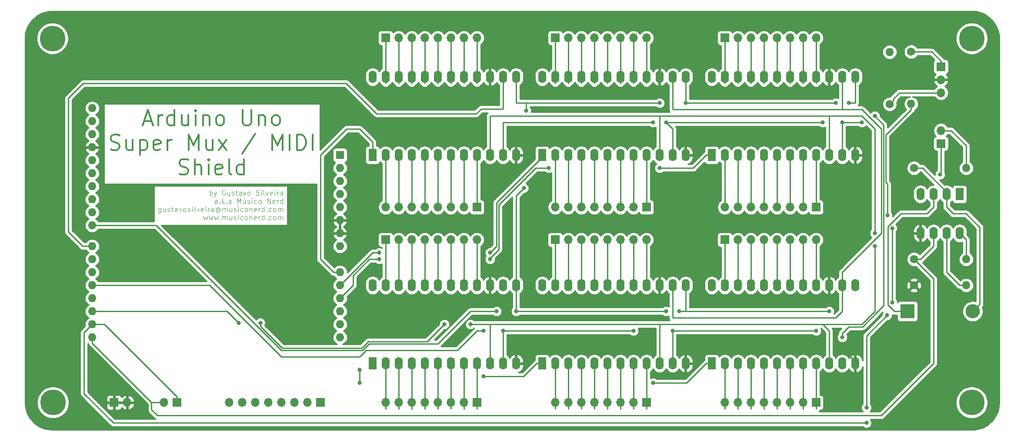
<source format=gbr>
G04 #@! TF.GenerationSoftware,KiCad,Pcbnew,(5.1.2-1)-1*
G04 #@! TF.CreationDate,2019-07-10T19:42:19-04:00*
G04 #@! TF.ProjectId,SuperMux,53757065-724d-4757-982e-6b696361645f,rev?*
G04 #@! TF.SameCoordinates,Original*
G04 #@! TF.FileFunction,Copper,L1,Top*
G04 #@! TF.FilePolarity,Positive*
%FSLAX46Y46*%
G04 Gerber Fmt 4.6, Leading zero omitted, Abs format (unit mm)*
G04 Created by KiCad (PCBNEW (5.1.2-1)-1) date 2019-07-10 19:42:19*
%MOMM*%
%LPD*%
G04 APERTURE LIST*
%ADD10C,0.100000*%
%ADD11C,0.300000*%
%ADD12O,1.600000X1.600000*%
%ADD13R,1.600000X1.600000*%
%ADD14R,1.600000X2.400000*%
%ADD15O,1.600000X2.400000*%
%ADD16R,1.700000X1.700000*%
%ADD17O,1.700000X1.700000*%
%ADD18R,2.800000X2.800000*%
%ADD19O,2.800000X2.800000*%
%ADD20C,1.600000*%
%ADD21C,5.000000*%
%ADD22C,0.800000*%
%ADD23C,0.250000*%
%ADD24C,0.254000*%
G04 APERTURE END LIST*
D10*
X65644047Y-85562380D02*
X65644047Y-84562380D01*
X65644047Y-84943333D02*
X65739285Y-84895714D01*
X65929761Y-84895714D01*
X66025000Y-84943333D01*
X66072619Y-84990952D01*
X66120238Y-85086190D01*
X66120238Y-85371904D01*
X66072619Y-85467142D01*
X66025000Y-85514761D01*
X65929761Y-85562380D01*
X65739285Y-85562380D01*
X65644047Y-85514761D01*
X66453571Y-84895714D02*
X66691666Y-85562380D01*
X66929761Y-84895714D02*
X66691666Y-85562380D01*
X66596428Y-85800476D01*
X66548809Y-85848095D01*
X66453571Y-85895714D01*
X68596428Y-84610000D02*
X68501190Y-84562380D01*
X68358333Y-84562380D01*
X68215476Y-84610000D01*
X68120238Y-84705238D01*
X68072619Y-84800476D01*
X68025000Y-84990952D01*
X68025000Y-85133809D01*
X68072619Y-85324285D01*
X68120238Y-85419523D01*
X68215476Y-85514761D01*
X68358333Y-85562380D01*
X68453571Y-85562380D01*
X68596428Y-85514761D01*
X68644047Y-85467142D01*
X68644047Y-85133809D01*
X68453571Y-85133809D01*
X69501190Y-84895714D02*
X69501190Y-85562380D01*
X69072619Y-84895714D02*
X69072619Y-85419523D01*
X69120238Y-85514761D01*
X69215476Y-85562380D01*
X69358333Y-85562380D01*
X69453571Y-85514761D01*
X69501190Y-85467142D01*
X69929761Y-85514761D02*
X70025000Y-85562380D01*
X70215476Y-85562380D01*
X70310714Y-85514761D01*
X70358333Y-85419523D01*
X70358333Y-85371904D01*
X70310714Y-85276666D01*
X70215476Y-85229047D01*
X70072619Y-85229047D01*
X69977380Y-85181428D01*
X69929761Y-85086190D01*
X69929761Y-85038571D01*
X69977380Y-84943333D01*
X70072619Y-84895714D01*
X70215476Y-84895714D01*
X70310714Y-84943333D01*
X70644047Y-84895714D02*
X71025000Y-84895714D01*
X70786904Y-84562380D02*
X70786904Y-85419523D01*
X70834523Y-85514761D01*
X70929761Y-85562380D01*
X71025000Y-85562380D01*
X71786904Y-85562380D02*
X71786904Y-85038571D01*
X71739285Y-84943333D01*
X71644047Y-84895714D01*
X71453571Y-84895714D01*
X71358333Y-84943333D01*
X71786904Y-85514761D02*
X71691666Y-85562380D01*
X71453571Y-85562380D01*
X71358333Y-85514761D01*
X71310714Y-85419523D01*
X71310714Y-85324285D01*
X71358333Y-85229047D01*
X71453571Y-85181428D01*
X71691666Y-85181428D01*
X71786904Y-85133809D01*
X72167857Y-84895714D02*
X72405952Y-85562380D01*
X72644047Y-84895714D01*
X73167857Y-85562380D02*
X73072619Y-85514761D01*
X73025000Y-85467142D01*
X72977380Y-85371904D01*
X72977380Y-85086190D01*
X73025000Y-84990952D01*
X73072619Y-84943333D01*
X73167857Y-84895714D01*
X73310714Y-84895714D01*
X73405952Y-84943333D01*
X73453571Y-84990952D01*
X73501190Y-85086190D01*
X73501190Y-85371904D01*
X73453571Y-85467142D01*
X73405952Y-85514761D01*
X73310714Y-85562380D01*
X73167857Y-85562380D01*
X74644047Y-85514761D02*
X74786904Y-85562380D01*
X75025000Y-85562380D01*
X75120238Y-85514761D01*
X75167857Y-85467142D01*
X75215476Y-85371904D01*
X75215476Y-85276666D01*
X75167857Y-85181428D01*
X75120238Y-85133809D01*
X75025000Y-85086190D01*
X74834523Y-85038571D01*
X74739285Y-84990952D01*
X74691666Y-84943333D01*
X74644047Y-84848095D01*
X74644047Y-84752857D01*
X74691666Y-84657619D01*
X74739285Y-84610000D01*
X74834523Y-84562380D01*
X75072619Y-84562380D01*
X75215476Y-84610000D01*
X75644047Y-85562380D02*
X75644047Y-84895714D01*
X75644047Y-84562380D02*
X75596428Y-84610000D01*
X75644047Y-84657619D01*
X75691666Y-84610000D01*
X75644047Y-84562380D01*
X75644047Y-84657619D01*
X76263095Y-85562380D02*
X76167857Y-85514761D01*
X76120238Y-85419523D01*
X76120238Y-84562380D01*
X76548809Y-84895714D02*
X76786904Y-85562380D01*
X77025000Y-84895714D01*
X77786904Y-85514761D02*
X77691666Y-85562380D01*
X77501190Y-85562380D01*
X77405952Y-85514761D01*
X77358333Y-85419523D01*
X77358333Y-85038571D01*
X77405952Y-84943333D01*
X77501190Y-84895714D01*
X77691666Y-84895714D01*
X77786904Y-84943333D01*
X77834523Y-85038571D01*
X77834523Y-85133809D01*
X77358333Y-85229047D01*
X78263095Y-85562380D02*
X78263095Y-84895714D01*
X78263095Y-84562380D02*
X78215476Y-84610000D01*
X78263095Y-84657619D01*
X78310714Y-84610000D01*
X78263095Y-84562380D01*
X78263095Y-84657619D01*
X78739285Y-85562380D02*
X78739285Y-84895714D01*
X78739285Y-85086190D02*
X78786904Y-84990952D01*
X78834523Y-84943333D01*
X78929761Y-84895714D01*
X79025000Y-84895714D01*
X79786904Y-85562380D02*
X79786904Y-85038571D01*
X79739285Y-84943333D01*
X79644047Y-84895714D01*
X79453571Y-84895714D01*
X79358333Y-84943333D01*
X79786904Y-85514761D02*
X79691666Y-85562380D01*
X79453571Y-85562380D01*
X79358333Y-85514761D01*
X79310714Y-85419523D01*
X79310714Y-85324285D01*
X79358333Y-85229047D01*
X79453571Y-85181428D01*
X79691666Y-85181428D01*
X79786904Y-85133809D01*
X67072619Y-87162380D02*
X67072619Y-86638571D01*
X67025000Y-86543333D01*
X66929761Y-86495714D01*
X66739285Y-86495714D01*
X66644047Y-86543333D01*
X67072619Y-87114761D02*
X66977380Y-87162380D01*
X66739285Y-87162380D01*
X66644047Y-87114761D01*
X66596428Y-87019523D01*
X66596428Y-86924285D01*
X66644047Y-86829047D01*
X66739285Y-86781428D01*
X66977380Y-86781428D01*
X67072619Y-86733809D01*
X67548809Y-87067142D02*
X67596428Y-87114761D01*
X67548809Y-87162380D01*
X67501190Y-87114761D01*
X67548809Y-87067142D01*
X67548809Y-87162380D01*
X68025000Y-87162380D02*
X68025000Y-86162380D01*
X68120238Y-86781428D02*
X68405952Y-87162380D01*
X68405952Y-86495714D02*
X68025000Y-86876666D01*
X68834523Y-87067142D02*
X68882142Y-87114761D01*
X68834523Y-87162380D01*
X68786904Y-87114761D01*
X68834523Y-87067142D01*
X68834523Y-87162380D01*
X69739285Y-87162380D02*
X69739285Y-86638571D01*
X69691666Y-86543333D01*
X69596428Y-86495714D01*
X69405952Y-86495714D01*
X69310714Y-86543333D01*
X69739285Y-87114761D02*
X69644047Y-87162380D01*
X69405952Y-87162380D01*
X69310714Y-87114761D01*
X69263095Y-87019523D01*
X69263095Y-86924285D01*
X69310714Y-86829047D01*
X69405952Y-86781428D01*
X69644047Y-86781428D01*
X69739285Y-86733809D01*
X70977380Y-87162380D02*
X70977380Y-86162380D01*
X71310714Y-86876666D01*
X71644047Y-86162380D01*
X71644047Y-87162380D01*
X72548809Y-86495714D02*
X72548809Y-87162380D01*
X72120238Y-86495714D02*
X72120238Y-87019523D01*
X72167857Y-87114761D01*
X72263095Y-87162380D01*
X72405952Y-87162380D01*
X72501190Y-87114761D01*
X72548809Y-87067142D01*
X72453571Y-86114761D02*
X72310714Y-86257619D01*
X72977380Y-87114761D02*
X73072619Y-87162380D01*
X73263095Y-87162380D01*
X73358333Y-87114761D01*
X73405952Y-87019523D01*
X73405952Y-86971904D01*
X73358333Y-86876666D01*
X73263095Y-86829047D01*
X73120238Y-86829047D01*
X73025000Y-86781428D01*
X72977380Y-86686190D01*
X72977380Y-86638571D01*
X73025000Y-86543333D01*
X73120238Y-86495714D01*
X73263095Y-86495714D01*
X73358333Y-86543333D01*
X73834523Y-87162380D02*
X73834523Y-86495714D01*
X73834523Y-86162380D02*
X73786904Y-86210000D01*
X73834523Y-86257619D01*
X73882142Y-86210000D01*
X73834523Y-86162380D01*
X73834523Y-86257619D01*
X74739285Y-87114761D02*
X74644047Y-87162380D01*
X74453571Y-87162380D01*
X74358333Y-87114761D01*
X74310714Y-87067142D01*
X74263095Y-86971904D01*
X74263095Y-86686190D01*
X74310714Y-86590952D01*
X74358333Y-86543333D01*
X74453571Y-86495714D01*
X74644047Y-86495714D01*
X74739285Y-86543333D01*
X75310714Y-87162380D02*
X75215476Y-87114761D01*
X75167857Y-87067142D01*
X75120238Y-86971904D01*
X75120238Y-86686190D01*
X75167857Y-86590952D01*
X75215476Y-86543333D01*
X75310714Y-86495714D01*
X75453571Y-86495714D01*
X75548809Y-86543333D01*
X75596428Y-86590952D01*
X75644047Y-86686190D01*
X75644047Y-86971904D01*
X75596428Y-87067142D01*
X75548809Y-87114761D01*
X75453571Y-87162380D01*
X75310714Y-87162380D01*
X76834523Y-87162380D02*
X76834523Y-86162380D01*
X77405952Y-87162380D01*
X77405952Y-86162380D01*
X78263095Y-87114761D02*
X78167857Y-87162380D01*
X77977380Y-87162380D01*
X77882142Y-87114761D01*
X77834523Y-87019523D01*
X77834523Y-86638571D01*
X77882142Y-86543333D01*
X77977380Y-86495714D01*
X78167857Y-86495714D01*
X78263095Y-86543333D01*
X78310714Y-86638571D01*
X78310714Y-86733809D01*
X77834523Y-86829047D01*
X78739285Y-87162380D02*
X78739285Y-86495714D01*
X78739285Y-86686190D02*
X78786904Y-86590952D01*
X78834523Y-86543333D01*
X78929761Y-86495714D01*
X79025000Y-86495714D01*
X79786904Y-87162380D02*
X79786904Y-86162380D01*
X79786904Y-87114761D02*
X79691666Y-87162380D01*
X79501190Y-87162380D01*
X79405952Y-87114761D01*
X79358333Y-87067142D01*
X79310714Y-86971904D01*
X79310714Y-86686190D01*
X79358333Y-86590952D01*
X79405952Y-86543333D01*
X79501190Y-86495714D01*
X79691666Y-86495714D01*
X79786904Y-86543333D01*
X56072619Y-88095714D02*
X56072619Y-88905238D01*
X56025000Y-89000476D01*
X55977380Y-89048095D01*
X55882142Y-89095714D01*
X55739285Y-89095714D01*
X55644047Y-89048095D01*
X56072619Y-88714761D02*
X55977380Y-88762380D01*
X55786904Y-88762380D01*
X55691666Y-88714761D01*
X55644047Y-88667142D01*
X55596428Y-88571904D01*
X55596428Y-88286190D01*
X55644047Y-88190952D01*
X55691666Y-88143333D01*
X55786904Y-88095714D01*
X55977380Y-88095714D01*
X56072619Y-88143333D01*
X56977380Y-88095714D02*
X56977380Y-88762380D01*
X56548809Y-88095714D02*
X56548809Y-88619523D01*
X56596428Y-88714761D01*
X56691666Y-88762380D01*
X56834523Y-88762380D01*
X56929761Y-88714761D01*
X56977380Y-88667142D01*
X57405952Y-88714761D02*
X57501190Y-88762380D01*
X57691666Y-88762380D01*
X57786904Y-88714761D01*
X57834523Y-88619523D01*
X57834523Y-88571904D01*
X57786904Y-88476666D01*
X57691666Y-88429047D01*
X57548809Y-88429047D01*
X57453571Y-88381428D01*
X57405952Y-88286190D01*
X57405952Y-88238571D01*
X57453571Y-88143333D01*
X57548809Y-88095714D01*
X57691666Y-88095714D01*
X57786904Y-88143333D01*
X58120238Y-88095714D02*
X58501190Y-88095714D01*
X58263095Y-87762380D02*
X58263095Y-88619523D01*
X58310714Y-88714761D01*
X58405952Y-88762380D01*
X58501190Y-88762380D01*
X59263095Y-88762380D02*
X59263095Y-88238571D01*
X59215476Y-88143333D01*
X59120238Y-88095714D01*
X58929761Y-88095714D01*
X58834523Y-88143333D01*
X59263095Y-88714761D02*
X59167857Y-88762380D01*
X58929761Y-88762380D01*
X58834523Y-88714761D01*
X58786904Y-88619523D01*
X58786904Y-88524285D01*
X58834523Y-88429047D01*
X58929761Y-88381428D01*
X59167857Y-88381428D01*
X59263095Y-88333809D01*
X59644047Y-88095714D02*
X59882142Y-88762380D01*
X60120238Y-88095714D01*
X60644047Y-88762380D02*
X60548809Y-88714761D01*
X60501190Y-88667142D01*
X60453571Y-88571904D01*
X60453571Y-88286190D01*
X60501190Y-88190952D01*
X60548809Y-88143333D01*
X60644047Y-88095714D01*
X60786904Y-88095714D01*
X60882142Y-88143333D01*
X60929761Y-88190952D01*
X60977380Y-88286190D01*
X60977380Y-88571904D01*
X60929761Y-88667142D01*
X60882142Y-88714761D01*
X60786904Y-88762380D01*
X60644047Y-88762380D01*
X61358333Y-88714761D02*
X61453571Y-88762380D01*
X61644047Y-88762380D01*
X61739285Y-88714761D01*
X61786904Y-88619523D01*
X61786904Y-88571904D01*
X61739285Y-88476666D01*
X61644047Y-88429047D01*
X61501190Y-88429047D01*
X61405952Y-88381428D01*
X61358333Y-88286190D01*
X61358333Y-88238571D01*
X61405952Y-88143333D01*
X61501190Y-88095714D01*
X61644047Y-88095714D01*
X61739285Y-88143333D01*
X62215476Y-88762380D02*
X62215476Y-88095714D01*
X62215476Y-87762380D02*
X62167857Y-87810000D01*
X62215476Y-87857619D01*
X62263095Y-87810000D01*
X62215476Y-87762380D01*
X62215476Y-87857619D01*
X62834523Y-88762380D02*
X62739285Y-88714761D01*
X62691666Y-88619523D01*
X62691666Y-87762380D01*
X63120238Y-88095714D02*
X63358333Y-88762380D01*
X63596428Y-88095714D01*
X64358333Y-88714761D02*
X64263095Y-88762380D01*
X64072619Y-88762380D01*
X63977380Y-88714761D01*
X63929761Y-88619523D01*
X63929761Y-88238571D01*
X63977380Y-88143333D01*
X64072619Y-88095714D01*
X64263095Y-88095714D01*
X64358333Y-88143333D01*
X64405952Y-88238571D01*
X64405952Y-88333809D01*
X63929761Y-88429047D01*
X64834523Y-88762380D02*
X64834523Y-88095714D01*
X64834523Y-87762380D02*
X64786904Y-87810000D01*
X64834523Y-87857619D01*
X64882142Y-87810000D01*
X64834523Y-87762380D01*
X64834523Y-87857619D01*
X65310714Y-88762380D02*
X65310714Y-88095714D01*
X65310714Y-88286190D02*
X65358333Y-88190952D01*
X65405952Y-88143333D01*
X65501190Y-88095714D01*
X65596428Y-88095714D01*
X66358333Y-88762380D02*
X66358333Y-88238571D01*
X66310714Y-88143333D01*
X66215476Y-88095714D01*
X66025000Y-88095714D01*
X65929761Y-88143333D01*
X66358333Y-88714761D02*
X66263095Y-88762380D01*
X66025000Y-88762380D01*
X65929761Y-88714761D01*
X65882142Y-88619523D01*
X65882142Y-88524285D01*
X65929761Y-88429047D01*
X66025000Y-88381428D01*
X66263095Y-88381428D01*
X66358333Y-88333809D01*
X67453571Y-88286190D02*
X67405952Y-88238571D01*
X67310714Y-88190952D01*
X67215476Y-88190952D01*
X67120238Y-88238571D01*
X67072619Y-88286190D01*
X67025000Y-88381428D01*
X67025000Y-88476666D01*
X67072619Y-88571904D01*
X67120238Y-88619523D01*
X67215476Y-88667142D01*
X67310714Y-88667142D01*
X67405952Y-88619523D01*
X67453571Y-88571904D01*
X67453571Y-88190952D02*
X67453571Y-88571904D01*
X67501190Y-88619523D01*
X67548809Y-88619523D01*
X67644047Y-88571904D01*
X67691666Y-88476666D01*
X67691666Y-88238571D01*
X67596428Y-88095714D01*
X67453571Y-88000476D01*
X67263095Y-87952857D01*
X67072619Y-88000476D01*
X66929761Y-88095714D01*
X66834523Y-88238571D01*
X66786904Y-88429047D01*
X66834523Y-88619523D01*
X66929761Y-88762380D01*
X67072619Y-88857619D01*
X67263095Y-88905238D01*
X67453571Y-88857619D01*
X67596428Y-88762380D01*
X68120238Y-88762380D02*
X68120238Y-88095714D01*
X68120238Y-88190952D02*
X68167857Y-88143333D01*
X68263095Y-88095714D01*
X68405952Y-88095714D01*
X68501190Y-88143333D01*
X68548809Y-88238571D01*
X68548809Y-88762380D01*
X68548809Y-88238571D02*
X68596428Y-88143333D01*
X68691666Y-88095714D01*
X68834523Y-88095714D01*
X68929761Y-88143333D01*
X68977380Y-88238571D01*
X68977380Y-88762380D01*
X69882142Y-88095714D02*
X69882142Y-88762380D01*
X69453571Y-88095714D02*
X69453571Y-88619523D01*
X69501190Y-88714761D01*
X69596428Y-88762380D01*
X69739285Y-88762380D01*
X69834523Y-88714761D01*
X69882142Y-88667142D01*
X70310714Y-88714761D02*
X70405952Y-88762380D01*
X70596428Y-88762380D01*
X70691666Y-88714761D01*
X70739285Y-88619523D01*
X70739285Y-88571904D01*
X70691666Y-88476666D01*
X70596428Y-88429047D01*
X70453571Y-88429047D01*
X70358333Y-88381428D01*
X70310714Y-88286190D01*
X70310714Y-88238571D01*
X70358333Y-88143333D01*
X70453571Y-88095714D01*
X70596428Y-88095714D01*
X70691666Y-88143333D01*
X71167857Y-88762380D02*
X71167857Y-88095714D01*
X71167857Y-87762380D02*
X71120238Y-87810000D01*
X71167857Y-87857619D01*
X71215476Y-87810000D01*
X71167857Y-87762380D01*
X71167857Y-87857619D01*
X72072619Y-88714761D02*
X71977380Y-88762380D01*
X71786904Y-88762380D01*
X71691666Y-88714761D01*
X71644047Y-88667142D01*
X71596428Y-88571904D01*
X71596428Y-88286190D01*
X71644047Y-88190952D01*
X71691666Y-88143333D01*
X71786904Y-88095714D01*
X71977380Y-88095714D01*
X72072619Y-88143333D01*
X72644047Y-88762380D02*
X72548809Y-88714761D01*
X72501190Y-88667142D01*
X72453571Y-88571904D01*
X72453571Y-88286190D01*
X72501190Y-88190952D01*
X72548809Y-88143333D01*
X72644047Y-88095714D01*
X72786904Y-88095714D01*
X72882142Y-88143333D01*
X72929761Y-88190952D01*
X72977380Y-88286190D01*
X72977380Y-88571904D01*
X72929761Y-88667142D01*
X72882142Y-88714761D01*
X72786904Y-88762380D01*
X72644047Y-88762380D01*
X73405952Y-88095714D02*
X73405952Y-88762380D01*
X73405952Y-88190952D02*
X73453571Y-88143333D01*
X73548809Y-88095714D01*
X73691666Y-88095714D01*
X73786904Y-88143333D01*
X73834523Y-88238571D01*
X73834523Y-88762380D01*
X74691666Y-88714761D02*
X74596428Y-88762380D01*
X74405952Y-88762380D01*
X74310714Y-88714761D01*
X74263095Y-88619523D01*
X74263095Y-88238571D01*
X74310714Y-88143333D01*
X74405952Y-88095714D01*
X74596428Y-88095714D01*
X74691666Y-88143333D01*
X74739285Y-88238571D01*
X74739285Y-88333809D01*
X74263095Y-88429047D01*
X75167857Y-88762380D02*
X75167857Y-88095714D01*
X75167857Y-88286190D02*
X75215476Y-88190952D01*
X75263095Y-88143333D01*
X75358333Y-88095714D01*
X75453571Y-88095714D01*
X76215476Y-88762380D02*
X76215476Y-87762380D01*
X76215476Y-88714761D02*
X76120238Y-88762380D01*
X75929761Y-88762380D01*
X75834523Y-88714761D01*
X75786904Y-88667142D01*
X75739285Y-88571904D01*
X75739285Y-88286190D01*
X75786904Y-88190952D01*
X75834523Y-88143333D01*
X75929761Y-88095714D01*
X76120238Y-88095714D01*
X76215476Y-88143333D01*
X76691666Y-88667142D02*
X76739285Y-88714761D01*
X76691666Y-88762380D01*
X76644047Y-88714761D01*
X76691666Y-88667142D01*
X76691666Y-88762380D01*
X77596428Y-88714761D02*
X77501190Y-88762380D01*
X77310714Y-88762380D01*
X77215476Y-88714761D01*
X77167857Y-88667142D01*
X77120238Y-88571904D01*
X77120238Y-88286190D01*
X77167857Y-88190952D01*
X77215476Y-88143333D01*
X77310714Y-88095714D01*
X77501190Y-88095714D01*
X77596428Y-88143333D01*
X78167857Y-88762380D02*
X78072619Y-88714761D01*
X78025000Y-88667142D01*
X77977380Y-88571904D01*
X77977380Y-88286190D01*
X78025000Y-88190952D01*
X78072619Y-88143333D01*
X78167857Y-88095714D01*
X78310714Y-88095714D01*
X78405952Y-88143333D01*
X78453571Y-88190952D01*
X78501190Y-88286190D01*
X78501190Y-88571904D01*
X78453571Y-88667142D01*
X78405952Y-88714761D01*
X78310714Y-88762380D01*
X78167857Y-88762380D01*
X78929761Y-88762380D02*
X78929761Y-88095714D01*
X78929761Y-88190952D02*
X78977380Y-88143333D01*
X79072619Y-88095714D01*
X79215476Y-88095714D01*
X79310714Y-88143333D01*
X79358333Y-88238571D01*
X79358333Y-88762380D01*
X79358333Y-88238571D02*
X79405952Y-88143333D01*
X79501190Y-88095714D01*
X79644047Y-88095714D01*
X79739285Y-88143333D01*
X79786904Y-88238571D01*
X79786904Y-88762380D01*
X64405952Y-89695714D02*
X64596428Y-90362380D01*
X64786904Y-89886190D01*
X64977380Y-90362380D01*
X65167857Y-89695714D01*
X65453571Y-89695714D02*
X65644047Y-90362380D01*
X65834523Y-89886190D01*
X66025000Y-90362380D01*
X66215476Y-89695714D01*
X66501190Y-89695714D02*
X66691666Y-90362380D01*
X66882142Y-89886190D01*
X67072619Y-90362380D01*
X67263095Y-89695714D01*
X67644047Y-90267142D02*
X67691666Y-90314761D01*
X67644047Y-90362380D01*
X67596428Y-90314761D01*
X67644047Y-90267142D01*
X67644047Y-90362380D01*
X68120238Y-90362380D02*
X68120238Y-89695714D01*
X68120238Y-89790952D02*
X68167857Y-89743333D01*
X68263095Y-89695714D01*
X68405952Y-89695714D01*
X68501190Y-89743333D01*
X68548809Y-89838571D01*
X68548809Y-90362380D01*
X68548809Y-89838571D02*
X68596428Y-89743333D01*
X68691666Y-89695714D01*
X68834523Y-89695714D01*
X68929761Y-89743333D01*
X68977380Y-89838571D01*
X68977380Y-90362380D01*
X69882142Y-89695714D02*
X69882142Y-90362380D01*
X69453571Y-89695714D02*
X69453571Y-90219523D01*
X69501190Y-90314761D01*
X69596428Y-90362380D01*
X69739285Y-90362380D01*
X69834523Y-90314761D01*
X69882142Y-90267142D01*
X70310714Y-90314761D02*
X70405952Y-90362380D01*
X70596428Y-90362380D01*
X70691666Y-90314761D01*
X70739285Y-90219523D01*
X70739285Y-90171904D01*
X70691666Y-90076666D01*
X70596428Y-90029047D01*
X70453571Y-90029047D01*
X70358333Y-89981428D01*
X70310714Y-89886190D01*
X70310714Y-89838571D01*
X70358333Y-89743333D01*
X70453571Y-89695714D01*
X70596428Y-89695714D01*
X70691666Y-89743333D01*
X71167857Y-90362380D02*
X71167857Y-89695714D01*
X71167857Y-89362380D02*
X71120238Y-89410000D01*
X71167857Y-89457619D01*
X71215476Y-89410000D01*
X71167857Y-89362380D01*
X71167857Y-89457619D01*
X72072619Y-90314761D02*
X71977380Y-90362380D01*
X71786904Y-90362380D01*
X71691666Y-90314761D01*
X71644047Y-90267142D01*
X71596428Y-90171904D01*
X71596428Y-89886190D01*
X71644047Y-89790952D01*
X71691666Y-89743333D01*
X71786904Y-89695714D01*
X71977380Y-89695714D01*
X72072619Y-89743333D01*
X72644047Y-90362380D02*
X72548809Y-90314761D01*
X72501190Y-90267142D01*
X72453571Y-90171904D01*
X72453571Y-89886190D01*
X72501190Y-89790952D01*
X72548809Y-89743333D01*
X72644047Y-89695714D01*
X72786904Y-89695714D01*
X72882142Y-89743333D01*
X72929761Y-89790952D01*
X72977380Y-89886190D01*
X72977380Y-90171904D01*
X72929761Y-90267142D01*
X72882142Y-90314761D01*
X72786904Y-90362380D01*
X72644047Y-90362380D01*
X73405952Y-89695714D02*
X73405952Y-90362380D01*
X73405952Y-89790952D02*
X73453571Y-89743333D01*
X73548809Y-89695714D01*
X73691666Y-89695714D01*
X73786904Y-89743333D01*
X73834523Y-89838571D01*
X73834523Y-90362380D01*
X74691666Y-90314761D02*
X74596428Y-90362380D01*
X74405952Y-90362380D01*
X74310714Y-90314761D01*
X74263095Y-90219523D01*
X74263095Y-89838571D01*
X74310714Y-89743333D01*
X74405952Y-89695714D01*
X74596428Y-89695714D01*
X74691666Y-89743333D01*
X74739285Y-89838571D01*
X74739285Y-89933809D01*
X74263095Y-90029047D01*
X75167857Y-90362380D02*
X75167857Y-89695714D01*
X75167857Y-89886190D02*
X75215476Y-89790952D01*
X75263095Y-89743333D01*
X75358333Y-89695714D01*
X75453571Y-89695714D01*
X76215476Y-90362380D02*
X76215476Y-89362380D01*
X76215476Y-90314761D02*
X76120238Y-90362380D01*
X75929761Y-90362380D01*
X75834523Y-90314761D01*
X75786904Y-90267142D01*
X75739285Y-90171904D01*
X75739285Y-89886190D01*
X75786904Y-89790952D01*
X75834523Y-89743333D01*
X75929761Y-89695714D01*
X76120238Y-89695714D01*
X76215476Y-89743333D01*
X76691666Y-90267142D02*
X76739285Y-90314761D01*
X76691666Y-90362380D01*
X76644047Y-90314761D01*
X76691666Y-90267142D01*
X76691666Y-90362380D01*
X77596428Y-90314761D02*
X77501190Y-90362380D01*
X77310714Y-90362380D01*
X77215476Y-90314761D01*
X77167857Y-90267142D01*
X77120238Y-90171904D01*
X77120238Y-89886190D01*
X77167857Y-89790952D01*
X77215476Y-89743333D01*
X77310714Y-89695714D01*
X77501190Y-89695714D01*
X77596428Y-89743333D01*
X78167857Y-90362380D02*
X78072619Y-90314761D01*
X78025000Y-90267142D01*
X77977380Y-90171904D01*
X77977380Y-89886190D01*
X78025000Y-89790952D01*
X78072619Y-89743333D01*
X78167857Y-89695714D01*
X78310714Y-89695714D01*
X78405952Y-89743333D01*
X78453571Y-89790952D01*
X78501190Y-89886190D01*
X78501190Y-90171904D01*
X78453571Y-90267142D01*
X78405952Y-90314761D01*
X78310714Y-90362380D01*
X78167857Y-90362380D01*
X78929761Y-90362380D02*
X78929761Y-89695714D01*
X78929761Y-89790952D02*
X78977380Y-89743333D01*
X79072619Y-89695714D01*
X79215476Y-89695714D01*
X79310714Y-89743333D01*
X79358333Y-89838571D01*
X79358333Y-90362380D01*
X79358333Y-89838571D02*
X79405952Y-89743333D01*
X79501190Y-89695714D01*
X79644047Y-89695714D01*
X79739285Y-89743333D01*
X79786904Y-89838571D01*
X79786904Y-90362380D01*
D11*
X52855714Y-71090000D02*
X54284285Y-71090000D01*
X52570000Y-71947142D02*
X53570000Y-68947142D01*
X54570000Y-71947142D01*
X55570000Y-71947142D02*
X55570000Y-69947142D01*
X55570000Y-70518571D02*
X55712857Y-70232857D01*
X55855714Y-70090000D01*
X56141428Y-69947142D01*
X56427142Y-69947142D01*
X58712857Y-71947142D02*
X58712857Y-68947142D01*
X58712857Y-71804285D02*
X58427142Y-71947142D01*
X57855714Y-71947142D01*
X57570000Y-71804285D01*
X57427142Y-71661428D01*
X57284285Y-71375714D01*
X57284285Y-70518571D01*
X57427142Y-70232857D01*
X57570000Y-70090000D01*
X57855714Y-69947142D01*
X58427142Y-69947142D01*
X58712857Y-70090000D01*
X61427142Y-69947142D02*
X61427142Y-71947142D01*
X60141428Y-69947142D02*
X60141428Y-71518571D01*
X60284285Y-71804285D01*
X60570000Y-71947142D01*
X60998571Y-71947142D01*
X61284285Y-71804285D01*
X61427142Y-71661428D01*
X62855714Y-71947142D02*
X62855714Y-69947142D01*
X62855714Y-68947142D02*
X62712857Y-69090000D01*
X62855714Y-69232857D01*
X62998571Y-69090000D01*
X62855714Y-68947142D01*
X62855714Y-69232857D01*
X64284285Y-69947142D02*
X64284285Y-71947142D01*
X64284285Y-70232857D02*
X64427142Y-70090000D01*
X64712857Y-69947142D01*
X65141428Y-69947142D01*
X65427142Y-70090000D01*
X65570000Y-70375714D01*
X65570000Y-71947142D01*
X67427142Y-71947142D02*
X67141428Y-71804285D01*
X66998571Y-71661428D01*
X66855714Y-71375714D01*
X66855714Y-70518571D01*
X66998571Y-70232857D01*
X67141428Y-70090000D01*
X67427142Y-69947142D01*
X67855714Y-69947142D01*
X68141428Y-70090000D01*
X68284285Y-70232857D01*
X68427142Y-70518571D01*
X68427142Y-71375714D01*
X68284285Y-71661428D01*
X68141428Y-71804285D01*
X67855714Y-71947142D01*
X67427142Y-71947142D01*
X71998571Y-68947142D02*
X71998571Y-71375714D01*
X72141428Y-71661428D01*
X72284285Y-71804285D01*
X72570000Y-71947142D01*
X73141428Y-71947142D01*
X73427142Y-71804285D01*
X73570000Y-71661428D01*
X73712857Y-71375714D01*
X73712857Y-68947142D01*
X75141428Y-69947142D02*
X75141428Y-71947142D01*
X75141428Y-70232857D02*
X75284285Y-70090000D01*
X75570000Y-69947142D01*
X75998571Y-69947142D01*
X76284285Y-70090000D01*
X76427142Y-70375714D01*
X76427142Y-71947142D01*
X78284285Y-71947142D02*
X77998571Y-71804285D01*
X77855714Y-71661428D01*
X77712857Y-71375714D01*
X77712857Y-70518571D01*
X77855714Y-70232857D01*
X77998571Y-70090000D01*
X78284285Y-69947142D01*
X78712857Y-69947142D01*
X78998571Y-70090000D01*
X79141428Y-70232857D01*
X79284285Y-70518571D01*
X79284285Y-71375714D01*
X79141428Y-71661428D01*
X78998571Y-71804285D01*
X78712857Y-71947142D01*
X78284285Y-71947142D01*
X46355714Y-76604285D02*
X46784285Y-76747142D01*
X47498571Y-76747142D01*
X47784285Y-76604285D01*
X47927142Y-76461428D01*
X48070000Y-76175714D01*
X48070000Y-75890000D01*
X47927142Y-75604285D01*
X47784285Y-75461428D01*
X47498571Y-75318571D01*
X46927142Y-75175714D01*
X46641428Y-75032857D01*
X46498571Y-74890000D01*
X46355714Y-74604285D01*
X46355714Y-74318571D01*
X46498571Y-74032857D01*
X46641428Y-73890000D01*
X46927142Y-73747142D01*
X47641428Y-73747142D01*
X48070000Y-73890000D01*
X50641428Y-74747142D02*
X50641428Y-76747142D01*
X49355714Y-74747142D02*
X49355714Y-76318571D01*
X49498571Y-76604285D01*
X49784285Y-76747142D01*
X50212857Y-76747142D01*
X50498571Y-76604285D01*
X50641428Y-76461428D01*
X52070000Y-74747142D02*
X52070000Y-77747142D01*
X52070000Y-74890000D02*
X52355714Y-74747142D01*
X52927142Y-74747142D01*
X53212857Y-74890000D01*
X53355714Y-75032857D01*
X53498571Y-75318571D01*
X53498571Y-76175714D01*
X53355714Y-76461428D01*
X53212857Y-76604285D01*
X52927142Y-76747142D01*
X52355714Y-76747142D01*
X52070000Y-76604285D01*
X55927142Y-76604285D02*
X55641428Y-76747142D01*
X55070000Y-76747142D01*
X54784285Y-76604285D01*
X54641428Y-76318571D01*
X54641428Y-75175714D01*
X54784285Y-74890000D01*
X55070000Y-74747142D01*
X55641428Y-74747142D01*
X55927142Y-74890000D01*
X56070000Y-75175714D01*
X56070000Y-75461428D01*
X54641428Y-75747142D01*
X57355714Y-76747142D02*
X57355714Y-74747142D01*
X57355714Y-75318571D02*
X57498571Y-75032857D01*
X57641428Y-74890000D01*
X57927142Y-74747142D01*
X58212857Y-74747142D01*
X61498571Y-76747142D02*
X61498571Y-73747142D01*
X62498571Y-75890000D01*
X63498571Y-73747142D01*
X63498571Y-76747142D01*
X66212857Y-74747142D02*
X66212857Y-76747142D01*
X64927142Y-74747142D02*
X64927142Y-76318571D01*
X65070000Y-76604285D01*
X65355714Y-76747142D01*
X65784285Y-76747142D01*
X66070000Y-76604285D01*
X66212857Y-76461428D01*
X67355714Y-76747142D02*
X68927142Y-74747142D01*
X67355714Y-74747142D02*
X68927142Y-76747142D01*
X74498571Y-73604285D02*
X71927142Y-77461428D01*
X77784285Y-76747142D02*
X77784285Y-73747142D01*
X78784285Y-75890000D01*
X79784285Y-73747142D01*
X79784285Y-76747142D01*
X81212857Y-76747142D02*
X81212857Y-73747142D01*
X82641428Y-76747142D02*
X82641428Y-73747142D01*
X83355714Y-73747142D01*
X83784285Y-73890000D01*
X84069999Y-74175714D01*
X84212857Y-74461428D01*
X84355714Y-75032857D01*
X84355714Y-75461428D01*
X84212857Y-76032857D01*
X84069999Y-76318571D01*
X83784285Y-76604285D01*
X83355714Y-76747142D01*
X82641428Y-76747142D01*
X85641428Y-76747142D02*
X85641428Y-73747142D01*
X59712857Y-81404285D02*
X60141428Y-81547142D01*
X60855714Y-81547142D01*
X61141428Y-81404285D01*
X61284285Y-81261428D01*
X61427142Y-80975714D01*
X61427142Y-80690000D01*
X61284285Y-80404285D01*
X61141428Y-80261428D01*
X60855714Y-80118571D01*
X60284285Y-79975714D01*
X59998571Y-79832857D01*
X59855714Y-79690000D01*
X59712857Y-79404285D01*
X59712857Y-79118571D01*
X59855714Y-78832857D01*
X59998571Y-78690000D01*
X60284285Y-78547142D01*
X60998571Y-78547142D01*
X61427142Y-78690000D01*
X62712857Y-81547142D02*
X62712857Y-78547142D01*
X63998571Y-81547142D02*
X63998571Y-79975714D01*
X63855714Y-79690000D01*
X63570000Y-79547142D01*
X63141428Y-79547142D01*
X62855714Y-79690000D01*
X62712857Y-79832857D01*
X65427142Y-81547142D02*
X65427142Y-79547142D01*
X65427142Y-78547142D02*
X65284285Y-78690000D01*
X65427142Y-78832857D01*
X65570000Y-78690000D01*
X65427142Y-78547142D01*
X65427142Y-78832857D01*
X67998571Y-81404285D02*
X67712857Y-81547142D01*
X67141428Y-81547142D01*
X66855714Y-81404285D01*
X66712857Y-81118571D01*
X66712857Y-79975714D01*
X66855714Y-79690000D01*
X67141428Y-79547142D01*
X67712857Y-79547142D01*
X67998571Y-79690000D01*
X68141428Y-79975714D01*
X68141428Y-80261428D01*
X66712857Y-80547142D01*
X69855714Y-81547142D02*
X69570000Y-81404285D01*
X69427142Y-81118571D01*
X69427142Y-78547142D01*
X72284285Y-81547142D02*
X72284285Y-78547142D01*
X72284285Y-81404285D02*
X71998571Y-81547142D01*
X71427142Y-81547142D01*
X71141428Y-81404285D01*
X70998571Y-81261428D01*
X70855714Y-80975714D01*
X70855714Y-80118571D01*
X70998571Y-79832857D01*
X71141428Y-79690000D01*
X71427142Y-79547142D01*
X71998571Y-79547142D01*
X72284285Y-79690000D01*
D12*
X42720000Y-68600000D03*
X42720000Y-71140000D03*
D13*
X90980000Y-77740000D03*
D12*
X42720000Y-108220000D03*
X90980000Y-80280000D03*
X42720000Y-105680000D03*
X90980000Y-82820000D03*
X42720000Y-103140000D03*
X90980000Y-85360000D03*
X42720000Y-100600000D03*
X90980000Y-87900000D03*
X42720000Y-98060000D03*
X90980000Y-90440000D03*
X42720000Y-95520000D03*
X90980000Y-92980000D03*
X42720000Y-91460000D03*
X90980000Y-95520000D03*
X42720000Y-88920000D03*
X90980000Y-100600000D03*
X42720000Y-86380000D03*
X90980000Y-103140000D03*
X42720000Y-83840000D03*
X90980000Y-105680000D03*
X42720000Y-81300000D03*
X90980000Y-108220000D03*
X42720000Y-78760000D03*
X90980000Y-110760000D03*
X42720000Y-76220000D03*
X90980000Y-113300000D03*
X42720000Y-73680000D03*
X42720000Y-113300000D03*
X42720000Y-110760000D03*
D14*
X97330000Y-77740000D03*
D15*
X125270000Y-62500000D03*
X99870000Y-77740000D03*
X122730000Y-62500000D03*
X102410000Y-77740000D03*
X120190000Y-62500000D03*
X104950000Y-77740000D03*
X117650000Y-62500000D03*
X107490000Y-77740000D03*
X115110000Y-62500000D03*
X110030000Y-77740000D03*
X112570000Y-62500000D03*
X112570000Y-77740000D03*
X110030000Y-62500000D03*
X115110000Y-77740000D03*
X107490000Y-62500000D03*
X117650000Y-77740000D03*
X104950000Y-62500000D03*
X120190000Y-77740000D03*
X102410000Y-62500000D03*
X122730000Y-77740000D03*
X99870000Y-62500000D03*
X125270000Y-77740000D03*
X97330000Y-62500000D03*
D16*
X117650000Y-87900000D03*
D17*
X115110000Y-87900000D03*
X112570000Y-87900000D03*
X110030000Y-87900000D03*
X107490000Y-87900000D03*
X104950000Y-87900000D03*
X102410000Y-87900000D03*
X99870000Y-87900000D03*
X117650000Y-54880000D03*
X115110000Y-54880000D03*
X112570000Y-54880000D03*
X110030000Y-54880000D03*
X107490000Y-54880000D03*
X104950000Y-54880000D03*
X102410000Y-54880000D03*
D16*
X99870000Y-54880000D03*
X150670000Y-87900000D03*
D17*
X148130000Y-87900000D03*
X145590000Y-87900000D03*
X143050000Y-87900000D03*
X140510000Y-87900000D03*
X137970000Y-87900000D03*
X135430000Y-87900000D03*
X132890000Y-87900000D03*
X150670000Y-54880000D03*
X148130000Y-54880000D03*
X145590000Y-54880000D03*
X143050000Y-54880000D03*
X140510000Y-54880000D03*
X137970000Y-54880000D03*
X135430000Y-54880000D03*
D16*
X132890000Y-54880000D03*
X183690000Y-87900000D03*
D17*
X181150000Y-87900000D03*
X178610000Y-87900000D03*
X176070000Y-87900000D03*
X173530000Y-87900000D03*
X170990000Y-87900000D03*
X168450000Y-87900000D03*
X165910000Y-87900000D03*
X183690000Y-54880000D03*
X181150000Y-54880000D03*
X178610000Y-54880000D03*
X176070000Y-54880000D03*
X173530000Y-54880000D03*
X170990000Y-54880000D03*
X168450000Y-54880000D03*
D16*
X165910000Y-54880000D03*
X117650000Y-126000000D03*
D17*
X115110000Y-126000000D03*
X112570000Y-126000000D03*
X110030000Y-126000000D03*
X107490000Y-126000000D03*
X104950000Y-126000000D03*
X102410000Y-126000000D03*
X99870000Y-126000000D03*
X117650000Y-94250000D03*
X115110000Y-94250000D03*
X112570000Y-94250000D03*
X110030000Y-94250000D03*
X107490000Y-94250000D03*
X104950000Y-94250000D03*
X102410000Y-94250000D03*
D16*
X99870000Y-94250000D03*
X150670000Y-126000000D03*
D17*
X148130000Y-126000000D03*
X145590000Y-126000000D03*
X143050000Y-126000000D03*
X140510000Y-126000000D03*
X137970000Y-126000000D03*
X135430000Y-126000000D03*
X132890000Y-126000000D03*
X150670000Y-94250000D03*
X148130000Y-94250000D03*
X145590000Y-94250000D03*
X143050000Y-94250000D03*
X140510000Y-94250000D03*
X137970000Y-94250000D03*
X135430000Y-94250000D03*
D16*
X132890000Y-94250000D03*
X183690000Y-126000000D03*
D17*
X181150000Y-126000000D03*
X178610000Y-126000000D03*
X176070000Y-126000000D03*
X173530000Y-126000000D03*
X170990000Y-126000000D03*
X168450000Y-126000000D03*
X165910000Y-126000000D03*
X183690000Y-94250000D03*
X181150000Y-94250000D03*
X178610000Y-94250000D03*
X176070000Y-94250000D03*
X173530000Y-94250000D03*
X170990000Y-94250000D03*
X168450000Y-94250000D03*
D16*
X165910000Y-94250000D03*
X87170000Y-126000000D03*
D17*
X84630000Y-126000000D03*
X82090000Y-126000000D03*
X79550000Y-126000000D03*
X77010000Y-126000000D03*
X74470000Y-126000000D03*
X71930000Y-126000000D03*
X69390000Y-126000000D03*
D16*
X59230000Y-126000000D03*
D17*
X56690000Y-126000000D03*
D14*
X130350000Y-77740000D03*
D15*
X158290000Y-62500000D03*
X132890000Y-77740000D03*
X155750000Y-62500000D03*
X135430000Y-77740000D03*
X153210000Y-62500000D03*
X137970000Y-77740000D03*
X150670000Y-62500000D03*
X140510000Y-77740000D03*
X148130000Y-62500000D03*
X143050000Y-77740000D03*
X145590000Y-62500000D03*
X145590000Y-77740000D03*
X143050000Y-62500000D03*
X148130000Y-77740000D03*
X140510000Y-62500000D03*
X150670000Y-77740000D03*
X137970000Y-62500000D03*
X153210000Y-77740000D03*
X135430000Y-62500000D03*
X155750000Y-77740000D03*
X132890000Y-62500000D03*
X158290000Y-77740000D03*
X130350000Y-62500000D03*
X163370000Y-62500000D03*
X191310000Y-77740000D03*
X165910000Y-62500000D03*
X188770000Y-77740000D03*
X168450000Y-62500000D03*
X186230000Y-77740000D03*
X170990000Y-62500000D03*
X183690000Y-77740000D03*
X173530000Y-62500000D03*
X181150000Y-77740000D03*
X176070000Y-62500000D03*
X178610000Y-77740000D03*
X178610000Y-62500000D03*
X176070000Y-77740000D03*
X181150000Y-62500000D03*
X173530000Y-77740000D03*
X183690000Y-62500000D03*
X170990000Y-77740000D03*
X186230000Y-62500000D03*
X168450000Y-77740000D03*
X188770000Y-62500000D03*
X165910000Y-77740000D03*
X191310000Y-62500000D03*
D14*
X163370000Y-77740000D03*
D15*
X97330000Y-103140000D03*
X125270000Y-118380000D03*
X99870000Y-103140000D03*
X122730000Y-118380000D03*
X102410000Y-103140000D03*
X120190000Y-118380000D03*
X104950000Y-103140000D03*
X117650000Y-118380000D03*
X107490000Y-103140000D03*
X115110000Y-118380000D03*
X110030000Y-103140000D03*
X112570000Y-118380000D03*
X112570000Y-103140000D03*
X110030000Y-118380000D03*
X115110000Y-103140000D03*
X107490000Y-118380000D03*
X117650000Y-103140000D03*
X104950000Y-118380000D03*
X120190000Y-103140000D03*
X102410000Y-118380000D03*
X122730000Y-103140000D03*
X99870000Y-118380000D03*
X125270000Y-103140000D03*
D14*
X97330000Y-118380000D03*
X130350000Y-118380000D03*
D15*
X158290000Y-103140000D03*
X132890000Y-118380000D03*
X155750000Y-103140000D03*
X135430000Y-118380000D03*
X153210000Y-103140000D03*
X137970000Y-118380000D03*
X150670000Y-103140000D03*
X140510000Y-118380000D03*
X148130000Y-103140000D03*
X143050000Y-118380000D03*
X145590000Y-103140000D03*
X145590000Y-118380000D03*
X143050000Y-103140000D03*
X148130000Y-118380000D03*
X140510000Y-103140000D03*
X150670000Y-118380000D03*
X137970000Y-103140000D03*
X153210000Y-118380000D03*
X135430000Y-103140000D03*
X155750000Y-118380000D03*
X132890000Y-103140000D03*
X158290000Y-118380000D03*
X130350000Y-103140000D03*
D14*
X163370000Y-118380000D03*
D15*
X191310000Y-103140000D03*
X165910000Y-118380000D03*
X188770000Y-103140000D03*
X168450000Y-118380000D03*
X186230000Y-103140000D03*
X170990000Y-118380000D03*
X183690000Y-103140000D03*
X173530000Y-118380000D03*
X181150000Y-103140000D03*
X176070000Y-118380000D03*
X178610000Y-103140000D03*
X178610000Y-118380000D03*
X176070000Y-103140000D03*
X181150000Y-118380000D03*
X173530000Y-103140000D03*
X183690000Y-118380000D03*
X170990000Y-103140000D03*
X186230000Y-118380000D03*
X168450000Y-103140000D03*
X188770000Y-118380000D03*
X165910000Y-103140000D03*
X191310000Y-118380000D03*
X163370000Y-103140000D03*
D18*
X201470000Y-108220000D03*
D19*
X214170000Y-108220000D03*
D16*
X208000000Y-75500000D03*
D17*
X208000000Y-72960000D03*
D20*
X202740000Y-80280000D03*
D12*
X212900000Y-80280000D03*
D20*
X202740000Y-103140000D03*
D12*
X212900000Y-103140000D03*
X212900000Y-98060000D03*
D20*
X202740000Y-98060000D03*
D14*
X211630000Y-85360000D03*
D15*
X204010000Y-92980000D03*
X209090000Y-85360000D03*
X206550000Y-92980000D03*
X206550000Y-85360000D03*
X209090000Y-92980000D03*
X204010000Y-85360000D03*
X211630000Y-92980000D03*
D17*
X49540000Y-126000000D03*
D16*
X47000000Y-126000000D03*
X208000000Y-60500000D03*
D17*
X208000000Y-63040000D03*
X208000000Y-65580000D03*
D12*
X202200000Y-67760000D03*
D20*
X202200000Y-57600000D03*
X198000000Y-67800000D03*
D12*
X198000000Y-57640000D03*
D21*
X35100000Y-126000000D03*
X214000000Y-126000000D03*
X35000000Y-55000000D03*
X214000000Y-55000000D03*
D22*
X195120000Y-92980000D03*
X195120000Y-95520000D03*
X116380000Y-110760000D03*
X111300000Y-110760000D03*
X75470000Y-110460000D03*
X71250000Y-110510000D03*
X151940000Y-71390000D03*
X154480000Y-71390000D03*
X184960000Y-71390000D03*
X188770000Y-71390000D03*
X118920000Y-112030000D03*
X122730000Y-112030000D03*
X148130000Y-112030000D03*
X155750000Y-112030000D03*
X183690000Y-112030000D03*
X188770000Y-113300000D03*
X195120000Y-70120000D03*
X192580000Y-71390000D03*
X187600000Y-115370000D03*
X85430000Y-90420000D03*
X184450000Y-114440000D03*
X178150000Y-113960000D03*
X183960000Y-73900000D03*
X151590000Y-73990000D03*
X153210000Y-67580000D03*
X158290000Y-67580000D03*
X187500000Y-67580000D03*
X190040000Y-67580000D03*
X121460000Y-108220000D03*
X125270000Y-108220000D03*
X154480000Y-108220000D03*
X157020000Y-108220000D03*
X186230000Y-108220000D03*
X126780000Y-84190000D03*
X127230000Y-69090000D03*
X120190000Y-96790000D03*
X98600000Y-96790000D03*
X153210000Y-80280000D03*
X131620000Y-80280000D03*
X120190000Y-98060000D03*
X98600000Y-98060000D03*
X118920000Y-120920000D03*
X151940000Y-122190000D03*
X94790000Y-122190000D03*
X94790000Y-119650000D03*
X207820000Y-81550000D03*
X197565009Y-89500000D03*
X198500000Y-92000000D03*
X198500000Y-106500000D03*
X197500000Y-109000000D03*
X193500000Y-127000000D03*
X193500000Y-130000000D03*
D23*
X120190000Y-77740000D02*
X120190000Y-70120000D01*
X186230000Y-112030000D02*
X186230000Y-118380000D01*
X184960000Y-110760000D02*
X186230000Y-112030000D01*
X153210000Y-118380000D02*
X153210000Y-110760000D01*
X153210000Y-110760000D02*
X184960000Y-110760000D01*
X120190000Y-110760000D02*
X153210000Y-110760000D01*
X120190000Y-118380000D02*
X120190000Y-110760000D01*
X186230000Y-77740000D02*
X186230000Y-70120000D01*
X153210000Y-77740000D02*
X153210000Y-70120000D01*
X153210000Y-70120000D02*
X186230000Y-70120000D01*
X120190000Y-70120000D02*
X153210000Y-70120000D01*
X186230000Y-70120000D02*
X192580000Y-70120000D01*
X195120000Y-72660000D02*
X195120000Y-92980000D01*
X192580000Y-70120000D02*
X195120000Y-72660000D01*
X195120000Y-95520000D02*
X195120000Y-108220000D01*
X192580000Y-110760000D02*
X184960000Y-110760000D01*
X195120000Y-108220000D02*
X192580000Y-110760000D01*
X120190000Y-110760000D02*
X116380000Y-110760000D01*
X111300000Y-110760000D02*
X107940010Y-114119990D01*
X107940010Y-114119990D02*
X96507189Y-114119991D01*
X96507189Y-114119991D02*
X95237190Y-115389990D01*
X95237190Y-115389990D02*
X79736400Y-115389990D01*
X75470000Y-111123590D02*
X75470000Y-110460000D01*
X79736400Y-115389990D02*
X75470000Y-111123590D01*
X68960000Y-108220000D02*
X42720000Y-108220000D01*
X71250000Y-110510000D02*
X68960000Y-108220000D01*
X122730000Y-77740000D02*
X122730000Y-71390000D01*
X122730000Y-71390000D02*
X151940000Y-71390000D01*
X154480000Y-71390000D02*
X184960000Y-71390000D01*
X122730000Y-112030000D02*
X148130000Y-112030000D01*
X155750000Y-112030000D02*
X183690000Y-112030000D01*
X155750000Y-112030000D02*
X155750000Y-118380000D01*
X122730000Y-112030000D02*
X122730000Y-118380000D01*
X188770000Y-71390000D02*
X188770000Y-77740000D01*
X154480000Y-71390000D02*
X155750000Y-72660000D01*
X155750000Y-72660000D02*
X155750000Y-77740000D01*
X188770000Y-113300000D02*
X188770000Y-112480010D01*
X190040000Y-111210010D02*
X192766401Y-111210009D01*
X188770000Y-112480010D02*
X190040000Y-111210010D01*
X192766401Y-111210009D02*
X195570010Y-108406400D01*
X196840009Y-71840009D02*
X195120000Y-70120000D01*
X196840009Y-107136401D02*
X196840009Y-71840009D01*
X195570010Y-108406400D02*
X196840009Y-107136401D01*
X192580000Y-71390000D02*
X188770000Y-71390000D01*
X118920000Y-112030000D02*
X117650000Y-112030000D01*
X117650000Y-112030000D02*
X113840000Y-115840000D01*
X113840000Y-115840000D02*
X96060000Y-115840000D01*
X96060000Y-115840000D02*
X94790000Y-117110000D01*
X94790000Y-117110000D02*
X79550000Y-117110000D01*
X65580000Y-103140000D02*
X42720000Y-103140000D01*
X79550000Y-117110000D02*
X65580000Y-103140000D01*
X211630000Y-92980000D02*
X212900000Y-94250000D01*
X212900000Y-94250000D02*
X212900000Y-98060000D01*
X120190000Y-62500000D02*
X120190000Y-62900000D01*
X188300000Y-115370000D02*
X187600000Y-115370000D01*
X188700000Y-115370000D02*
X188300000Y-115370000D01*
X191310000Y-117980000D02*
X188700000Y-115370000D01*
X191310000Y-118380000D02*
X191310000Y-117980000D01*
X188770000Y-108220000D02*
X188770000Y-103140000D01*
X187500000Y-109490000D02*
X188770000Y-108220000D01*
X155750000Y-103140000D02*
X155750000Y-109490000D01*
X188770000Y-62500000D02*
X188770000Y-68850000D01*
X155750000Y-62500000D02*
X155750000Y-62900000D01*
X155750000Y-62500000D02*
X155750000Y-68850000D01*
X155750000Y-109490000D02*
X187500000Y-109490000D01*
X155750000Y-68850000D02*
X174800000Y-68850000D01*
X174800000Y-68850000D02*
X188770000Y-68850000D01*
X196390000Y-92980000D02*
X188770000Y-100600000D01*
X196390000Y-72660000D02*
X196390000Y-92980000D01*
X192580000Y-68850000D02*
X196390000Y-72660000D01*
X188770000Y-100600000D02*
X188770000Y-103140000D01*
X188770000Y-68850000D02*
X192580000Y-68850000D01*
X42720000Y-95520000D02*
X40880000Y-95520000D01*
X40880000Y-95520000D02*
X38090000Y-92730000D01*
X38090000Y-92730000D02*
X38090000Y-66650000D01*
X38090000Y-66650000D02*
X40990000Y-63750000D01*
X40990000Y-63750000D02*
X92190000Y-63750000D01*
X98109990Y-69669990D02*
X117510010Y-69669990D01*
X92190000Y-63750000D02*
X98109990Y-69669990D01*
X118470000Y-68710000D02*
X122730000Y-68710000D01*
X117510010Y-69669990D02*
X118470000Y-68710000D01*
X122730000Y-62500000D02*
X122730000Y-68710000D01*
X125270000Y-62500000D02*
X125270000Y-67580000D01*
X158290000Y-67580000D02*
X187500000Y-67580000D01*
X190040000Y-67580000D02*
X191310000Y-67580000D01*
X125270000Y-108220000D02*
X127810000Y-108220000D01*
X127810000Y-108220000D02*
X154480000Y-108220000D01*
X157020000Y-108220000D02*
X158290000Y-108220000D01*
X158290000Y-108220000D02*
X186230000Y-108220000D01*
X158290000Y-103140000D02*
X158290000Y-108220000D01*
X125270000Y-103140000D02*
X125270000Y-108220000D01*
X191310000Y-62500000D02*
X191310000Y-67580000D01*
X158290000Y-62500000D02*
X158290000Y-67580000D01*
X55170000Y-91460000D02*
X42720000Y-91460000D01*
X79550000Y-115840000D02*
X55170000Y-91460000D01*
X95423590Y-115840000D02*
X79550000Y-115840000D01*
X110030000Y-114570000D02*
X96693590Y-114570000D01*
X96693590Y-114570000D02*
X95423590Y-115840000D01*
X116380000Y-108220000D02*
X110030000Y-114570000D01*
X121460000Y-108220000D02*
X116380000Y-108220000D01*
X125270000Y-85700000D02*
X126780000Y-84190000D01*
X125270000Y-103140000D02*
X125270000Y-85700000D01*
X127230000Y-67660000D02*
X127310000Y-67580000D01*
X127230000Y-69090000D02*
X127230000Y-67660000D01*
X127310000Y-67580000D02*
X153210000Y-67580000D01*
X125270000Y-67580000D02*
X127310000Y-67580000D01*
X90980000Y-100600000D02*
X89710000Y-100600000D01*
X89710000Y-100600000D02*
X87170000Y-98060000D01*
X87170000Y-98060000D02*
X87170000Y-77740000D01*
X87170000Y-77740000D02*
X92250000Y-72660000D01*
X92250000Y-72660000D02*
X94790000Y-72660000D01*
X97330000Y-75200000D02*
X97330000Y-77740000D01*
X94790000Y-72660000D02*
X97330000Y-75200000D01*
X130350000Y-78140000D02*
X121460000Y-87030000D01*
X130350000Y-77740000D02*
X130350000Y-78140000D01*
X121460000Y-87030000D02*
X121460000Y-95520000D01*
X121460000Y-95520000D02*
X120190000Y-96790000D01*
X97330000Y-96790000D02*
X90980000Y-103140000D01*
X98600000Y-96790000D02*
X97330000Y-96790000D01*
X159780000Y-80280000D02*
X153210000Y-80280000D01*
X162320000Y-77740000D02*
X159780000Y-80280000D01*
X163370000Y-77740000D02*
X162320000Y-77740000D01*
X131620000Y-80280000D02*
X129080000Y-80280000D01*
X129080000Y-80280000D02*
X121910010Y-87449990D01*
X120190000Y-97863002D02*
X120190000Y-98060000D01*
X121910010Y-96142992D02*
X120190000Y-97863002D01*
X121910010Y-87449990D02*
X121910010Y-96142992D01*
X93520000Y-103140000D02*
X90980000Y-105680000D01*
X93520000Y-101236410D02*
X93520000Y-103140000D01*
X96696410Y-98060000D02*
X93520000Y-101236410D01*
X98600000Y-98060000D02*
X96696410Y-98060000D01*
X126760000Y-120920000D02*
X118920000Y-120920000D01*
X129300000Y-118380000D02*
X126760000Y-120920000D01*
X130350000Y-118380000D02*
X129300000Y-118380000D01*
X158510000Y-122190000D02*
X151940000Y-122190000D01*
X162320000Y-118380000D02*
X158510000Y-122190000D01*
X163370000Y-118380000D02*
X162320000Y-118380000D01*
X94790000Y-122190000D02*
X94790000Y-119650000D01*
X55487919Y-126000000D02*
X56690000Y-126000000D01*
X42720000Y-114431370D02*
X54288630Y-126000000D01*
X54288630Y-126000000D02*
X55487919Y-126000000D01*
X42720000Y-113300000D02*
X42720000Y-114431370D01*
X206550000Y-92980000D02*
X206550000Y-95520000D01*
X204010000Y-98060000D02*
X202740000Y-98060000D01*
X206550000Y-95520000D02*
X204010000Y-98060000D01*
X54288630Y-127408630D02*
X54288630Y-126000000D01*
X196390000Y-128540000D02*
X55420000Y-128540000D01*
X206550000Y-118380000D02*
X196390000Y-128540000D01*
X202740000Y-98060000D02*
X206550000Y-101870000D01*
X206550000Y-101870000D02*
X206550000Y-118380000D01*
X55420000Y-128540000D02*
X54288630Y-127408630D01*
X59230000Y-124900000D02*
X59230000Y-126000000D01*
X45090000Y-110760000D02*
X59230000Y-124900000D01*
X42720000Y-110760000D02*
X45090000Y-110760000D01*
X117650000Y-77740000D02*
X117650000Y-87900000D01*
X115110000Y-87900000D02*
X115110000Y-77740000D01*
X112570000Y-77740000D02*
X112570000Y-87900000D01*
X110030000Y-87900000D02*
X110030000Y-77740000D01*
X107490000Y-77740000D02*
X107490000Y-87900000D01*
X104950000Y-87900000D02*
X104950000Y-77740000D01*
X102410000Y-77740000D02*
X102410000Y-87900000D01*
X99870000Y-87900000D02*
X99870000Y-77740000D01*
X117650000Y-63770000D02*
X117650000Y-54880000D01*
X115110000Y-54880000D02*
X115110000Y-63770000D01*
X112570000Y-63770000D02*
X112570000Y-54880000D01*
X110030000Y-54880000D02*
X110030000Y-63770000D01*
X107490000Y-63770000D02*
X107490000Y-54880000D01*
X104950000Y-54880000D02*
X104950000Y-63770000D01*
X102410000Y-63770000D02*
X102410000Y-54880000D01*
X99870000Y-63770000D02*
X99870000Y-54880000D01*
X150670000Y-77740000D02*
X150670000Y-87900000D01*
X148130000Y-87900000D02*
X148130000Y-77740000D01*
X145590000Y-77740000D02*
X145590000Y-87900000D01*
X143050000Y-87900000D02*
X143050000Y-77740000D01*
X140510000Y-77740000D02*
X140510000Y-87900000D01*
X137970000Y-87900000D02*
X137970000Y-77740000D01*
X135430000Y-77740000D02*
X135430000Y-87900000D01*
X132890000Y-87900000D02*
X132890000Y-77740000D01*
X150670000Y-63770000D02*
X150670000Y-54880000D01*
X148130000Y-54880000D02*
X148130000Y-63770000D01*
X145590000Y-63770000D02*
X145590000Y-54880000D01*
X143050000Y-54880000D02*
X143050000Y-63770000D01*
X140510000Y-54880000D02*
X140510000Y-63770000D01*
X137970000Y-63770000D02*
X137970000Y-54880000D01*
X135430000Y-54880000D02*
X135430000Y-63770000D01*
X132890000Y-63770000D02*
X132890000Y-54880000D01*
X183690000Y-87900000D02*
X183690000Y-77740000D01*
X181150000Y-77740000D02*
X181150000Y-87900000D01*
X178610000Y-87900000D02*
X178610000Y-77740000D01*
X176070000Y-77740000D02*
X176070000Y-87900000D01*
X173530000Y-87900000D02*
X173530000Y-77740000D01*
X170990000Y-77740000D02*
X170990000Y-87900000D01*
X168450000Y-87900000D02*
X168450000Y-77740000D01*
X165910000Y-77740000D02*
X165910000Y-87900000D01*
X183690000Y-63770000D02*
X183690000Y-54880000D01*
X181150000Y-54880000D02*
X181150000Y-63770000D01*
X178610000Y-54880000D02*
X178610000Y-63770000D01*
X176070000Y-63770000D02*
X176070000Y-54880000D01*
X173530000Y-54880000D02*
X173530000Y-63770000D01*
X170990000Y-63770000D02*
X170990000Y-54880000D01*
X168450000Y-54880000D02*
X168450000Y-63770000D01*
X165910000Y-63770000D02*
X165910000Y-54880000D01*
X117650000Y-118380000D02*
X117650000Y-127270000D01*
X115110000Y-127270000D02*
X115110000Y-118380000D01*
X112570000Y-118380000D02*
X112570000Y-127270000D01*
X110030000Y-127270000D02*
X110030000Y-118380000D01*
X107490000Y-118780000D02*
X107490000Y-127270000D01*
X107490000Y-118380000D02*
X107490000Y-118780000D01*
X104950000Y-127270000D02*
X104950000Y-118380000D01*
X102410000Y-118380000D02*
X102410000Y-127270000D01*
X99870000Y-127270000D02*
X99870000Y-118380000D01*
X117650000Y-103140000D02*
X117650000Y-94250000D01*
X115110000Y-94250000D02*
X115110000Y-103140000D01*
X112570000Y-103140000D02*
X112570000Y-94250000D01*
X110030000Y-94250000D02*
X110030000Y-103140000D01*
X107490000Y-103140000D02*
X107490000Y-94250000D01*
X104950000Y-94250000D02*
X104950000Y-103140000D01*
X102410000Y-103140000D02*
X102410000Y-94250000D01*
X99870000Y-94250000D02*
X99870000Y-103140000D01*
X150670000Y-118380000D02*
X150670000Y-127270000D01*
X148130000Y-127270000D02*
X148130000Y-118380000D01*
X145590000Y-118380000D02*
X145590000Y-127270000D01*
X143050000Y-127270000D02*
X143050000Y-118380000D01*
X140510000Y-118380000D02*
X140510000Y-127270000D01*
X137970000Y-127270000D02*
X137970000Y-118380000D01*
X135430000Y-118380000D02*
X135430000Y-127270000D01*
X132890000Y-127270000D02*
X132890000Y-118380000D01*
X150670000Y-102740000D02*
X150670000Y-94250000D01*
X150670000Y-103140000D02*
X150670000Y-102740000D01*
X148130000Y-94250000D02*
X148130000Y-103140000D01*
X145590000Y-103140000D02*
X145590000Y-94250000D01*
X143050000Y-94250000D02*
X143050000Y-103140000D01*
X140510000Y-103140000D02*
X140510000Y-94250000D01*
X137970000Y-94250000D02*
X137970000Y-103140000D01*
X135430000Y-102740000D02*
X135430000Y-94250000D01*
X135430000Y-103140000D02*
X135430000Y-102740000D01*
X132890000Y-94250000D02*
X132890000Y-103140000D01*
X183690000Y-127270000D02*
X183690000Y-118380000D01*
X181150000Y-127270000D02*
X181150000Y-118380000D01*
X178610000Y-118780000D02*
X178610000Y-127270000D01*
X178610000Y-118380000D02*
X178610000Y-118780000D01*
X176070000Y-127270000D02*
X176070000Y-118380000D01*
X173530000Y-118380000D02*
X173530000Y-127270000D01*
X170990000Y-127270000D02*
X170990000Y-118380000D01*
X168450000Y-118380000D02*
X168450000Y-127270000D01*
X165910000Y-127270000D02*
X165910000Y-118380000D01*
X165910000Y-103140000D02*
X165910000Y-94250000D01*
X168450000Y-94250000D02*
X168450000Y-103140000D01*
X170990000Y-102740000D02*
X170990000Y-94250000D01*
X170990000Y-103140000D02*
X170990000Y-102740000D01*
X173530000Y-94250000D02*
X173530000Y-103140000D01*
X176070000Y-103140000D02*
X176070000Y-94250000D01*
X178610000Y-94250000D02*
X178610000Y-103140000D01*
X181150000Y-103140000D02*
X181150000Y-94250000D01*
X183690000Y-94250000D02*
X183690000Y-103140000D01*
X209090000Y-84960000D02*
X209090000Y-85360000D01*
X204410000Y-80280000D02*
X209090000Y-84960000D01*
X202740000Y-80280000D02*
X204410000Y-80280000D01*
X209090000Y-87900000D02*
X209090000Y-85360000D01*
X215569999Y-91839999D02*
X212900000Y-89170000D01*
X210360000Y-89170000D02*
X209090000Y-87900000D01*
X215569999Y-106820001D02*
X215569999Y-91839999D01*
X212900000Y-89170000D02*
X210360000Y-89170000D01*
X214170000Y-108220000D02*
X215569999Y-106820001D01*
X201470000Y-108220000D02*
X198930000Y-108220000D01*
X198930000Y-108220000D02*
X197660000Y-106950000D01*
X197660000Y-106950000D02*
X197660000Y-91710000D01*
X197660000Y-91710000D02*
X200200000Y-89170000D01*
X200200000Y-89170000D02*
X205280000Y-89170000D01*
X206550000Y-87900000D02*
X206550000Y-85360000D01*
X205280000Y-89170000D02*
X206550000Y-87900000D01*
X208000000Y-81370000D02*
X207820000Y-81550000D01*
X208000000Y-75500000D02*
X208000000Y-81370000D01*
X208000000Y-72960000D02*
X209960000Y-72960000D01*
X212900000Y-75900000D02*
X212900000Y-80280000D01*
X209960000Y-72960000D02*
X212900000Y-75900000D01*
X212900000Y-103140000D02*
X211630000Y-103140000D01*
X209090000Y-100600000D02*
X209090000Y-92980000D01*
X211630000Y-103140000D02*
X209090000Y-100600000D01*
X202200000Y-68891370D02*
X197290019Y-73801351D01*
X202200000Y-67760000D02*
X202200000Y-68891370D01*
X197565009Y-83354005D02*
X197565009Y-89500000D01*
X197290019Y-83079015D02*
X197565009Y-83354005D01*
X197290019Y-73801351D02*
X197290019Y-83079015D01*
X198500000Y-92000000D02*
X198500000Y-106500000D01*
X193500000Y-113000000D02*
X193500000Y-127000000D01*
X197500000Y-109000000D02*
X193500000Y-113000000D01*
X46856653Y-130000000D02*
X41115117Y-124258464D01*
X193500000Y-130000000D02*
X46856653Y-130000000D01*
X41115117Y-112364883D02*
X42401795Y-111078205D01*
X41115117Y-124258464D02*
X41115117Y-112364883D01*
X208000000Y-59400000D02*
X208000000Y-60500000D01*
X206200000Y-57600000D02*
X208000000Y-59400000D01*
X202200000Y-57600000D02*
X206200000Y-57600000D01*
X198799999Y-67000001D02*
X198799999Y-66700001D01*
X198000000Y-67800000D02*
X198799999Y-67000001D01*
X199920000Y-65580000D02*
X208000000Y-65580000D01*
X198799999Y-66700001D02*
X199920000Y-65580000D01*
D24*
G36*
X214871797Y-49733902D02*
G01*
X215720182Y-49947001D01*
X216522371Y-50295803D01*
X217256818Y-50770938D01*
X217903798Y-51359646D01*
X218445946Y-52046125D01*
X218868692Y-52811928D01*
X219160684Y-53636491D01*
X219316116Y-54509076D01*
X219340001Y-55015568D01*
X219340000Y-125972911D01*
X219266098Y-126871802D01*
X219052999Y-127720180D01*
X218704197Y-128522371D01*
X218229062Y-129256818D01*
X217640354Y-129903799D01*
X216953875Y-130445946D01*
X216188076Y-130868691D01*
X215363514Y-131160683D01*
X214490925Y-131316116D01*
X213984453Y-131340000D01*
X35027089Y-131340000D01*
X34128198Y-131266098D01*
X33279820Y-131052999D01*
X32477629Y-130704197D01*
X31743182Y-130229062D01*
X31096201Y-129640354D01*
X30554054Y-128953875D01*
X30131309Y-128188076D01*
X29839317Y-127363514D01*
X29683884Y-126490925D01*
X29660000Y-125984453D01*
X29660000Y-125691229D01*
X31965000Y-125691229D01*
X31965000Y-126308771D01*
X32085476Y-126914446D01*
X32321799Y-127484979D01*
X32664886Y-127998446D01*
X33101554Y-128435114D01*
X33615021Y-128778201D01*
X34185554Y-129014524D01*
X34791229Y-129135000D01*
X35408771Y-129135000D01*
X36014446Y-129014524D01*
X36584979Y-128778201D01*
X37098446Y-128435114D01*
X37535114Y-127998446D01*
X37878201Y-127484979D01*
X38114524Y-126914446D01*
X38235000Y-126308771D01*
X38235000Y-125691229D01*
X38114524Y-125085554D01*
X37878201Y-124515021D01*
X37535114Y-124001554D01*
X37098446Y-123564886D01*
X36584979Y-123221799D01*
X36014446Y-122985476D01*
X35408771Y-122865000D01*
X34791229Y-122865000D01*
X34185554Y-122985476D01*
X33615021Y-123221799D01*
X33101554Y-123564886D01*
X32664886Y-124001554D01*
X32321799Y-124515021D01*
X32085476Y-125085554D01*
X31965000Y-125691229D01*
X29660000Y-125691229D01*
X29660000Y-66650000D01*
X37326324Y-66650000D01*
X37330001Y-66687333D01*
X37330000Y-92692678D01*
X37326324Y-92730000D01*
X37330000Y-92767322D01*
X37330000Y-92767332D01*
X37340997Y-92878985D01*
X37376258Y-92995226D01*
X37384454Y-93022246D01*
X37455026Y-93154276D01*
X37488338Y-93194866D01*
X37549999Y-93270001D01*
X37579003Y-93293804D01*
X40316201Y-96031003D01*
X40339999Y-96060001D01*
X40455724Y-96154974D01*
X40587753Y-96225546D01*
X40731014Y-96269003D01*
X40842667Y-96280000D01*
X40842677Y-96280000D01*
X40880000Y-96283676D01*
X40917323Y-96280000D01*
X41499099Y-96280000D01*
X41521068Y-96321101D01*
X41700392Y-96539608D01*
X41918899Y-96718932D01*
X42051858Y-96790000D01*
X41918899Y-96861068D01*
X41700392Y-97040392D01*
X41521068Y-97258899D01*
X41387818Y-97508192D01*
X41305764Y-97778691D01*
X41278057Y-98060000D01*
X41305764Y-98341309D01*
X41387818Y-98611808D01*
X41521068Y-98861101D01*
X41700392Y-99079608D01*
X41918899Y-99258932D01*
X42051858Y-99330000D01*
X41918899Y-99401068D01*
X41700392Y-99580392D01*
X41521068Y-99798899D01*
X41387818Y-100048192D01*
X41305764Y-100318691D01*
X41278057Y-100600000D01*
X41305764Y-100881309D01*
X41387818Y-101151808D01*
X41521068Y-101401101D01*
X41700392Y-101619608D01*
X41918899Y-101798932D01*
X42051858Y-101870000D01*
X41918899Y-101941068D01*
X41700392Y-102120392D01*
X41521068Y-102338899D01*
X41387818Y-102588192D01*
X41305764Y-102858691D01*
X41278057Y-103140000D01*
X41305764Y-103421309D01*
X41387818Y-103691808D01*
X41521068Y-103941101D01*
X41700392Y-104159608D01*
X41918899Y-104338932D01*
X42051858Y-104410000D01*
X41918899Y-104481068D01*
X41700392Y-104660392D01*
X41521068Y-104878899D01*
X41387818Y-105128192D01*
X41305764Y-105398691D01*
X41278057Y-105680000D01*
X41305764Y-105961309D01*
X41387818Y-106231808D01*
X41521068Y-106481101D01*
X41700392Y-106699608D01*
X41918899Y-106878932D01*
X42051858Y-106950000D01*
X41918899Y-107021068D01*
X41700392Y-107200392D01*
X41521068Y-107418899D01*
X41387818Y-107668192D01*
X41305764Y-107938691D01*
X41278057Y-108220000D01*
X41305764Y-108501309D01*
X41387818Y-108771808D01*
X41521068Y-109021101D01*
X41700392Y-109239608D01*
X41918899Y-109418932D01*
X42051858Y-109490000D01*
X41918899Y-109561068D01*
X41700392Y-109740392D01*
X41521068Y-109958899D01*
X41387818Y-110208192D01*
X41305764Y-110478691D01*
X41278057Y-110760000D01*
X41305764Y-111041309D01*
X41319292Y-111085906D01*
X40604115Y-111801084D01*
X40575117Y-111824882D01*
X40551319Y-111853880D01*
X40551318Y-111853881D01*
X40480143Y-111940607D01*
X40409571Y-112072637D01*
X40366115Y-112215898D01*
X40351441Y-112364883D01*
X40355118Y-112402215D01*
X40355117Y-124221142D01*
X40351441Y-124258464D01*
X40355117Y-124295786D01*
X40355117Y-124295796D01*
X40366114Y-124407449D01*
X40386825Y-124475724D01*
X40409571Y-124550710D01*
X40480143Y-124682740D01*
X40493336Y-124698815D01*
X40575116Y-124798465D01*
X40604120Y-124822268D01*
X46292854Y-130511003D01*
X46316652Y-130540001D01*
X46345650Y-130563799D01*
X46432376Y-130634974D01*
X46564406Y-130705546D01*
X46707667Y-130749003D01*
X46819320Y-130760000D01*
X46819329Y-130760000D01*
X46856652Y-130763676D01*
X46893975Y-130760000D01*
X192796289Y-130760000D01*
X192840226Y-130803937D01*
X193009744Y-130917205D01*
X193198102Y-130995226D01*
X193398061Y-131035000D01*
X193601939Y-131035000D01*
X193801898Y-130995226D01*
X193990256Y-130917205D01*
X194159774Y-130803937D01*
X194303937Y-130659774D01*
X194417205Y-130490256D01*
X194495226Y-130301898D01*
X194535000Y-130101939D01*
X194535000Y-129898061D01*
X194495226Y-129698102D01*
X194417205Y-129509744D01*
X194303937Y-129340226D01*
X194263711Y-129300000D01*
X196352678Y-129300000D01*
X196390000Y-129303676D01*
X196427322Y-129300000D01*
X196427333Y-129300000D01*
X196538986Y-129289003D01*
X196682247Y-129245546D01*
X196814276Y-129174974D01*
X196930001Y-129080001D01*
X196953804Y-129050997D01*
X200313572Y-125691229D01*
X210865000Y-125691229D01*
X210865000Y-126308771D01*
X210985476Y-126914446D01*
X211221799Y-127484979D01*
X211564886Y-127998446D01*
X212001554Y-128435114D01*
X212515021Y-128778201D01*
X213085554Y-129014524D01*
X213691229Y-129135000D01*
X214308771Y-129135000D01*
X214914446Y-129014524D01*
X215484979Y-128778201D01*
X215998446Y-128435114D01*
X216435114Y-127998446D01*
X216778201Y-127484979D01*
X217014524Y-126914446D01*
X217135000Y-126308771D01*
X217135000Y-125691229D01*
X217014524Y-125085554D01*
X216778201Y-124515021D01*
X216435114Y-124001554D01*
X215998446Y-123564886D01*
X215484979Y-123221799D01*
X214914446Y-122985476D01*
X214308771Y-122865000D01*
X213691229Y-122865000D01*
X213085554Y-122985476D01*
X212515021Y-123221799D01*
X212001554Y-123564886D01*
X211564886Y-124001554D01*
X211221799Y-124515021D01*
X210985476Y-125085554D01*
X210865000Y-125691229D01*
X200313572Y-125691229D01*
X207061003Y-118943799D01*
X207090001Y-118920001D01*
X207184974Y-118804276D01*
X207255546Y-118672247D01*
X207299003Y-118528986D01*
X207310000Y-118417333D01*
X207310000Y-118417325D01*
X207313676Y-118380000D01*
X207310000Y-118342675D01*
X207310000Y-101907325D01*
X207313676Y-101870000D01*
X207310000Y-101832675D01*
X207310000Y-101832667D01*
X207299003Y-101721014D01*
X207255546Y-101577753D01*
X207184974Y-101445724D01*
X207090001Y-101329999D01*
X207061004Y-101306202D01*
X204442789Y-98687988D01*
X204550001Y-98600001D01*
X204573804Y-98570997D01*
X207061008Y-96083795D01*
X207090001Y-96060001D01*
X207113795Y-96031008D01*
X207113799Y-96031004D01*
X207184973Y-95944277D01*
X207184974Y-95944276D01*
X207255546Y-95812247D01*
X207299003Y-95668986D01*
X207310000Y-95557333D01*
X207310000Y-95557324D01*
X207313676Y-95520001D01*
X207310000Y-95482678D01*
X207310000Y-94600900D01*
X207351100Y-94578932D01*
X207569607Y-94399608D01*
X207748932Y-94181101D01*
X207820000Y-94048142D01*
X207891068Y-94181100D01*
X208070392Y-94399607D01*
X208288899Y-94578932D01*
X208330001Y-94600901D01*
X208330000Y-100562678D01*
X208326324Y-100600000D01*
X208330000Y-100637322D01*
X208330000Y-100637332D01*
X208340997Y-100748985D01*
X208381136Y-100881309D01*
X208384454Y-100892246D01*
X208455026Y-101024276D01*
X208494871Y-101072826D01*
X208549999Y-101140001D01*
X208579003Y-101163804D01*
X211066205Y-103651008D01*
X211089999Y-103680001D01*
X211118992Y-103703795D01*
X211118996Y-103703799D01*
X211182960Y-103756292D01*
X211205724Y-103774974D01*
X211337753Y-103845546D01*
X211481014Y-103889003D01*
X211592667Y-103900000D01*
X211592676Y-103900000D01*
X211629999Y-103903676D01*
X211667322Y-103900000D01*
X211679099Y-103900000D01*
X211701068Y-103941101D01*
X211880392Y-104159608D01*
X212098899Y-104338932D01*
X212348192Y-104472182D01*
X212618691Y-104554236D01*
X212829508Y-104575000D01*
X212970492Y-104575000D01*
X213181309Y-104554236D01*
X213451808Y-104472182D01*
X213701101Y-104338932D01*
X213919608Y-104159608D01*
X214098932Y-103941101D01*
X214232182Y-103691808D01*
X214314236Y-103421309D01*
X214341943Y-103140000D01*
X214314236Y-102858691D01*
X214232182Y-102588192D01*
X214098932Y-102338899D01*
X213919608Y-102120392D01*
X213701101Y-101941068D01*
X213451808Y-101807818D01*
X213181309Y-101725764D01*
X212970492Y-101705000D01*
X212829508Y-101705000D01*
X212618691Y-101725764D01*
X212348192Y-101807818D01*
X212098899Y-101941068D01*
X211880392Y-102120392D01*
X211792406Y-102227603D01*
X209850000Y-100285199D01*
X209850000Y-94600900D01*
X209891100Y-94578932D01*
X210109607Y-94399608D01*
X210288932Y-94181101D01*
X210360000Y-94048142D01*
X210431068Y-94181100D01*
X210610392Y-94399607D01*
X210828899Y-94578932D01*
X211078192Y-94712182D01*
X211348691Y-94794236D01*
X211630000Y-94821943D01*
X211911308Y-94794236D01*
X212140000Y-94724864D01*
X212140001Y-96839099D01*
X212098899Y-96861068D01*
X211880392Y-97040392D01*
X211701068Y-97258899D01*
X211567818Y-97508192D01*
X211485764Y-97778691D01*
X211458057Y-98060000D01*
X211485764Y-98341309D01*
X211567818Y-98611808D01*
X211701068Y-98861101D01*
X211880392Y-99079608D01*
X212098899Y-99258932D01*
X212348192Y-99392182D01*
X212618691Y-99474236D01*
X212829508Y-99495000D01*
X212970492Y-99495000D01*
X213181309Y-99474236D01*
X213451808Y-99392182D01*
X213701101Y-99258932D01*
X213919608Y-99079608D01*
X214098932Y-98861101D01*
X214232182Y-98611808D01*
X214314236Y-98341309D01*
X214341943Y-98060000D01*
X214314236Y-97778691D01*
X214232182Y-97508192D01*
X214098932Y-97258899D01*
X213919608Y-97040392D01*
X213701101Y-96861068D01*
X213660000Y-96839099D01*
X213660000Y-94287322D01*
X213663676Y-94249999D01*
X213660000Y-94212676D01*
X213660000Y-94212667D01*
X213649003Y-94101014D01*
X213605546Y-93957753D01*
X213534974Y-93825724D01*
X213440001Y-93709999D01*
X213411004Y-93686202D01*
X213065000Y-93340198D01*
X213065000Y-92509509D01*
X213044236Y-92298691D01*
X212962182Y-92028192D01*
X212828932Y-91778899D01*
X212649608Y-91560392D01*
X212431101Y-91381068D01*
X212181808Y-91247818D01*
X211911309Y-91165764D01*
X211630000Y-91138057D01*
X211348692Y-91165764D01*
X211078193Y-91247818D01*
X210828900Y-91381068D01*
X210610393Y-91560392D01*
X210431068Y-91778899D01*
X210360000Y-91911858D01*
X210288932Y-91778899D01*
X210109608Y-91560392D01*
X209891101Y-91381068D01*
X209641808Y-91247818D01*
X209371309Y-91165764D01*
X209090000Y-91138057D01*
X208808692Y-91165764D01*
X208538193Y-91247818D01*
X208288900Y-91381068D01*
X208070393Y-91560392D01*
X207891068Y-91778899D01*
X207820000Y-91911858D01*
X207748932Y-91778899D01*
X207569608Y-91560392D01*
X207351101Y-91381068D01*
X207101808Y-91247818D01*
X206831309Y-91165764D01*
X206550000Y-91138057D01*
X206268692Y-91165764D01*
X205998193Y-91247818D01*
X205748900Y-91381068D01*
X205530393Y-91560392D01*
X205351068Y-91778899D01*
X205282735Y-91906741D01*
X205132601Y-91677161D01*
X204934895Y-91475500D01*
X204701646Y-91316285D01*
X204441818Y-91205633D01*
X204359039Y-91188096D01*
X204137000Y-91310085D01*
X204137000Y-92853000D01*
X204157000Y-92853000D01*
X204157000Y-93107000D01*
X204137000Y-93107000D01*
X204137000Y-94649915D01*
X204359039Y-94771904D01*
X204441818Y-94754367D01*
X204701646Y-94643715D01*
X204934895Y-94484500D01*
X205132601Y-94282839D01*
X205282735Y-94053258D01*
X205351068Y-94181100D01*
X205530392Y-94399607D01*
X205748899Y-94578932D01*
X205790001Y-94600901D01*
X205790001Y-95205196D01*
X203852297Y-97142901D01*
X203654759Y-96945363D01*
X203419727Y-96788320D01*
X203158574Y-96680147D01*
X202881335Y-96625000D01*
X202598665Y-96625000D01*
X202321426Y-96680147D01*
X202060273Y-96788320D01*
X201825241Y-96945363D01*
X201625363Y-97145241D01*
X201468320Y-97380273D01*
X201360147Y-97641426D01*
X201305000Y-97918665D01*
X201305000Y-98201335D01*
X201360147Y-98478574D01*
X201468320Y-98739727D01*
X201625363Y-98974759D01*
X201825241Y-99174637D01*
X202060273Y-99331680D01*
X202321426Y-99439853D01*
X202598665Y-99495000D01*
X202881335Y-99495000D01*
X203063887Y-99458688D01*
X205790000Y-102184802D01*
X205790001Y-118065197D01*
X196075199Y-127780000D01*
X194183711Y-127780000D01*
X194303937Y-127659774D01*
X194417205Y-127490256D01*
X194495226Y-127301898D01*
X194535000Y-127101939D01*
X194535000Y-126898061D01*
X194495226Y-126698102D01*
X194417205Y-126509744D01*
X194303937Y-126340226D01*
X194260000Y-126296289D01*
X194260000Y-113314801D01*
X197539802Y-110035000D01*
X197601939Y-110035000D01*
X197801898Y-109995226D01*
X197990256Y-109917205D01*
X198159774Y-109803937D01*
X198303937Y-109659774D01*
X198417205Y-109490256D01*
X198495226Y-109301898D01*
X198535000Y-109101939D01*
X198535000Y-108898061D01*
X198528893Y-108867358D01*
X198637753Y-108925546D01*
X198781014Y-108969003D01*
X198892667Y-108980000D01*
X198892676Y-108980000D01*
X198929999Y-108983676D01*
X198967322Y-108980000D01*
X199431928Y-108980000D01*
X199431928Y-109620000D01*
X199444188Y-109744482D01*
X199480498Y-109864180D01*
X199539463Y-109974494D01*
X199618815Y-110071185D01*
X199715506Y-110150537D01*
X199825820Y-110209502D01*
X199945518Y-110245812D01*
X200070000Y-110258072D01*
X202870000Y-110258072D01*
X202994482Y-110245812D01*
X203114180Y-110209502D01*
X203224494Y-110150537D01*
X203321185Y-110071185D01*
X203400537Y-109974494D01*
X203459502Y-109864180D01*
X203495812Y-109744482D01*
X203508072Y-109620000D01*
X203508072Y-106820000D01*
X203495812Y-106695518D01*
X203459502Y-106575820D01*
X203400537Y-106465506D01*
X203321185Y-106368815D01*
X203224494Y-106289463D01*
X203114180Y-106230498D01*
X202994482Y-106194188D01*
X202870000Y-106181928D01*
X200070000Y-106181928D01*
X199945518Y-106194188D01*
X199825820Y-106230498D01*
X199715506Y-106289463D01*
X199618815Y-106368815D01*
X199539463Y-106465506D01*
X199535000Y-106473856D01*
X199535000Y-106398061D01*
X199495226Y-106198102D01*
X199417205Y-106009744D01*
X199303937Y-105840226D01*
X199260000Y-105796289D01*
X199260000Y-104132702D01*
X201926903Y-104132702D01*
X201998486Y-104376671D01*
X202253996Y-104497571D01*
X202528184Y-104566300D01*
X202810512Y-104580217D01*
X203090130Y-104538787D01*
X203356292Y-104443603D01*
X203481514Y-104376671D01*
X203553097Y-104132702D01*
X202740000Y-103319605D01*
X201926903Y-104132702D01*
X199260000Y-104132702D01*
X199260000Y-103210512D01*
X201299783Y-103210512D01*
X201341213Y-103490130D01*
X201436397Y-103756292D01*
X201503329Y-103881514D01*
X201747298Y-103953097D01*
X202560395Y-103140000D01*
X202919605Y-103140000D01*
X203732702Y-103953097D01*
X203976671Y-103881514D01*
X204097571Y-103626004D01*
X204166300Y-103351816D01*
X204180217Y-103069488D01*
X204138787Y-102789870D01*
X204043603Y-102523708D01*
X203976671Y-102398486D01*
X203732702Y-102326903D01*
X202919605Y-103140000D01*
X202560395Y-103140000D01*
X201747298Y-102326903D01*
X201503329Y-102398486D01*
X201382429Y-102653996D01*
X201313700Y-102928184D01*
X201299783Y-103210512D01*
X199260000Y-103210512D01*
X199260000Y-102147298D01*
X201926903Y-102147298D01*
X202740000Y-102960395D01*
X203553097Y-102147298D01*
X203481514Y-101903329D01*
X203226004Y-101782429D01*
X202951816Y-101713700D01*
X202669488Y-101699783D01*
X202389870Y-101741213D01*
X202123708Y-101836397D01*
X201998486Y-101903329D01*
X201926903Y-102147298D01*
X199260000Y-102147298D01*
X199260000Y-93107000D01*
X202575000Y-93107000D01*
X202575000Y-93507000D01*
X202627350Y-93784514D01*
X202732834Y-94046483D01*
X202887399Y-94282839D01*
X203085105Y-94484500D01*
X203318354Y-94643715D01*
X203578182Y-94754367D01*
X203660961Y-94771904D01*
X203883000Y-94649915D01*
X203883000Y-93107000D01*
X202575000Y-93107000D01*
X199260000Y-93107000D01*
X199260000Y-92703711D01*
X199303937Y-92659774D01*
X199417205Y-92490256D01*
X199432637Y-92453000D01*
X202575000Y-92453000D01*
X202575000Y-92853000D01*
X203883000Y-92853000D01*
X203883000Y-91310085D01*
X203660961Y-91188096D01*
X203578182Y-91205633D01*
X203318354Y-91316285D01*
X203085105Y-91475500D01*
X202887399Y-91677161D01*
X202732834Y-91913517D01*
X202627350Y-92175486D01*
X202575000Y-92453000D01*
X199432637Y-92453000D01*
X199495226Y-92301898D01*
X199535000Y-92101939D01*
X199535000Y-91898061D01*
X199495226Y-91698102D01*
X199417205Y-91509744D01*
X199303937Y-91340226D01*
X199204256Y-91240545D01*
X200514803Y-89930000D01*
X205242678Y-89930000D01*
X205280000Y-89933676D01*
X205317322Y-89930000D01*
X205317333Y-89930000D01*
X205428986Y-89919003D01*
X205572247Y-89875546D01*
X205704276Y-89804974D01*
X205820001Y-89710001D01*
X205843804Y-89680997D01*
X207061004Y-88463798D01*
X207090001Y-88440001D01*
X207184974Y-88324276D01*
X207255546Y-88192247D01*
X207299003Y-88048986D01*
X207310000Y-87937333D01*
X207310000Y-87937324D01*
X207313676Y-87900001D01*
X207310000Y-87862678D01*
X207310000Y-86980900D01*
X207351100Y-86958932D01*
X207569607Y-86779608D01*
X207748932Y-86561101D01*
X207820000Y-86428142D01*
X207891068Y-86561100D01*
X208070392Y-86779607D01*
X208288899Y-86958932D01*
X208330000Y-86980901D01*
X208330000Y-87862677D01*
X208326324Y-87900000D01*
X208330000Y-87937322D01*
X208330000Y-87937332D01*
X208340997Y-88048985D01*
X208381136Y-88181309D01*
X208384454Y-88192246D01*
X208455026Y-88324276D01*
X208491067Y-88368192D01*
X208549999Y-88440001D01*
X208579003Y-88463804D01*
X209796200Y-89681002D01*
X209819999Y-89710001D01*
X209935724Y-89804974D01*
X210067753Y-89875546D01*
X210211014Y-89919003D01*
X210322667Y-89930000D01*
X210322676Y-89930000D01*
X210359999Y-89933676D01*
X210397322Y-89930000D01*
X212585199Y-89930000D01*
X214810000Y-92154802D01*
X214809999Y-106287573D01*
X214568930Y-106214445D01*
X214269969Y-106185000D01*
X214070031Y-106185000D01*
X213771070Y-106214445D01*
X213387471Y-106330809D01*
X213033944Y-106519773D01*
X212724076Y-106774076D01*
X212469773Y-107083944D01*
X212280809Y-107437471D01*
X212164445Y-107821070D01*
X212125154Y-108220000D01*
X212164445Y-108618930D01*
X212280809Y-109002529D01*
X212469773Y-109356056D01*
X212724076Y-109665924D01*
X213033944Y-109920227D01*
X213387471Y-110109191D01*
X213771070Y-110225555D01*
X214070031Y-110255000D01*
X214269969Y-110255000D01*
X214568930Y-110225555D01*
X214952529Y-110109191D01*
X215306056Y-109920227D01*
X215615924Y-109665924D01*
X215870227Y-109356056D01*
X216059191Y-109002529D01*
X216175555Y-108618930D01*
X216214846Y-108220000D01*
X216175555Y-107821070D01*
X216059191Y-107437471D01*
X216048093Y-107416709D01*
X216081003Y-107383799D01*
X216110000Y-107360002D01*
X216204973Y-107244277D01*
X216275545Y-107112248D01*
X216319002Y-106968987D01*
X216329999Y-106857334D01*
X216329999Y-106857333D01*
X216333676Y-106820001D01*
X216329999Y-106782668D01*
X216329999Y-91877324D01*
X216333675Y-91839999D01*
X216329999Y-91802674D01*
X216329999Y-91802666D01*
X216319002Y-91691013D01*
X216275545Y-91547752D01*
X216204973Y-91415723D01*
X216110000Y-91299998D01*
X216081002Y-91276200D01*
X213463804Y-88659003D01*
X213440001Y-88629999D01*
X213324276Y-88535026D01*
X213192247Y-88464454D01*
X213048986Y-88420997D01*
X212937333Y-88410000D01*
X212937322Y-88410000D01*
X212900000Y-88406324D01*
X212862678Y-88410000D01*
X210674802Y-88410000D01*
X209850000Y-87585199D01*
X209850000Y-86980900D01*
X209891100Y-86958932D01*
X210109607Y-86779608D01*
X210202419Y-86666517D01*
X210204188Y-86684482D01*
X210240498Y-86804180D01*
X210299463Y-86914494D01*
X210378815Y-87011185D01*
X210475506Y-87090537D01*
X210585820Y-87149502D01*
X210705518Y-87185812D01*
X210830000Y-87198072D01*
X212430000Y-87198072D01*
X212554482Y-87185812D01*
X212674180Y-87149502D01*
X212784494Y-87090537D01*
X212881185Y-87011185D01*
X212960537Y-86914494D01*
X213019502Y-86804180D01*
X213055812Y-86684482D01*
X213068072Y-86560000D01*
X213068072Y-84160000D01*
X213055812Y-84035518D01*
X213019502Y-83915820D01*
X212960537Y-83805506D01*
X212881185Y-83708815D01*
X212784494Y-83629463D01*
X212674180Y-83570498D01*
X212554482Y-83534188D01*
X212430000Y-83521928D01*
X210830000Y-83521928D01*
X210705518Y-83534188D01*
X210585820Y-83570498D01*
X210475506Y-83629463D01*
X210378815Y-83708815D01*
X210299463Y-83805506D01*
X210240498Y-83915820D01*
X210204188Y-84035518D01*
X210202419Y-84053482D01*
X210109608Y-83940392D01*
X209891101Y-83761068D01*
X209641808Y-83627818D01*
X209371309Y-83545764D01*
X209090000Y-83518057D01*
X208808692Y-83545764D01*
X208764095Y-83559292D01*
X207789802Y-82585000D01*
X207921939Y-82585000D01*
X208121898Y-82545226D01*
X208310256Y-82467205D01*
X208479774Y-82353937D01*
X208623937Y-82209774D01*
X208737205Y-82040256D01*
X208815226Y-81851898D01*
X208855000Y-81651939D01*
X208855000Y-81448061D01*
X208815226Y-81248102D01*
X208760000Y-81114776D01*
X208760000Y-76988072D01*
X208850000Y-76988072D01*
X208974482Y-76975812D01*
X209094180Y-76939502D01*
X209204494Y-76880537D01*
X209301185Y-76801185D01*
X209380537Y-76704494D01*
X209439502Y-76594180D01*
X209475812Y-76474482D01*
X209488072Y-76350000D01*
X209488072Y-74650000D01*
X209475812Y-74525518D01*
X209439502Y-74405820D01*
X209380537Y-74295506D01*
X209301185Y-74198815D01*
X209204494Y-74119463D01*
X209094180Y-74060498D01*
X209025313Y-74039607D01*
X209055134Y-74015134D01*
X209240706Y-73789014D01*
X209277595Y-73720000D01*
X209645199Y-73720000D01*
X212140000Y-76214802D01*
X212140001Y-79059099D01*
X212098899Y-79081068D01*
X211880392Y-79260392D01*
X211701068Y-79478899D01*
X211567818Y-79728192D01*
X211485764Y-79998691D01*
X211458057Y-80280000D01*
X211485764Y-80561309D01*
X211567818Y-80831808D01*
X211701068Y-81081101D01*
X211880392Y-81299608D01*
X212098899Y-81478932D01*
X212348192Y-81612182D01*
X212618691Y-81694236D01*
X212829508Y-81715000D01*
X212970492Y-81715000D01*
X213181309Y-81694236D01*
X213451808Y-81612182D01*
X213701101Y-81478932D01*
X213919608Y-81299608D01*
X214098932Y-81081101D01*
X214232182Y-80831808D01*
X214314236Y-80561309D01*
X214341943Y-80280000D01*
X214314236Y-79998691D01*
X214232182Y-79728192D01*
X214098932Y-79478899D01*
X213919608Y-79260392D01*
X213701101Y-79081068D01*
X213660000Y-79059099D01*
X213660000Y-75937323D01*
X213663676Y-75900000D01*
X213660000Y-75862677D01*
X213660000Y-75862667D01*
X213649003Y-75751014D01*
X213605546Y-75607753D01*
X213534974Y-75475724D01*
X213440001Y-75359999D01*
X213411004Y-75336202D01*
X210523804Y-72449003D01*
X210500001Y-72419999D01*
X210384276Y-72325026D01*
X210252247Y-72254454D01*
X210108986Y-72210997D01*
X209997333Y-72200000D01*
X209997322Y-72200000D01*
X209960000Y-72196324D01*
X209922678Y-72200000D01*
X209277595Y-72200000D01*
X209240706Y-72130986D01*
X209055134Y-71904866D01*
X208829014Y-71719294D01*
X208571034Y-71581401D01*
X208291111Y-71496487D01*
X208072950Y-71475000D01*
X207927050Y-71475000D01*
X207708889Y-71496487D01*
X207428966Y-71581401D01*
X207170986Y-71719294D01*
X206944866Y-71904866D01*
X206759294Y-72130986D01*
X206621401Y-72388966D01*
X206536487Y-72668889D01*
X206507815Y-72960000D01*
X206536487Y-73251111D01*
X206621401Y-73531034D01*
X206759294Y-73789014D01*
X206944866Y-74015134D01*
X206974687Y-74039607D01*
X206905820Y-74060498D01*
X206795506Y-74119463D01*
X206698815Y-74198815D01*
X206619463Y-74295506D01*
X206560498Y-74405820D01*
X206524188Y-74525518D01*
X206511928Y-74650000D01*
X206511928Y-76350000D01*
X206524188Y-76474482D01*
X206560498Y-76594180D01*
X206619463Y-76704494D01*
X206698815Y-76801185D01*
X206795506Y-76880537D01*
X206905820Y-76939502D01*
X207025518Y-76975812D01*
X207150000Y-76988072D01*
X207240000Y-76988072D01*
X207240001Y-80692759D01*
X207160226Y-80746063D01*
X207016063Y-80890226D01*
X206902795Y-81059744D01*
X206824774Y-81248102D01*
X206785000Y-81448061D01*
X206785000Y-81580198D01*
X204973804Y-79769003D01*
X204950001Y-79739999D01*
X204834276Y-79645026D01*
X204702247Y-79574454D01*
X204558986Y-79530997D01*
X204447333Y-79520000D01*
X204447322Y-79520000D01*
X204410000Y-79516324D01*
X204372678Y-79520000D01*
X203958043Y-79520000D01*
X203854637Y-79365241D01*
X203654759Y-79165363D01*
X203419727Y-79008320D01*
X203158574Y-78900147D01*
X202881335Y-78845000D01*
X202598665Y-78845000D01*
X202321426Y-78900147D01*
X202060273Y-79008320D01*
X201825241Y-79165363D01*
X201625363Y-79365241D01*
X201468320Y-79600273D01*
X201360147Y-79861426D01*
X201305000Y-80138665D01*
X201305000Y-80421335D01*
X201360147Y-80698574D01*
X201468320Y-80959727D01*
X201625363Y-81194759D01*
X201825241Y-81394637D01*
X202060273Y-81551680D01*
X202321426Y-81659853D01*
X202598665Y-81715000D01*
X202881335Y-81715000D01*
X203158574Y-81659853D01*
X203419727Y-81551680D01*
X203654759Y-81394637D01*
X203854637Y-81194759D01*
X203958043Y-81040000D01*
X204095199Y-81040000D01*
X206575796Y-83520598D01*
X206550000Y-83518057D01*
X206268692Y-83545764D01*
X205998193Y-83627818D01*
X205748900Y-83761068D01*
X205530393Y-83940392D01*
X205351068Y-84158899D01*
X205280000Y-84291858D01*
X205208932Y-84158899D01*
X205029608Y-83940392D01*
X204811101Y-83761068D01*
X204561808Y-83627818D01*
X204291309Y-83545764D01*
X204010000Y-83518057D01*
X203728692Y-83545764D01*
X203458193Y-83627818D01*
X203208900Y-83761068D01*
X202990393Y-83940392D01*
X202811068Y-84158899D01*
X202677818Y-84408192D01*
X202595764Y-84678691D01*
X202575000Y-84889508D01*
X202575000Y-85830491D01*
X202595764Y-86041308D01*
X202677818Y-86311807D01*
X202811068Y-86561100D01*
X202990392Y-86779607D01*
X203208899Y-86958932D01*
X203458192Y-87092182D01*
X203728691Y-87174236D01*
X204010000Y-87201943D01*
X204291308Y-87174236D01*
X204561807Y-87092182D01*
X204811100Y-86958932D01*
X205029607Y-86779608D01*
X205208932Y-86561101D01*
X205280000Y-86428142D01*
X205351068Y-86561100D01*
X205530392Y-86779607D01*
X205748899Y-86958932D01*
X205790000Y-86980901D01*
X205790000Y-87585198D01*
X204965199Y-88410000D01*
X200237322Y-88410000D01*
X200199999Y-88406324D01*
X200162676Y-88410000D01*
X200162667Y-88410000D01*
X200051014Y-88420997D01*
X199907753Y-88464454D01*
X199775724Y-88535026D01*
X199775722Y-88535027D01*
X199775723Y-88535027D01*
X199688996Y-88606201D01*
X199688992Y-88606205D01*
X199659999Y-88629999D01*
X199636205Y-88658992D01*
X198576855Y-89718343D01*
X198600009Y-89601939D01*
X198600009Y-89398061D01*
X198560235Y-89198102D01*
X198482214Y-89009744D01*
X198368946Y-88840226D01*
X198325009Y-88796289D01*
X198325009Y-83391338D01*
X198328686Y-83354005D01*
X198314012Y-83205019D01*
X198282552Y-83101309D01*
X198270555Y-83061758D01*
X198199983Y-82929729D01*
X198105010Y-82814004D01*
X198076007Y-82790202D01*
X198050019Y-82764214D01*
X198050019Y-74116152D01*
X202711003Y-69455169D01*
X202740001Y-69431371D01*
X202834974Y-69315646D01*
X202905546Y-69183617D01*
X202949003Y-69040356D01*
X202954573Y-68983802D01*
X203001101Y-68958932D01*
X203219608Y-68779608D01*
X203398932Y-68561101D01*
X203532182Y-68311808D01*
X203614236Y-68041309D01*
X203641943Y-67760000D01*
X203614236Y-67478691D01*
X203532182Y-67208192D01*
X203398932Y-66958899D01*
X203219608Y-66740392D01*
X203001101Y-66561068D01*
X202751808Y-66427818D01*
X202481309Y-66345764D01*
X202422787Y-66340000D01*
X206722405Y-66340000D01*
X206759294Y-66409014D01*
X206944866Y-66635134D01*
X207170986Y-66820706D01*
X207428966Y-66958599D01*
X207708889Y-67043513D01*
X207927050Y-67065000D01*
X208072950Y-67065000D01*
X208291111Y-67043513D01*
X208571034Y-66958599D01*
X208829014Y-66820706D01*
X209055134Y-66635134D01*
X209240706Y-66409014D01*
X209378599Y-66151034D01*
X209463513Y-65871111D01*
X209492185Y-65580000D01*
X209463513Y-65288889D01*
X209378599Y-65008966D01*
X209240706Y-64750986D01*
X209055134Y-64524866D01*
X208829014Y-64339294D01*
X208764477Y-64304799D01*
X208881355Y-64235178D01*
X209097588Y-64040269D01*
X209271641Y-63806920D01*
X209396825Y-63544099D01*
X209441476Y-63396890D01*
X209320155Y-63167000D01*
X208127000Y-63167000D01*
X208127000Y-63187000D01*
X207873000Y-63187000D01*
X207873000Y-63167000D01*
X206679845Y-63167000D01*
X206558524Y-63396890D01*
X206603175Y-63544099D01*
X206728359Y-63806920D01*
X206902412Y-64040269D01*
X207118645Y-64235178D01*
X207235523Y-64304799D01*
X207170986Y-64339294D01*
X206944866Y-64524866D01*
X206759294Y-64750986D01*
X206722405Y-64820000D01*
X199957333Y-64820000D01*
X199920000Y-64816323D01*
X199882667Y-64820000D01*
X199771014Y-64830997D01*
X199627753Y-64874454D01*
X199495724Y-64945026D01*
X199379999Y-65039999D01*
X199356201Y-65068997D01*
X198289000Y-66136199D01*
X198259998Y-66160000D01*
X198165025Y-66275725D01*
X198117306Y-66365000D01*
X197858665Y-66365000D01*
X197581426Y-66420147D01*
X197320273Y-66528320D01*
X197085241Y-66685363D01*
X196885363Y-66885241D01*
X196728320Y-67120273D01*
X196620147Y-67381426D01*
X196565000Y-67658665D01*
X196565000Y-67941335D01*
X196620147Y-68218574D01*
X196728320Y-68479727D01*
X196885363Y-68714759D01*
X197085241Y-68914637D01*
X197320273Y-69071680D01*
X197581426Y-69179853D01*
X197858665Y-69235000D01*
X198141335Y-69235000D01*
X198418574Y-69179853D01*
X198679727Y-69071680D01*
X198914759Y-68914637D01*
X199114637Y-68714759D01*
X199271680Y-68479727D01*
X199379853Y-68218574D01*
X199435000Y-67941335D01*
X199435000Y-67658665D01*
X199397467Y-67469978D01*
X199434972Y-67424278D01*
X199434973Y-67424277D01*
X199505545Y-67292248D01*
X199549002Y-67148987D01*
X199559999Y-67037334D01*
X199559999Y-67037325D01*
X199562460Y-67012342D01*
X200234802Y-66340000D01*
X201977213Y-66340000D01*
X201918691Y-66345764D01*
X201648192Y-66427818D01*
X201398899Y-66561068D01*
X201180392Y-66740392D01*
X201001068Y-66958899D01*
X200867818Y-67208192D01*
X200785764Y-67478691D01*
X200758057Y-67760000D01*
X200785764Y-68041309D01*
X200867818Y-68311808D01*
X201001068Y-68561101D01*
X201180392Y-68779608D01*
X201211462Y-68805106D01*
X197600009Y-72416560D01*
X197600009Y-71877331D01*
X197603685Y-71840008D01*
X197600009Y-71802685D01*
X197600009Y-71802676D01*
X197589012Y-71691023D01*
X197545555Y-71547762D01*
X197515717Y-71491939D01*
X197474983Y-71415732D01*
X197403808Y-71329006D01*
X197380010Y-71300008D01*
X197351012Y-71276210D01*
X196155000Y-70080199D01*
X196155000Y-70018061D01*
X196115226Y-69818102D01*
X196037205Y-69629744D01*
X195923937Y-69460226D01*
X195779774Y-69316063D01*
X195610256Y-69202795D01*
X195421898Y-69124774D01*
X195221939Y-69085000D01*
X195018061Y-69085000D01*
X194818102Y-69124774D01*
X194629744Y-69202795D01*
X194460226Y-69316063D01*
X194316063Y-69460226D01*
X194295621Y-69490820D01*
X193143804Y-68339003D01*
X193120001Y-68309999D01*
X193004276Y-68215026D01*
X192872247Y-68144454D01*
X192728986Y-68100997D01*
X192617333Y-68090000D01*
X192617322Y-68090000D01*
X192580000Y-68086324D01*
X192542678Y-68090000D01*
X191874622Y-68090000D01*
X191944974Y-68004276D01*
X192015546Y-67872247D01*
X192059003Y-67728986D01*
X192070000Y-67617333D01*
X192073677Y-67580000D01*
X192070000Y-67542667D01*
X192070000Y-64120901D01*
X192111101Y-64098932D01*
X192329608Y-63919608D01*
X192508932Y-63701101D01*
X192642182Y-63451808D01*
X192724236Y-63181309D01*
X192745000Y-62970491D01*
X192745000Y-62029508D01*
X192724236Y-61818691D01*
X192642182Y-61548192D01*
X192508932Y-61298899D01*
X192329607Y-61080392D01*
X192111100Y-60901068D01*
X191861807Y-60767818D01*
X191591308Y-60685764D01*
X191310000Y-60658057D01*
X191028691Y-60685764D01*
X190758192Y-60767818D01*
X190508899Y-60901068D01*
X190290392Y-61080393D01*
X190111068Y-61298900D01*
X190040000Y-61431858D01*
X189968932Y-61298899D01*
X189789607Y-61080392D01*
X189571100Y-60901068D01*
X189321807Y-60767818D01*
X189051308Y-60685764D01*
X188770000Y-60658057D01*
X188488691Y-60685764D01*
X188218192Y-60767818D01*
X187968899Y-60901068D01*
X187750392Y-61080393D01*
X187571068Y-61298900D01*
X187502735Y-61426742D01*
X187352601Y-61197161D01*
X187154895Y-60995500D01*
X186921646Y-60836285D01*
X186661818Y-60725633D01*
X186579039Y-60708096D01*
X186357000Y-60830085D01*
X186357000Y-62373000D01*
X186377000Y-62373000D01*
X186377000Y-62627000D01*
X186357000Y-62627000D01*
X186357000Y-64169915D01*
X186579039Y-64291904D01*
X186661818Y-64274367D01*
X186921646Y-64163715D01*
X187154895Y-64004500D01*
X187352601Y-63802839D01*
X187502735Y-63573259D01*
X187571068Y-63701101D01*
X187750393Y-63919608D01*
X187968900Y-64098932D01*
X188010000Y-64120901D01*
X188010001Y-66675988D01*
X187990256Y-66662795D01*
X187801898Y-66584774D01*
X187601939Y-66545000D01*
X187398061Y-66545000D01*
X187198102Y-66584774D01*
X187009744Y-66662795D01*
X186840226Y-66776063D01*
X186796289Y-66820000D01*
X159050000Y-66820000D01*
X159050000Y-64120901D01*
X159091101Y-64098932D01*
X159309608Y-63919608D01*
X159488932Y-63701101D01*
X159622182Y-63451808D01*
X159704236Y-63181309D01*
X159725000Y-62970491D01*
X159725000Y-62029509D01*
X161935000Y-62029509D01*
X161935000Y-62970492D01*
X161955764Y-63181309D01*
X162037818Y-63451808D01*
X162171068Y-63701101D01*
X162350393Y-63919608D01*
X162568900Y-64098932D01*
X162818193Y-64232182D01*
X163088692Y-64314236D01*
X163370000Y-64341943D01*
X163651309Y-64314236D01*
X163921808Y-64232182D01*
X164171101Y-64098932D01*
X164389608Y-63919608D01*
X164568932Y-63701101D01*
X164640000Y-63568142D01*
X164711068Y-63701101D01*
X164890393Y-63919608D01*
X165108900Y-64098932D01*
X165270127Y-64185110D01*
X165275026Y-64194275D01*
X165369999Y-64310001D01*
X165485724Y-64404974D01*
X165617753Y-64475546D01*
X165761014Y-64519003D01*
X165910000Y-64533677D01*
X166058985Y-64519003D01*
X166202246Y-64475546D01*
X166334275Y-64404974D01*
X166450001Y-64310001D01*
X166544974Y-64194276D01*
X166549873Y-64185110D01*
X166711101Y-64098932D01*
X166929608Y-63919608D01*
X167108932Y-63701101D01*
X167180000Y-63568142D01*
X167251068Y-63701101D01*
X167430393Y-63919608D01*
X167648900Y-64098932D01*
X167810128Y-64185110D01*
X167815027Y-64194276D01*
X167910000Y-64310001D01*
X168025725Y-64404974D01*
X168157754Y-64475546D01*
X168301015Y-64519003D01*
X168450000Y-64533677D01*
X168598986Y-64519003D01*
X168742247Y-64475546D01*
X168874276Y-64404974D01*
X168990001Y-64310001D01*
X169084974Y-64194276D01*
X169089873Y-64185110D01*
X169251101Y-64098932D01*
X169469608Y-63919608D01*
X169648932Y-63701101D01*
X169720000Y-63568142D01*
X169791068Y-63701101D01*
X169970393Y-63919608D01*
X170188900Y-64098932D01*
X170350127Y-64185110D01*
X170355026Y-64194275D01*
X170449999Y-64310001D01*
X170565724Y-64404974D01*
X170697753Y-64475546D01*
X170841014Y-64519003D01*
X170990000Y-64533677D01*
X171138985Y-64519003D01*
X171282246Y-64475546D01*
X171414275Y-64404974D01*
X171530001Y-64310001D01*
X171624974Y-64194276D01*
X171629873Y-64185110D01*
X171791101Y-64098932D01*
X172009608Y-63919608D01*
X172188932Y-63701101D01*
X172260000Y-63568142D01*
X172331068Y-63701101D01*
X172510393Y-63919608D01*
X172728900Y-64098932D01*
X172890128Y-64185110D01*
X172895027Y-64194276D01*
X172990000Y-64310001D01*
X173105725Y-64404974D01*
X173237754Y-64475546D01*
X173381015Y-64519003D01*
X173530000Y-64533677D01*
X173678986Y-64519003D01*
X173822247Y-64475546D01*
X173954276Y-64404974D01*
X174070001Y-64310001D01*
X174164974Y-64194276D01*
X174169873Y-64185110D01*
X174331101Y-64098932D01*
X174549608Y-63919608D01*
X174728932Y-63701101D01*
X174800000Y-63568142D01*
X174871068Y-63701101D01*
X175050393Y-63919608D01*
X175268900Y-64098932D01*
X175430127Y-64185110D01*
X175435026Y-64194275D01*
X175529999Y-64310001D01*
X175645724Y-64404974D01*
X175777753Y-64475546D01*
X175921014Y-64519003D01*
X176070000Y-64533677D01*
X176218985Y-64519003D01*
X176362246Y-64475546D01*
X176494275Y-64404974D01*
X176610001Y-64310001D01*
X176704974Y-64194276D01*
X176709873Y-64185110D01*
X176871101Y-64098932D01*
X177089608Y-63919608D01*
X177268932Y-63701101D01*
X177340000Y-63568142D01*
X177411068Y-63701101D01*
X177590393Y-63919608D01*
X177808900Y-64098932D01*
X177970128Y-64185110D01*
X177975027Y-64194276D01*
X178070000Y-64310001D01*
X178185725Y-64404974D01*
X178317754Y-64475546D01*
X178461015Y-64519003D01*
X178610000Y-64533677D01*
X178758986Y-64519003D01*
X178902247Y-64475546D01*
X179034276Y-64404974D01*
X179150001Y-64310001D01*
X179244974Y-64194276D01*
X179249873Y-64185110D01*
X179411101Y-64098932D01*
X179629608Y-63919608D01*
X179808932Y-63701101D01*
X179880000Y-63568142D01*
X179951068Y-63701101D01*
X180130393Y-63919608D01*
X180348900Y-64098932D01*
X180510128Y-64185110D01*
X180515027Y-64194276D01*
X180610000Y-64310001D01*
X180725725Y-64404974D01*
X180857754Y-64475546D01*
X181001015Y-64519003D01*
X181150000Y-64533677D01*
X181298986Y-64519003D01*
X181442247Y-64475546D01*
X181574276Y-64404974D01*
X181690001Y-64310001D01*
X181784974Y-64194276D01*
X181789873Y-64185110D01*
X181951101Y-64098932D01*
X182169608Y-63919608D01*
X182348932Y-63701101D01*
X182420000Y-63568142D01*
X182491068Y-63701101D01*
X182670393Y-63919608D01*
X182888900Y-64098932D01*
X183050127Y-64185110D01*
X183055026Y-64194275D01*
X183149999Y-64310001D01*
X183265724Y-64404974D01*
X183397753Y-64475546D01*
X183541014Y-64519003D01*
X183690000Y-64533677D01*
X183838985Y-64519003D01*
X183982246Y-64475546D01*
X184114275Y-64404974D01*
X184230001Y-64310001D01*
X184324974Y-64194276D01*
X184329873Y-64185110D01*
X184491101Y-64098932D01*
X184709608Y-63919608D01*
X184888932Y-63701101D01*
X184957265Y-63573259D01*
X185107399Y-63802839D01*
X185305105Y-64004500D01*
X185538354Y-64163715D01*
X185798182Y-64274367D01*
X185880961Y-64291904D01*
X186103000Y-64169915D01*
X186103000Y-62627000D01*
X186083000Y-62627000D01*
X186083000Y-62373000D01*
X186103000Y-62373000D01*
X186103000Y-60830085D01*
X185880961Y-60708096D01*
X185798182Y-60725633D01*
X185538354Y-60836285D01*
X185305105Y-60995500D01*
X185107399Y-61197161D01*
X184957265Y-61426741D01*
X184888932Y-61298899D01*
X184709607Y-61080392D01*
X184491100Y-60901068D01*
X184450000Y-60879100D01*
X184450000Y-57640000D01*
X196558057Y-57640000D01*
X196585764Y-57921309D01*
X196667818Y-58191808D01*
X196801068Y-58441101D01*
X196980392Y-58659608D01*
X197198899Y-58838932D01*
X197448192Y-58972182D01*
X197718691Y-59054236D01*
X197929508Y-59075000D01*
X198070492Y-59075000D01*
X198281309Y-59054236D01*
X198551808Y-58972182D01*
X198801101Y-58838932D01*
X199019608Y-58659608D01*
X199198932Y-58441101D01*
X199332182Y-58191808D01*
X199414236Y-57921309D01*
X199441943Y-57640000D01*
X199424083Y-57458665D01*
X200765000Y-57458665D01*
X200765000Y-57741335D01*
X200820147Y-58018574D01*
X200928320Y-58279727D01*
X201085363Y-58514759D01*
X201285241Y-58714637D01*
X201520273Y-58871680D01*
X201781426Y-58979853D01*
X202058665Y-59035000D01*
X202341335Y-59035000D01*
X202618574Y-58979853D01*
X202879727Y-58871680D01*
X203114759Y-58714637D01*
X203314637Y-58514759D01*
X203418043Y-58360000D01*
X205885199Y-58360000D01*
X206712655Y-59187457D01*
X206698815Y-59198815D01*
X206619463Y-59295506D01*
X206560498Y-59405820D01*
X206524188Y-59525518D01*
X206511928Y-59650000D01*
X206511928Y-61350000D01*
X206524188Y-61474482D01*
X206560498Y-61594180D01*
X206619463Y-61704494D01*
X206698815Y-61801185D01*
X206795506Y-61880537D01*
X206905820Y-61939502D01*
X206986466Y-61963966D01*
X206902412Y-62039731D01*
X206728359Y-62273080D01*
X206603175Y-62535901D01*
X206558524Y-62683110D01*
X206679845Y-62913000D01*
X207873000Y-62913000D01*
X207873000Y-62893000D01*
X208127000Y-62893000D01*
X208127000Y-62913000D01*
X209320155Y-62913000D01*
X209441476Y-62683110D01*
X209396825Y-62535901D01*
X209271641Y-62273080D01*
X209097588Y-62039731D01*
X209013534Y-61963966D01*
X209094180Y-61939502D01*
X209204494Y-61880537D01*
X209301185Y-61801185D01*
X209380537Y-61704494D01*
X209439502Y-61594180D01*
X209475812Y-61474482D01*
X209488072Y-61350000D01*
X209488072Y-59650000D01*
X209475812Y-59525518D01*
X209439502Y-59405820D01*
X209380537Y-59295506D01*
X209301185Y-59198815D01*
X209204494Y-59119463D01*
X209094180Y-59060498D01*
X208974482Y-59024188D01*
X208850000Y-59011928D01*
X208654326Y-59011928D01*
X208634974Y-58975724D01*
X208621811Y-58959685D01*
X208563799Y-58888996D01*
X208563795Y-58888992D01*
X208540001Y-58859999D01*
X208511009Y-58836206D01*
X206763803Y-57089002D01*
X206740001Y-57059999D01*
X206624276Y-56965026D01*
X206492247Y-56894454D01*
X206348986Y-56850997D01*
X206237333Y-56840000D01*
X206237322Y-56840000D01*
X206200000Y-56836324D01*
X206162678Y-56840000D01*
X203418043Y-56840000D01*
X203314637Y-56685241D01*
X203114759Y-56485363D01*
X202879727Y-56328320D01*
X202618574Y-56220147D01*
X202341335Y-56165000D01*
X202058665Y-56165000D01*
X201781426Y-56220147D01*
X201520273Y-56328320D01*
X201285241Y-56485363D01*
X201085363Y-56685241D01*
X200928320Y-56920273D01*
X200820147Y-57181426D01*
X200765000Y-57458665D01*
X199424083Y-57458665D01*
X199414236Y-57358691D01*
X199332182Y-57088192D01*
X199198932Y-56838899D01*
X199019608Y-56620392D01*
X198801101Y-56441068D01*
X198551808Y-56307818D01*
X198281309Y-56225764D01*
X198070492Y-56205000D01*
X197929508Y-56205000D01*
X197718691Y-56225764D01*
X197448192Y-56307818D01*
X197198899Y-56441068D01*
X196980392Y-56620392D01*
X196801068Y-56838899D01*
X196667818Y-57088192D01*
X196585764Y-57358691D01*
X196558057Y-57640000D01*
X184450000Y-57640000D01*
X184450000Y-56157595D01*
X184519014Y-56120706D01*
X184745134Y-55935134D01*
X184930706Y-55709014D01*
X185068599Y-55451034D01*
X185153513Y-55171111D01*
X185182185Y-54880000D01*
X185163593Y-54691229D01*
X210865000Y-54691229D01*
X210865000Y-55308771D01*
X210985476Y-55914446D01*
X211221799Y-56484979D01*
X211564886Y-56998446D01*
X212001554Y-57435114D01*
X212515021Y-57778201D01*
X213085554Y-58014524D01*
X213691229Y-58135000D01*
X214308771Y-58135000D01*
X214914446Y-58014524D01*
X215484979Y-57778201D01*
X215998446Y-57435114D01*
X216435114Y-56998446D01*
X216778201Y-56484979D01*
X217014524Y-55914446D01*
X217135000Y-55308771D01*
X217135000Y-54691229D01*
X217014524Y-54085554D01*
X216778201Y-53515021D01*
X216435114Y-53001554D01*
X215998446Y-52564886D01*
X215484979Y-52221799D01*
X214914446Y-51985476D01*
X214308771Y-51865000D01*
X213691229Y-51865000D01*
X213085554Y-51985476D01*
X212515021Y-52221799D01*
X212001554Y-52564886D01*
X211564886Y-53001554D01*
X211221799Y-53515021D01*
X210985476Y-54085554D01*
X210865000Y-54691229D01*
X185163593Y-54691229D01*
X185153513Y-54588889D01*
X185068599Y-54308966D01*
X184930706Y-54050986D01*
X184745134Y-53824866D01*
X184519014Y-53639294D01*
X184261034Y-53501401D01*
X183981111Y-53416487D01*
X183762950Y-53395000D01*
X183617050Y-53395000D01*
X183398889Y-53416487D01*
X183118966Y-53501401D01*
X182860986Y-53639294D01*
X182634866Y-53824866D01*
X182449294Y-54050986D01*
X182420000Y-54105791D01*
X182390706Y-54050986D01*
X182205134Y-53824866D01*
X181979014Y-53639294D01*
X181721034Y-53501401D01*
X181441111Y-53416487D01*
X181222950Y-53395000D01*
X181077050Y-53395000D01*
X180858889Y-53416487D01*
X180578966Y-53501401D01*
X180320986Y-53639294D01*
X180094866Y-53824866D01*
X179909294Y-54050986D01*
X179880000Y-54105791D01*
X179850706Y-54050986D01*
X179665134Y-53824866D01*
X179439014Y-53639294D01*
X179181034Y-53501401D01*
X178901111Y-53416487D01*
X178682950Y-53395000D01*
X178537050Y-53395000D01*
X178318889Y-53416487D01*
X178038966Y-53501401D01*
X177780986Y-53639294D01*
X177554866Y-53824866D01*
X177369294Y-54050986D01*
X177340000Y-54105791D01*
X177310706Y-54050986D01*
X177125134Y-53824866D01*
X176899014Y-53639294D01*
X176641034Y-53501401D01*
X176361111Y-53416487D01*
X176142950Y-53395000D01*
X175997050Y-53395000D01*
X175778889Y-53416487D01*
X175498966Y-53501401D01*
X175240986Y-53639294D01*
X175014866Y-53824866D01*
X174829294Y-54050986D01*
X174800000Y-54105791D01*
X174770706Y-54050986D01*
X174585134Y-53824866D01*
X174359014Y-53639294D01*
X174101034Y-53501401D01*
X173821111Y-53416487D01*
X173602950Y-53395000D01*
X173457050Y-53395000D01*
X173238889Y-53416487D01*
X172958966Y-53501401D01*
X172700986Y-53639294D01*
X172474866Y-53824866D01*
X172289294Y-54050986D01*
X172260000Y-54105791D01*
X172230706Y-54050986D01*
X172045134Y-53824866D01*
X171819014Y-53639294D01*
X171561034Y-53501401D01*
X171281111Y-53416487D01*
X171062950Y-53395000D01*
X170917050Y-53395000D01*
X170698889Y-53416487D01*
X170418966Y-53501401D01*
X170160986Y-53639294D01*
X169934866Y-53824866D01*
X169749294Y-54050986D01*
X169720000Y-54105791D01*
X169690706Y-54050986D01*
X169505134Y-53824866D01*
X169279014Y-53639294D01*
X169021034Y-53501401D01*
X168741111Y-53416487D01*
X168522950Y-53395000D01*
X168377050Y-53395000D01*
X168158889Y-53416487D01*
X167878966Y-53501401D01*
X167620986Y-53639294D01*
X167394866Y-53824866D01*
X167370393Y-53854687D01*
X167349502Y-53785820D01*
X167290537Y-53675506D01*
X167211185Y-53578815D01*
X167114494Y-53499463D01*
X167004180Y-53440498D01*
X166884482Y-53404188D01*
X166760000Y-53391928D01*
X165060000Y-53391928D01*
X164935518Y-53404188D01*
X164815820Y-53440498D01*
X164705506Y-53499463D01*
X164608815Y-53578815D01*
X164529463Y-53675506D01*
X164470498Y-53785820D01*
X164434188Y-53905518D01*
X164421928Y-54030000D01*
X164421928Y-55730000D01*
X164434188Y-55854482D01*
X164470498Y-55974180D01*
X164529463Y-56084494D01*
X164608815Y-56181185D01*
X164705506Y-56260537D01*
X164815820Y-56319502D01*
X164935518Y-56355812D01*
X165060000Y-56368072D01*
X165150001Y-56368072D01*
X165150000Y-60879099D01*
X165108899Y-60901068D01*
X164890392Y-61080393D01*
X164711068Y-61298900D01*
X164640000Y-61431858D01*
X164568932Y-61298899D01*
X164389607Y-61080392D01*
X164171100Y-60901068D01*
X163921807Y-60767818D01*
X163651308Y-60685764D01*
X163370000Y-60658057D01*
X163088691Y-60685764D01*
X162818192Y-60767818D01*
X162568899Y-60901068D01*
X162350392Y-61080393D01*
X162171068Y-61298900D01*
X162037818Y-61548193D01*
X161955764Y-61818692D01*
X161935000Y-62029509D01*
X159725000Y-62029509D01*
X159725000Y-62029508D01*
X159704236Y-61818691D01*
X159622182Y-61548192D01*
X159488932Y-61298899D01*
X159309607Y-61080392D01*
X159091100Y-60901068D01*
X158841807Y-60767818D01*
X158571308Y-60685764D01*
X158290000Y-60658057D01*
X158008691Y-60685764D01*
X157738192Y-60767818D01*
X157488899Y-60901068D01*
X157270392Y-61080393D01*
X157091068Y-61298900D01*
X157020000Y-61431858D01*
X156948932Y-61298899D01*
X156769607Y-61080392D01*
X156551100Y-60901068D01*
X156301807Y-60767818D01*
X156031308Y-60685764D01*
X155750000Y-60658057D01*
X155468691Y-60685764D01*
X155198192Y-60767818D01*
X154948899Y-60901068D01*
X154730392Y-61080393D01*
X154551068Y-61298900D01*
X154482735Y-61426742D01*
X154332601Y-61197161D01*
X154134895Y-60995500D01*
X153901646Y-60836285D01*
X153641818Y-60725633D01*
X153559039Y-60708096D01*
X153337000Y-60830085D01*
X153337000Y-62373000D01*
X153357000Y-62373000D01*
X153357000Y-62627000D01*
X153337000Y-62627000D01*
X153337000Y-64169915D01*
X153559039Y-64291904D01*
X153641818Y-64274367D01*
X153901646Y-64163715D01*
X154134895Y-64004500D01*
X154332601Y-63802839D01*
X154482735Y-63573259D01*
X154551068Y-63701101D01*
X154730393Y-63919608D01*
X154948900Y-64098932D01*
X154990000Y-64120901D01*
X154990001Y-68812657D01*
X154986323Y-68850000D01*
X155000997Y-68998986D01*
X155044454Y-69142247D01*
X155115026Y-69274276D01*
X155185378Y-69360000D01*
X153247333Y-69360000D01*
X153210000Y-69356323D01*
X153172667Y-69360000D01*
X128231571Y-69360000D01*
X128265000Y-69191939D01*
X128265000Y-68988061D01*
X128225226Y-68788102D01*
X128147205Y-68599744D01*
X128033937Y-68430226D01*
X127990000Y-68386289D01*
X127990000Y-68340000D01*
X152506289Y-68340000D01*
X152550226Y-68383937D01*
X152719744Y-68497205D01*
X152908102Y-68575226D01*
X153108061Y-68615000D01*
X153311939Y-68615000D01*
X153511898Y-68575226D01*
X153700256Y-68497205D01*
X153869774Y-68383937D01*
X154013937Y-68239774D01*
X154127205Y-68070256D01*
X154205226Y-67881898D01*
X154245000Y-67681939D01*
X154245000Y-67478061D01*
X154205226Y-67278102D01*
X154127205Y-67089744D01*
X154013937Y-66920226D01*
X153869774Y-66776063D01*
X153700256Y-66662795D01*
X153511898Y-66584774D01*
X153311939Y-66545000D01*
X153108061Y-66545000D01*
X152908102Y-66584774D01*
X152719744Y-66662795D01*
X152550226Y-66776063D01*
X152506289Y-66820000D01*
X127347322Y-66820000D01*
X127309999Y-66816324D01*
X127272677Y-66820000D01*
X126030000Y-66820000D01*
X126030000Y-64120901D01*
X126071101Y-64098932D01*
X126289608Y-63919608D01*
X126468932Y-63701101D01*
X126602182Y-63451808D01*
X126684236Y-63181309D01*
X126705000Y-62970491D01*
X126705000Y-62029509D01*
X128915000Y-62029509D01*
X128915000Y-62970492D01*
X128935764Y-63181309D01*
X129017818Y-63451808D01*
X129151068Y-63701101D01*
X129330393Y-63919608D01*
X129548900Y-64098932D01*
X129798193Y-64232182D01*
X130068692Y-64314236D01*
X130350000Y-64341943D01*
X130631309Y-64314236D01*
X130901808Y-64232182D01*
X131151101Y-64098932D01*
X131369608Y-63919608D01*
X131548932Y-63701101D01*
X131620000Y-63568142D01*
X131691068Y-63701101D01*
X131870393Y-63919608D01*
X132088900Y-64098932D01*
X132250127Y-64185110D01*
X132255026Y-64194275D01*
X132349999Y-64310001D01*
X132465724Y-64404974D01*
X132597753Y-64475546D01*
X132741014Y-64519003D01*
X132890000Y-64533677D01*
X133038985Y-64519003D01*
X133182246Y-64475546D01*
X133314275Y-64404974D01*
X133430001Y-64310001D01*
X133524974Y-64194276D01*
X133529873Y-64185110D01*
X133691101Y-64098932D01*
X133909608Y-63919608D01*
X134088932Y-63701101D01*
X134160000Y-63568142D01*
X134231068Y-63701101D01*
X134410393Y-63919608D01*
X134628900Y-64098932D01*
X134790128Y-64185110D01*
X134795027Y-64194276D01*
X134890000Y-64310001D01*
X135005725Y-64404974D01*
X135137754Y-64475546D01*
X135281015Y-64519003D01*
X135430000Y-64533677D01*
X135578986Y-64519003D01*
X135722247Y-64475546D01*
X135854276Y-64404974D01*
X135970001Y-64310001D01*
X136064974Y-64194276D01*
X136069873Y-64185110D01*
X136231101Y-64098932D01*
X136449608Y-63919608D01*
X136628932Y-63701101D01*
X136700000Y-63568142D01*
X136771068Y-63701101D01*
X136950393Y-63919608D01*
X137168900Y-64098932D01*
X137330127Y-64185110D01*
X137335026Y-64194275D01*
X137429999Y-64310001D01*
X137545724Y-64404974D01*
X137677753Y-64475546D01*
X137821014Y-64519003D01*
X137970000Y-64533677D01*
X138118985Y-64519003D01*
X138262246Y-64475546D01*
X138394275Y-64404974D01*
X138510001Y-64310001D01*
X138604974Y-64194276D01*
X138609873Y-64185110D01*
X138771101Y-64098932D01*
X138989608Y-63919608D01*
X139168932Y-63701101D01*
X139240000Y-63568142D01*
X139311068Y-63701101D01*
X139490393Y-63919608D01*
X139708900Y-64098932D01*
X139870128Y-64185110D01*
X139875027Y-64194276D01*
X139970000Y-64310001D01*
X140085725Y-64404974D01*
X140217754Y-64475546D01*
X140361015Y-64519003D01*
X140510000Y-64533677D01*
X140658986Y-64519003D01*
X140802247Y-64475546D01*
X140934276Y-64404974D01*
X141050001Y-64310001D01*
X141144974Y-64194276D01*
X141149873Y-64185110D01*
X141311101Y-64098932D01*
X141529608Y-63919608D01*
X141708932Y-63701101D01*
X141780000Y-63568142D01*
X141851068Y-63701101D01*
X142030393Y-63919608D01*
X142248900Y-64098932D01*
X142410128Y-64185110D01*
X142415027Y-64194276D01*
X142510000Y-64310001D01*
X142625725Y-64404974D01*
X142757754Y-64475546D01*
X142901015Y-64519003D01*
X143050000Y-64533677D01*
X143198986Y-64519003D01*
X143342247Y-64475546D01*
X143474276Y-64404974D01*
X143590001Y-64310001D01*
X143684974Y-64194276D01*
X143689873Y-64185110D01*
X143851101Y-64098932D01*
X144069608Y-63919608D01*
X144248932Y-63701101D01*
X144320000Y-63568142D01*
X144391068Y-63701101D01*
X144570393Y-63919608D01*
X144788900Y-64098932D01*
X144950127Y-64185110D01*
X144955026Y-64194275D01*
X145049999Y-64310001D01*
X145165724Y-64404974D01*
X145297753Y-64475546D01*
X145441014Y-64519003D01*
X145590000Y-64533677D01*
X145738985Y-64519003D01*
X145882246Y-64475546D01*
X146014275Y-64404974D01*
X146130001Y-64310001D01*
X146224974Y-64194276D01*
X146229873Y-64185110D01*
X146391101Y-64098932D01*
X146609608Y-63919608D01*
X146788932Y-63701101D01*
X146860000Y-63568142D01*
X146931068Y-63701101D01*
X147110393Y-63919608D01*
X147328900Y-64098932D01*
X147490128Y-64185110D01*
X147495027Y-64194276D01*
X147590000Y-64310001D01*
X147705725Y-64404974D01*
X147837754Y-64475546D01*
X147981015Y-64519003D01*
X148130000Y-64533677D01*
X148278986Y-64519003D01*
X148422247Y-64475546D01*
X148554276Y-64404974D01*
X148670001Y-64310001D01*
X148764974Y-64194276D01*
X148769873Y-64185110D01*
X148931101Y-64098932D01*
X149149608Y-63919608D01*
X149328932Y-63701101D01*
X149400000Y-63568142D01*
X149471068Y-63701101D01*
X149650393Y-63919608D01*
X149868900Y-64098932D01*
X150030127Y-64185110D01*
X150035026Y-64194275D01*
X150129999Y-64310001D01*
X150245724Y-64404974D01*
X150377753Y-64475546D01*
X150521014Y-64519003D01*
X150670000Y-64533677D01*
X150818985Y-64519003D01*
X150962246Y-64475546D01*
X151094275Y-64404974D01*
X151210001Y-64310001D01*
X151304974Y-64194276D01*
X151309873Y-64185110D01*
X151471101Y-64098932D01*
X151689608Y-63919608D01*
X151868932Y-63701101D01*
X151937265Y-63573259D01*
X152087399Y-63802839D01*
X152285105Y-64004500D01*
X152518354Y-64163715D01*
X152778182Y-64274367D01*
X152860961Y-64291904D01*
X153083000Y-64169915D01*
X153083000Y-62627000D01*
X153063000Y-62627000D01*
X153063000Y-62373000D01*
X153083000Y-62373000D01*
X153083000Y-60830085D01*
X152860961Y-60708096D01*
X152778182Y-60725633D01*
X152518354Y-60836285D01*
X152285105Y-60995500D01*
X152087399Y-61197161D01*
X151937265Y-61426741D01*
X151868932Y-61298899D01*
X151689607Y-61080392D01*
X151471100Y-60901068D01*
X151430000Y-60879100D01*
X151430000Y-56157595D01*
X151499014Y-56120706D01*
X151725134Y-55935134D01*
X151910706Y-55709014D01*
X152048599Y-55451034D01*
X152133513Y-55171111D01*
X152162185Y-54880000D01*
X152133513Y-54588889D01*
X152048599Y-54308966D01*
X151910706Y-54050986D01*
X151725134Y-53824866D01*
X151499014Y-53639294D01*
X151241034Y-53501401D01*
X150961111Y-53416487D01*
X150742950Y-53395000D01*
X150597050Y-53395000D01*
X150378889Y-53416487D01*
X150098966Y-53501401D01*
X149840986Y-53639294D01*
X149614866Y-53824866D01*
X149429294Y-54050986D01*
X149400000Y-54105791D01*
X149370706Y-54050986D01*
X149185134Y-53824866D01*
X148959014Y-53639294D01*
X148701034Y-53501401D01*
X148421111Y-53416487D01*
X148202950Y-53395000D01*
X148057050Y-53395000D01*
X147838889Y-53416487D01*
X147558966Y-53501401D01*
X147300986Y-53639294D01*
X147074866Y-53824866D01*
X146889294Y-54050986D01*
X146860000Y-54105791D01*
X146830706Y-54050986D01*
X146645134Y-53824866D01*
X146419014Y-53639294D01*
X146161034Y-53501401D01*
X145881111Y-53416487D01*
X145662950Y-53395000D01*
X145517050Y-53395000D01*
X145298889Y-53416487D01*
X145018966Y-53501401D01*
X144760986Y-53639294D01*
X144534866Y-53824866D01*
X144349294Y-54050986D01*
X144320000Y-54105791D01*
X144290706Y-54050986D01*
X144105134Y-53824866D01*
X143879014Y-53639294D01*
X143621034Y-53501401D01*
X143341111Y-53416487D01*
X143122950Y-53395000D01*
X142977050Y-53395000D01*
X142758889Y-53416487D01*
X142478966Y-53501401D01*
X142220986Y-53639294D01*
X141994866Y-53824866D01*
X141809294Y-54050986D01*
X141780000Y-54105791D01*
X141750706Y-54050986D01*
X141565134Y-53824866D01*
X141339014Y-53639294D01*
X141081034Y-53501401D01*
X140801111Y-53416487D01*
X140582950Y-53395000D01*
X140437050Y-53395000D01*
X140218889Y-53416487D01*
X139938966Y-53501401D01*
X139680986Y-53639294D01*
X139454866Y-53824866D01*
X139269294Y-54050986D01*
X139240000Y-54105791D01*
X139210706Y-54050986D01*
X139025134Y-53824866D01*
X138799014Y-53639294D01*
X138541034Y-53501401D01*
X138261111Y-53416487D01*
X138042950Y-53395000D01*
X137897050Y-53395000D01*
X137678889Y-53416487D01*
X137398966Y-53501401D01*
X137140986Y-53639294D01*
X136914866Y-53824866D01*
X136729294Y-54050986D01*
X136700000Y-54105791D01*
X136670706Y-54050986D01*
X136485134Y-53824866D01*
X136259014Y-53639294D01*
X136001034Y-53501401D01*
X135721111Y-53416487D01*
X135502950Y-53395000D01*
X135357050Y-53395000D01*
X135138889Y-53416487D01*
X134858966Y-53501401D01*
X134600986Y-53639294D01*
X134374866Y-53824866D01*
X134350393Y-53854687D01*
X134329502Y-53785820D01*
X134270537Y-53675506D01*
X134191185Y-53578815D01*
X134094494Y-53499463D01*
X133984180Y-53440498D01*
X133864482Y-53404188D01*
X133740000Y-53391928D01*
X132040000Y-53391928D01*
X131915518Y-53404188D01*
X131795820Y-53440498D01*
X131685506Y-53499463D01*
X131588815Y-53578815D01*
X131509463Y-53675506D01*
X131450498Y-53785820D01*
X131414188Y-53905518D01*
X131401928Y-54030000D01*
X131401928Y-55730000D01*
X131414188Y-55854482D01*
X131450498Y-55974180D01*
X131509463Y-56084494D01*
X131588815Y-56181185D01*
X131685506Y-56260537D01*
X131795820Y-56319502D01*
X131915518Y-56355812D01*
X132040000Y-56368072D01*
X132130001Y-56368072D01*
X132130000Y-60879099D01*
X132088899Y-60901068D01*
X131870392Y-61080393D01*
X131691068Y-61298900D01*
X131620000Y-61431858D01*
X131548932Y-61298899D01*
X131369607Y-61080392D01*
X131151100Y-60901068D01*
X130901807Y-60767818D01*
X130631308Y-60685764D01*
X130350000Y-60658057D01*
X130068691Y-60685764D01*
X129798192Y-60767818D01*
X129548899Y-60901068D01*
X129330392Y-61080393D01*
X129151068Y-61298900D01*
X129017818Y-61548193D01*
X128935764Y-61818692D01*
X128915000Y-62029509D01*
X126705000Y-62029509D01*
X126705000Y-62029508D01*
X126684236Y-61818691D01*
X126602182Y-61548192D01*
X126468932Y-61298899D01*
X126289607Y-61080392D01*
X126071100Y-60901068D01*
X125821807Y-60767818D01*
X125551308Y-60685764D01*
X125270000Y-60658057D01*
X124988691Y-60685764D01*
X124718192Y-60767818D01*
X124468899Y-60901068D01*
X124250392Y-61080393D01*
X124071068Y-61298900D01*
X124000000Y-61431858D01*
X123928932Y-61298899D01*
X123749607Y-61080392D01*
X123531100Y-60901068D01*
X123281807Y-60767818D01*
X123011308Y-60685764D01*
X122730000Y-60658057D01*
X122448691Y-60685764D01*
X122178192Y-60767818D01*
X121928899Y-60901068D01*
X121710392Y-61080393D01*
X121531068Y-61298900D01*
X121462735Y-61426742D01*
X121312601Y-61197161D01*
X121114895Y-60995500D01*
X120881646Y-60836285D01*
X120621818Y-60725633D01*
X120539039Y-60708096D01*
X120317000Y-60830085D01*
X120317000Y-62373000D01*
X120337000Y-62373000D01*
X120337000Y-62627000D01*
X120317000Y-62627000D01*
X120317000Y-64169915D01*
X120539039Y-64291904D01*
X120621818Y-64274367D01*
X120881646Y-64163715D01*
X121114895Y-64004500D01*
X121312601Y-63802839D01*
X121462735Y-63573259D01*
X121531068Y-63701101D01*
X121710393Y-63919608D01*
X121928900Y-64098932D01*
X121970000Y-64120901D01*
X121970001Y-67950000D01*
X118507323Y-67950000D01*
X118470000Y-67946324D01*
X118432677Y-67950000D01*
X118432667Y-67950000D01*
X118321014Y-67960997D01*
X118178340Y-68004276D01*
X118177753Y-68004454D01*
X118045723Y-68075026D01*
X117981548Y-68127694D01*
X117929999Y-68169999D01*
X117906201Y-68198997D01*
X117195209Y-68909990D01*
X98424792Y-68909990D01*
X92753804Y-63239003D01*
X92730001Y-63209999D01*
X92614276Y-63115026D01*
X92482247Y-63044454D01*
X92338986Y-63000997D01*
X92227333Y-62990000D01*
X92227322Y-62990000D01*
X92190000Y-62986324D01*
X92152678Y-62990000D01*
X41027322Y-62990000D01*
X40989999Y-62986324D01*
X40952676Y-62990000D01*
X40952667Y-62990000D01*
X40841014Y-63000997D01*
X40697753Y-63044454D01*
X40565724Y-63115026D01*
X40449999Y-63209999D01*
X40426201Y-63238997D01*
X37578998Y-66086201D01*
X37550000Y-66109999D01*
X37526202Y-66138997D01*
X37526201Y-66138998D01*
X37455026Y-66225724D01*
X37384454Y-66357754D01*
X37340998Y-66501015D01*
X37326324Y-66650000D01*
X29660000Y-66650000D01*
X29660000Y-62029509D01*
X95895000Y-62029509D01*
X95895000Y-62970492D01*
X95915764Y-63181309D01*
X95997818Y-63451808D01*
X96131068Y-63701101D01*
X96310393Y-63919608D01*
X96528900Y-64098932D01*
X96778193Y-64232182D01*
X97048692Y-64314236D01*
X97330000Y-64341943D01*
X97611309Y-64314236D01*
X97881808Y-64232182D01*
X98131101Y-64098932D01*
X98349608Y-63919608D01*
X98528932Y-63701101D01*
X98600000Y-63568142D01*
X98671068Y-63701101D01*
X98850393Y-63919608D01*
X99068900Y-64098932D01*
X99230127Y-64185110D01*
X99235026Y-64194275D01*
X99329999Y-64310001D01*
X99445724Y-64404974D01*
X99577753Y-64475546D01*
X99721014Y-64519003D01*
X99870000Y-64533677D01*
X100018985Y-64519003D01*
X100162246Y-64475546D01*
X100294275Y-64404974D01*
X100410001Y-64310001D01*
X100504974Y-64194276D01*
X100509873Y-64185110D01*
X100671101Y-64098932D01*
X100889608Y-63919608D01*
X101068932Y-63701101D01*
X101140000Y-63568142D01*
X101211068Y-63701101D01*
X101390393Y-63919608D01*
X101608900Y-64098932D01*
X101770127Y-64185110D01*
X101775026Y-64194275D01*
X101869999Y-64310001D01*
X101985724Y-64404974D01*
X102117753Y-64475546D01*
X102261014Y-64519003D01*
X102410000Y-64533677D01*
X102558985Y-64519003D01*
X102702246Y-64475546D01*
X102834275Y-64404974D01*
X102950001Y-64310001D01*
X103044974Y-64194276D01*
X103049873Y-64185110D01*
X103211101Y-64098932D01*
X103429608Y-63919608D01*
X103608932Y-63701101D01*
X103680000Y-63568142D01*
X103751068Y-63701101D01*
X103930393Y-63919608D01*
X104148900Y-64098932D01*
X104310128Y-64185110D01*
X104315027Y-64194276D01*
X104410000Y-64310001D01*
X104525725Y-64404974D01*
X104657754Y-64475546D01*
X104801015Y-64519003D01*
X104950000Y-64533677D01*
X105098986Y-64519003D01*
X105242247Y-64475546D01*
X105374276Y-64404974D01*
X105490001Y-64310001D01*
X105584974Y-64194276D01*
X105589873Y-64185110D01*
X105751101Y-64098932D01*
X105969608Y-63919608D01*
X106148932Y-63701101D01*
X106220000Y-63568142D01*
X106291068Y-63701101D01*
X106470393Y-63919608D01*
X106688900Y-64098932D01*
X106850127Y-64185110D01*
X106855026Y-64194275D01*
X106949999Y-64310001D01*
X107065724Y-64404974D01*
X107197753Y-64475546D01*
X107341014Y-64519003D01*
X107490000Y-64533677D01*
X107638985Y-64519003D01*
X107782246Y-64475546D01*
X107914275Y-64404974D01*
X108030001Y-64310001D01*
X108124974Y-64194276D01*
X108129873Y-64185110D01*
X108291101Y-64098932D01*
X108509608Y-63919608D01*
X108688932Y-63701101D01*
X108760000Y-63568142D01*
X108831068Y-63701101D01*
X109010393Y-63919608D01*
X109228900Y-64098932D01*
X109390128Y-64185110D01*
X109395027Y-64194276D01*
X109490000Y-64310001D01*
X109605725Y-64404974D01*
X109737754Y-64475546D01*
X109881015Y-64519003D01*
X110030000Y-64533677D01*
X110178986Y-64519003D01*
X110322247Y-64475546D01*
X110454276Y-64404974D01*
X110570001Y-64310001D01*
X110664974Y-64194276D01*
X110669873Y-64185110D01*
X110831101Y-64098932D01*
X111049608Y-63919608D01*
X111228932Y-63701101D01*
X111300000Y-63568142D01*
X111371068Y-63701101D01*
X111550393Y-63919608D01*
X111768900Y-64098932D01*
X111930127Y-64185110D01*
X111935026Y-64194275D01*
X112029999Y-64310001D01*
X112145724Y-64404974D01*
X112277753Y-64475546D01*
X112421014Y-64519003D01*
X112570000Y-64533677D01*
X112718985Y-64519003D01*
X112862246Y-64475546D01*
X112994275Y-64404974D01*
X113110001Y-64310001D01*
X113204974Y-64194276D01*
X113209873Y-64185110D01*
X113371101Y-64098932D01*
X113589608Y-63919608D01*
X113768932Y-63701101D01*
X113840000Y-63568142D01*
X113911068Y-63701101D01*
X114090393Y-63919608D01*
X114308900Y-64098932D01*
X114470128Y-64185110D01*
X114475027Y-64194276D01*
X114570000Y-64310001D01*
X114685725Y-64404974D01*
X114817754Y-64475546D01*
X114961015Y-64519003D01*
X115110000Y-64533677D01*
X115258986Y-64519003D01*
X115402247Y-64475546D01*
X115534276Y-64404974D01*
X115650001Y-64310001D01*
X115744974Y-64194276D01*
X115749873Y-64185110D01*
X115911101Y-64098932D01*
X116129608Y-63919608D01*
X116308932Y-63701101D01*
X116380000Y-63568142D01*
X116451068Y-63701101D01*
X116630393Y-63919608D01*
X116848900Y-64098932D01*
X117010127Y-64185110D01*
X117015026Y-64194275D01*
X117109999Y-64310001D01*
X117225724Y-64404974D01*
X117357753Y-64475546D01*
X117501014Y-64519003D01*
X117650000Y-64533677D01*
X117798985Y-64519003D01*
X117942246Y-64475546D01*
X118074275Y-64404974D01*
X118190001Y-64310001D01*
X118284974Y-64194276D01*
X118289873Y-64185110D01*
X118451101Y-64098932D01*
X118669608Y-63919608D01*
X118848932Y-63701101D01*
X118917265Y-63573259D01*
X119067399Y-63802839D01*
X119265105Y-64004500D01*
X119498354Y-64163715D01*
X119758182Y-64274367D01*
X119840961Y-64291904D01*
X120063000Y-64169915D01*
X120063000Y-62627000D01*
X120043000Y-62627000D01*
X120043000Y-62373000D01*
X120063000Y-62373000D01*
X120063000Y-60830085D01*
X119840961Y-60708096D01*
X119758182Y-60725633D01*
X119498354Y-60836285D01*
X119265105Y-60995500D01*
X119067399Y-61197161D01*
X118917265Y-61426741D01*
X118848932Y-61298899D01*
X118669607Y-61080392D01*
X118451100Y-60901068D01*
X118410000Y-60879100D01*
X118410000Y-56157595D01*
X118479014Y-56120706D01*
X118705134Y-55935134D01*
X118890706Y-55709014D01*
X119028599Y-55451034D01*
X119113513Y-55171111D01*
X119142185Y-54880000D01*
X119113513Y-54588889D01*
X119028599Y-54308966D01*
X118890706Y-54050986D01*
X118705134Y-53824866D01*
X118479014Y-53639294D01*
X118221034Y-53501401D01*
X117941111Y-53416487D01*
X117722950Y-53395000D01*
X117577050Y-53395000D01*
X117358889Y-53416487D01*
X117078966Y-53501401D01*
X116820986Y-53639294D01*
X116594866Y-53824866D01*
X116409294Y-54050986D01*
X116380000Y-54105791D01*
X116350706Y-54050986D01*
X116165134Y-53824866D01*
X115939014Y-53639294D01*
X115681034Y-53501401D01*
X115401111Y-53416487D01*
X115182950Y-53395000D01*
X115037050Y-53395000D01*
X114818889Y-53416487D01*
X114538966Y-53501401D01*
X114280986Y-53639294D01*
X114054866Y-53824866D01*
X113869294Y-54050986D01*
X113840000Y-54105791D01*
X113810706Y-54050986D01*
X113625134Y-53824866D01*
X113399014Y-53639294D01*
X113141034Y-53501401D01*
X112861111Y-53416487D01*
X112642950Y-53395000D01*
X112497050Y-53395000D01*
X112278889Y-53416487D01*
X111998966Y-53501401D01*
X111740986Y-53639294D01*
X111514866Y-53824866D01*
X111329294Y-54050986D01*
X111300000Y-54105791D01*
X111270706Y-54050986D01*
X111085134Y-53824866D01*
X110859014Y-53639294D01*
X110601034Y-53501401D01*
X110321111Y-53416487D01*
X110102950Y-53395000D01*
X109957050Y-53395000D01*
X109738889Y-53416487D01*
X109458966Y-53501401D01*
X109200986Y-53639294D01*
X108974866Y-53824866D01*
X108789294Y-54050986D01*
X108760000Y-54105791D01*
X108730706Y-54050986D01*
X108545134Y-53824866D01*
X108319014Y-53639294D01*
X108061034Y-53501401D01*
X107781111Y-53416487D01*
X107562950Y-53395000D01*
X107417050Y-53395000D01*
X107198889Y-53416487D01*
X106918966Y-53501401D01*
X106660986Y-53639294D01*
X106434866Y-53824866D01*
X106249294Y-54050986D01*
X106220000Y-54105791D01*
X106190706Y-54050986D01*
X106005134Y-53824866D01*
X105779014Y-53639294D01*
X105521034Y-53501401D01*
X105241111Y-53416487D01*
X105022950Y-53395000D01*
X104877050Y-53395000D01*
X104658889Y-53416487D01*
X104378966Y-53501401D01*
X104120986Y-53639294D01*
X103894866Y-53824866D01*
X103709294Y-54050986D01*
X103680000Y-54105791D01*
X103650706Y-54050986D01*
X103465134Y-53824866D01*
X103239014Y-53639294D01*
X102981034Y-53501401D01*
X102701111Y-53416487D01*
X102482950Y-53395000D01*
X102337050Y-53395000D01*
X102118889Y-53416487D01*
X101838966Y-53501401D01*
X101580986Y-53639294D01*
X101354866Y-53824866D01*
X101330393Y-53854687D01*
X101309502Y-53785820D01*
X101250537Y-53675506D01*
X101171185Y-53578815D01*
X101074494Y-53499463D01*
X100964180Y-53440498D01*
X100844482Y-53404188D01*
X100720000Y-53391928D01*
X99020000Y-53391928D01*
X98895518Y-53404188D01*
X98775820Y-53440498D01*
X98665506Y-53499463D01*
X98568815Y-53578815D01*
X98489463Y-53675506D01*
X98430498Y-53785820D01*
X98394188Y-53905518D01*
X98381928Y-54030000D01*
X98381928Y-55730000D01*
X98394188Y-55854482D01*
X98430498Y-55974180D01*
X98489463Y-56084494D01*
X98568815Y-56181185D01*
X98665506Y-56260537D01*
X98775820Y-56319502D01*
X98895518Y-56355812D01*
X99020000Y-56368072D01*
X99110001Y-56368072D01*
X99110000Y-60879099D01*
X99068899Y-60901068D01*
X98850392Y-61080393D01*
X98671068Y-61298900D01*
X98600000Y-61431858D01*
X98528932Y-61298899D01*
X98349607Y-61080392D01*
X98131100Y-60901068D01*
X97881807Y-60767818D01*
X97611308Y-60685764D01*
X97330000Y-60658057D01*
X97048691Y-60685764D01*
X96778192Y-60767818D01*
X96528899Y-60901068D01*
X96310392Y-61080393D01*
X96131068Y-61298900D01*
X95997818Y-61548193D01*
X95915764Y-61818692D01*
X95895000Y-62029509D01*
X29660000Y-62029509D01*
X29660000Y-55027089D01*
X29687612Y-54691229D01*
X31865000Y-54691229D01*
X31865000Y-55308771D01*
X31985476Y-55914446D01*
X32221799Y-56484979D01*
X32564886Y-56998446D01*
X33001554Y-57435114D01*
X33515021Y-57778201D01*
X34085554Y-58014524D01*
X34691229Y-58135000D01*
X35308771Y-58135000D01*
X35914446Y-58014524D01*
X36484979Y-57778201D01*
X36998446Y-57435114D01*
X37435114Y-56998446D01*
X37778201Y-56484979D01*
X38014524Y-55914446D01*
X38135000Y-55308771D01*
X38135000Y-54691229D01*
X38014524Y-54085554D01*
X37778201Y-53515021D01*
X37435114Y-53001554D01*
X36998446Y-52564886D01*
X36484979Y-52221799D01*
X35914446Y-51985476D01*
X35308771Y-51865000D01*
X34691229Y-51865000D01*
X34085554Y-51985476D01*
X33515021Y-52221799D01*
X33001554Y-52564886D01*
X32564886Y-53001554D01*
X32221799Y-53515021D01*
X31985476Y-54085554D01*
X31865000Y-54691229D01*
X29687612Y-54691229D01*
X29733902Y-54128203D01*
X29947001Y-53279818D01*
X30295803Y-52477629D01*
X30770938Y-51743182D01*
X31359646Y-51096202D01*
X32046125Y-50554054D01*
X32811928Y-50131308D01*
X33636491Y-49839316D01*
X34509076Y-49683884D01*
X35015547Y-49660000D01*
X213972911Y-49660000D01*
X214871797Y-49733902D01*
X214871797Y-49733902D01*
G37*
X214871797Y-49733902D02*
X215720182Y-49947001D01*
X216522371Y-50295803D01*
X217256818Y-50770938D01*
X217903798Y-51359646D01*
X218445946Y-52046125D01*
X218868692Y-52811928D01*
X219160684Y-53636491D01*
X219316116Y-54509076D01*
X219340001Y-55015568D01*
X219340000Y-125972911D01*
X219266098Y-126871802D01*
X219052999Y-127720180D01*
X218704197Y-128522371D01*
X218229062Y-129256818D01*
X217640354Y-129903799D01*
X216953875Y-130445946D01*
X216188076Y-130868691D01*
X215363514Y-131160683D01*
X214490925Y-131316116D01*
X213984453Y-131340000D01*
X35027089Y-131340000D01*
X34128198Y-131266098D01*
X33279820Y-131052999D01*
X32477629Y-130704197D01*
X31743182Y-130229062D01*
X31096201Y-129640354D01*
X30554054Y-128953875D01*
X30131309Y-128188076D01*
X29839317Y-127363514D01*
X29683884Y-126490925D01*
X29660000Y-125984453D01*
X29660000Y-125691229D01*
X31965000Y-125691229D01*
X31965000Y-126308771D01*
X32085476Y-126914446D01*
X32321799Y-127484979D01*
X32664886Y-127998446D01*
X33101554Y-128435114D01*
X33615021Y-128778201D01*
X34185554Y-129014524D01*
X34791229Y-129135000D01*
X35408771Y-129135000D01*
X36014446Y-129014524D01*
X36584979Y-128778201D01*
X37098446Y-128435114D01*
X37535114Y-127998446D01*
X37878201Y-127484979D01*
X38114524Y-126914446D01*
X38235000Y-126308771D01*
X38235000Y-125691229D01*
X38114524Y-125085554D01*
X37878201Y-124515021D01*
X37535114Y-124001554D01*
X37098446Y-123564886D01*
X36584979Y-123221799D01*
X36014446Y-122985476D01*
X35408771Y-122865000D01*
X34791229Y-122865000D01*
X34185554Y-122985476D01*
X33615021Y-123221799D01*
X33101554Y-123564886D01*
X32664886Y-124001554D01*
X32321799Y-124515021D01*
X32085476Y-125085554D01*
X31965000Y-125691229D01*
X29660000Y-125691229D01*
X29660000Y-66650000D01*
X37326324Y-66650000D01*
X37330001Y-66687333D01*
X37330000Y-92692678D01*
X37326324Y-92730000D01*
X37330000Y-92767322D01*
X37330000Y-92767332D01*
X37340997Y-92878985D01*
X37376258Y-92995226D01*
X37384454Y-93022246D01*
X37455026Y-93154276D01*
X37488338Y-93194866D01*
X37549999Y-93270001D01*
X37579003Y-93293804D01*
X40316201Y-96031003D01*
X40339999Y-96060001D01*
X40455724Y-96154974D01*
X40587753Y-96225546D01*
X40731014Y-96269003D01*
X40842667Y-96280000D01*
X40842677Y-96280000D01*
X40880000Y-96283676D01*
X40917323Y-96280000D01*
X41499099Y-96280000D01*
X41521068Y-96321101D01*
X41700392Y-96539608D01*
X41918899Y-96718932D01*
X42051858Y-96790000D01*
X41918899Y-96861068D01*
X41700392Y-97040392D01*
X41521068Y-97258899D01*
X41387818Y-97508192D01*
X41305764Y-97778691D01*
X41278057Y-98060000D01*
X41305764Y-98341309D01*
X41387818Y-98611808D01*
X41521068Y-98861101D01*
X41700392Y-99079608D01*
X41918899Y-99258932D01*
X42051858Y-99330000D01*
X41918899Y-99401068D01*
X41700392Y-99580392D01*
X41521068Y-99798899D01*
X41387818Y-100048192D01*
X41305764Y-100318691D01*
X41278057Y-100600000D01*
X41305764Y-100881309D01*
X41387818Y-101151808D01*
X41521068Y-101401101D01*
X41700392Y-101619608D01*
X41918899Y-101798932D01*
X42051858Y-101870000D01*
X41918899Y-101941068D01*
X41700392Y-102120392D01*
X41521068Y-102338899D01*
X41387818Y-102588192D01*
X41305764Y-102858691D01*
X41278057Y-103140000D01*
X41305764Y-103421309D01*
X41387818Y-103691808D01*
X41521068Y-103941101D01*
X41700392Y-104159608D01*
X41918899Y-104338932D01*
X42051858Y-104410000D01*
X41918899Y-104481068D01*
X41700392Y-104660392D01*
X41521068Y-104878899D01*
X41387818Y-105128192D01*
X41305764Y-105398691D01*
X41278057Y-105680000D01*
X41305764Y-105961309D01*
X41387818Y-106231808D01*
X41521068Y-106481101D01*
X41700392Y-106699608D01*
X41918899Y-106878932D01*
X42051858Y-106950000D01*
X41918899Y-107021068D01*
X41700392Y-107200392D01*
X41521068Y-107418899D01*
X41387818Y-107668192D01*
X41305764Y-107938691D01*
X41278057Y-108220000D01*
X41305764Y-108501309D01*
X41387818Y-108771808D01*
X41521068Y-109021101D01*
X41700392Y-109239608D01*
X41918899Y-109418932D01*
X42051858Y-109490000D01*
X41918899Y-109561068D01*
X41700392Y-109740392D01*
X41521068Y-109958899D01*
X41387818Y-110208192D01*
X41305764Y-110478691D01*
X41278057Y-110760000D01*
X41305764Y-111041309D01*
X41319292Y-111085906D01*
X40604115Y-111801084D01*
X40575117Y-111824882D01*
X40551319Y-111853880D01*
X40551318Y-111853881D01*
X40480143Y-111940607D01*
X40409571Y-112072637D01*
X40366115Y-112215898D01*
X40351441Y-112364883D01*
X40355118Y-112402215D01*
X40355117Y-124221142D01*
X40351441Y-124258464D01*
X40355117Y-124295786D01*
X40355117Y-124295796D01*
X40366114Y-124407449D01*
X40386825Y-124475724D01*
X40409571Y-124550710D01*
X40480143Y-124682740D01*
X40493336Y-124698815D01*
X40575116Y-124798465D01*
X40604120Y-124822268D01*
X46292854Y-130511003D01*
X46316652Y-130540001D01*
X46345650Y-130563799D01*
X46432376Y-130634974D01*
X46564406Y-130705546D01*
X46707667Y-130749003D01*
X46819320Y-130760000D01*
X46819329Y-130760000D01*
X46856652Y-130763676D01*
X46893975Y-130760000D01*
X192796289Y-130760000D01*
X192840226Y-130803937D01*
X193009744Y-130917205D01*
X193198102Y-130995226D01*
X193398061Y-131035000D01*
X193601939Y-131035000D01*
X193801898Y-130995226D01*
X193990256Y-130917205D01*
X194159774Y-130803937D01*
X194303937Y-130659774D01*
X194417205Y-130490256D01*
X194495226Y-130301898D01*
X194535000Y-130101939D01*
X194535000Y-129898061D01*
X194495226Y-129698102D01*
X194417205Y-129509744D01*
X194303937Y-129340226D01*
X194263711Y-129300000D01*
X196352678Y-129300000D01*
X196390000Y-129303676D01*
X196427322Y-129300000D01*
X196427333Y-129300000D01*
X196538986Y-129289003D01*
X196682247Y-129245546D01*
X196814276Y-129174974D01*
X196930001Y-129080001D01*
X196953804Y-129050997D01*
X200313572Y-125691229D01*
X210865000Y-125691229D01*
X210865000Y-126308771D01*
X210985476Y-126914446D01*
X211221799Y-127484979D01*
X211564886Y-127998446D01*
X212001554Y-128435114D01*
X212515021Y-128778201D01*
X213085554Y-129014524D01*
X213691229Y-129135000D01*
X214308771Y-129135000D01*
X214914446Y-129014524D01*
X215484979Y-128778201D01*
X215998446Y-128435114D01*
X216435114Y-127998446D01*
X216778201Y-127484979D01*
X217014524Y-126914446D01*
X217135000Y-126308771D01*
X217135000Y-125691229D01*
X217014524Y-125085554D01*
X216778201Y-124515021D01*
X216435114Y-124001554D01*
X215998446Y-123564886D01*
X215484979Y-123221799D01*
X214914446Y-122985476D01*
X214308771Y-122865000D01*
X213691229Y-122865000D01*
X213085554Y-122985476D01*
X212515021Y-123221799D01*
X212001554Y-123564886D01*
X211564886Y-124001554D01*
X211221799Y-124515021D01*
X210985476Y-125085554D01*
X210865000Y-125691229D01*
X200313572Y-125691229D01*
X207061003Y-118943799D01*
X207090001Y-118920001D01*
X207184974Y-118804276D01*
X207255546Y-118672247D01*
X207299003Y-118528986D01*
X207310000Y-118417333D01*
X207310000Y-118417325D01*
X207313676Y-118380000D01*
X207310000Y-118342675D01*
X207310000Y-101907325D01*
X207313676Y-101870000D01*
X207310000Y-101832675D01*
X207310000Y-101832667D01*
X207299003Y-101721014D01*
X207255546Y-101577753D01*
X207184974Y-101445724D01*
X207090001Y-101329999D01*
X207061004Y-101306202D01*
X204442789Y-98687988D01*
X204550001Y-98600001D01*
X204573804Y-98570997D01*
X207061008Y-96083795D01*
X207090001Y-96060001D01*
X207113795Y-96031008D01*
X207113799Y-96031004D01*
X207184973Y-95944277D01*
X207184974Y-95944276D01*
X207255546Y-95812247D01*
X207299003Y-95668986D01*
X207310000Y-95557333D01*
X207310000Y-95557324D01*
X207313676Y-95520001D01*
X207310000Y-95482678D01*
X207310000Y-94600900D01*
X207351100Y-94578932D01*
X207569607Y-94399608D01*
X207748932Y-94181101D01*
X207820000Y-94048142D01*
X207891068Y-94181100D01*
X208070392Y-94399607D01*
X208288899Y-94578932D01*
X208330001Y-94600901D01*
X208330000Y-100562678D01*
X208326324Y-100600000D01*
X208330000Y-100637322D01*
X208330000Y-100637332D01*
X208340997Y-100748985D01*
X208381136Y-100881309D01*
X208384454Y-100892246D01*
X208455026Y-101024276D01*
X208494871Y-101072826D01*
X208549999Y-101140001D01*
X208579003Y-101163804D01*
X211066205Y-103651008D01*
X211089999Y-103680001D01*
X211118992Y-103703795D01*
X211118996Y-103703799D01*
X211182960Y-103756292D01*
X211205724Y-103774974D01*
X211337753Y-103845546D01*
X211481014Y-103889003D01*
X211592667Y-103900000D01*
X211592676Y-103900000D01*
X211629999Y-103903676D01*
X211667322Y-103900000D01*
X211679099Y-103900000D01*
X211701068Y-103941101D01*
X211880392Y-104159608D01*
X212098899Y-104338932D01*
X212348192Y-104472182D01*
X212618691Y-104554236D01*
X212829508Y-104575000D01*
X212970492Y-104575000D01*
X213181309Y-104554236D01*
X213451808Y-104472182D01*
X213701101Y-104338932D01*
X213919608Y-104159608D01*
X214098932Y-103941101D01*
X214232182Y-103691808D01*
X214314236Y-103421309D01*
X214341943Y-103140000D01*
X214314236Y-102858691D01*
X214232182Y-102588192D01*
X214098932Y-102338899D01*
X213919608Y-102120392D01*
X213701101Y-101941068D01*
X213451808Y-101807818D01*
X213181309Y-101725764D01*
X212970492Y-101705000D01*
X212829508Y-101705000D01*
X212618691Y-101725764D01*
X212348192Y-101807818D01*
X212098899Y-101941068D01*
X211880392Y-102120392D01*
X211792406Y-102227603D01*
X209850000Y-100285199D01*
X209850000Y-94600900D01*
X209891100Y-94578932D01*
X210109607Y-94399608D01*
X210288932Y-94181101D01*
X210360000Y-94048142D01*
X210431068Y-94181100D01*
X210610392Y-94399607D01*
X210828899Y-94578932D01*
X211078192Y-94712182D01*
X211348691Y-94794236D01*
X211630000Y-94821943D01*
X211911308Y-94794236D01*
X212140000Y-94724864D01*
X212140001Y-96839099D01*
X212098899Y-96861068D01*
X211880392Y-97040392D01*
X211701068Y-97258899D01*
X211567818Y-97508192D01*
X211485764Y-97778691D01*
X211458057Y-98060000D01*
X211485764Y-98341309D01*
X211567818Y-98611808D01*
X211701068Y-98861101D01*
X211880392Y-99079608D01*
X212098899Y-99258932D01*
X212348192Y-99392182D01*
X212618691Y-99474236D01*
X212829508Y-99495000D01*
X212970492Y-99495000D01*
X213181309Y-99474236D01*
X213451808Y-99392182D01*
X213701101Y-99258932D01*
X213919608Y-99079608D01*
X214098932Y-98861101D01*
X214232182Y-98611808D01*
X214314236Y-98341309D01*
X214341943Y-98060000D01*
X214314236Y-97778691D01*
X214232182Y-97508192D01*
X214098932Y-97258899D01*
X213919608Y-97040392D01*
X213701101Y-96861068D01*
X213660000Y-96839099D01*
X213660000Y-94287322D01*
X213663676Y-94249999D01*
X213660000Y-94212676D01*
X213660000Y-94212667D01*
X213649003Y-94101014D01*
X213605546Y-93957753D01*
X213534974Y-93825724D01*
X213440001Y-93709999D01*
X213411004Y-93686202D01*
X213065000Y-93340198D01*
X213065000Y-92509509D01*
X213044236Y-92298691D01*
X212962182Y-92028192D01*
X212828932Y-91778899D01*
X212649608Y-91560392D01*
X212431101Y-91381068D01*
X212181808Y-91247818D01*
X211911309Y-91165764D01*
X211630000Y-91138057D01*
X211348692Y-91165764D01*
X211078193Y-91247818D01*
X210828900Y-91381068D01*
X210610393Y-91560392D01*
X210431068Y-91778899D01*
X210360000Y-91911858D01*
X210288932Y-91778899D01*
X210109608Y-91560392D01*
X209891101Y-91381068D01*
X209641808Y-91247818D01*
X209371309Y-91165764D01*
X209090000Y-91138057D01*
X208808692Y-91165764D01*
X208538193Y-91247818D01*
X208288900Y-91381068D01*
X208070393Y-91560392D01*
X207891068Y-91778899D01*
X207820000Y-91911858D01*
X207748932Y-91778899D01*
X207569608Y-91560392D01*
X207351101Y-91381068D01*
X207101808Y-91247818D01*
X206831309Y-91165764D01*
X206550000Y-91138057D01*
X206268692Y-91165764D01*
X205998193Y-91247818D01*
X205748900Y-91381068D01*
X205530393Y-91560392D01*
X205351068Y-91778899D01*
X205282735Y-91906741D01*
X205132601Y-91677161D01*
X204934895Y-91475500D01*
X204701646Y-91316285D01*
X204441818Y-91205633D01*
X204359039Y-91188096D01*
X204137000Y-91310085D01*
X204137000Y-92853000D01*
X204157000Y-92853000D01*
X204157000Y-93107000D01*
X204137000Y-93107000D01*
X204137000Y-94649915D01*
X204359039Y-94771904D01*
X204441818Y-94754367D01*
X204701646Y-94643715D01*
X204934895Y-94484500D01*
X205132601Y-94282839D01*
X205282735Y-94053258D01*
X205351068Y-94181100D01*
X205530392Y-94399607D01*
X205748899Y-94578932D01*
X205790001Y-94600901D01*
X205790001Y-95205196D01*
X203852297Y-97142901D01*
X203654759Y-96945363D01*
X203419727Y-96788320D01*
X203158574Y-96680147D01*
X202881335Y-96625000D01*
X202598665Y-96625000D01*
X202321426Y-96680147D01*
X202060273Y-96788320D01*
X201825241Y-96945363D01*
X201625363Y-97145241D01*
X201468320Y-97380273D01*
X201360147Y-97641426D01*
X201305000Y-97918665D01*
X201305000Y-98201335D01*
X201360147Y-98478574D01*
X201468320Y-98739727D01*
X201625363Y-98974759D01*
X201825241Y-99174637D01*
X202060273Y-99331680D01*
X202321426Y-99439853D01*
X202598665Y-99495000D01*
X202881335Y-99495000D01*
X203063887Y-99458688D01*
X205790000Y-102184802D01*
X205790001Y-118065197D01*
X196075199Y-127780000D01*
X194183711Y-127780000D01*
X194303937Y-127659774D01*
X194417205Y-127490256D01*
X194495226Y-127301898D01*
X194535000Y-127101939D01*
X194535000Y-126898061D01*
X194495226Y-126698102D01*
X194417205Y-126509744D01*
X194303937Y-126340226D01*
X194260000Y-126296289D01*
X194260000Y-113314801D01*
X197539802Y-110035000D01*
X197601939Y-110035000D01*
X197801898Y-109995226D01*
X197990256Y-109917205D01*
X198159774Y-109803937D01*
X198303937Y-109659774D01*
X198417205Y-109490256D01*
X198495226Y-109301898D01*
X198535000Y-109101939D01*
X198535000Y-108898061D01*
X198528893Y-108867358D01*
X198637753Y-108925546D01*
X198781014Y-108969003D01*
X198892667Y-108980000D01*
X198892676Y-108980000D01*
X198929999Y-108983676D01*
X198967322Y-108980000D01*
X199431928Y-108980000D01*
X199431928Y-109620000D01*
X199444188Y-109744482D01*
X199480498Y-109864180D01*
X199539463Y-109974494D01*
X199618815Y-110071185D01*
X199715506Y-110150537D01*
X199825820Y-110209502D01*
X199945518Y-110245812D01*
X200070000Y-110258072D01*
X202870000Y-110258072D01*
X202994482Y-110245812D01*
X203114180Y-110209502D01*
X203224494Y-110150537D01*
X203321185Y-110071185D01*
X203400537Y-109974494D01*
X203459502Y-109864180D01*
X203495812Y-109744482D01*
X203508072Y-109620000D01*
X203508072Y-106820000D01*
X203495812Y-106695518D01*
X203459502Y-106575820D01*
X203400537Y-106465506D01*
X203321185Y-106368815D01*
X203224494Y-106289463D01*
X203114180Y-106230498D01*
X202994482Y-106194188D01*
X202870000Y-106181928D01*
X200070000Y-106181928D01*
X199945518Y-106194188D01*
X199825820Y-106230498D01*
X199715506Y-106289463D01*
X199618815Y-106368815D01*
X199539463Y-106465506D01*
X199535000Y-106473856D01*
X199535000Y-106398061D01*
X199495226Y-106198102D01*
X199417205Y-106009744D01*
X199303937Y-105840226D01*
X199260000Y-105796289D01*
X199260000Y-104132702D01*
X201926903Y-104132702D01*
X201998486Y-104376671D01*
X202253996Y-104497571D01*
X202528184Y-104566300D01*
X202810512Y-104580217D01*
X203090130Y-104538787D01*
X203356292Y-104443603D01*
X203481514Y-104376671D01*
X203553097Y-104132702D01*
X202740000Y-103319605D01*
X201926903Y-104132702D01*
X199260000Y-104132702D01*
X199260000Y-103210512D01*
X201299783Y-103210512D01*
X201341213Y-103490130D01*
X201436397Y-103756292D01*
X201503329Y-103881514D01*
X201747298Y-103953097D01*
X202560395Y-103140000D01*
X202919605Y-103140000D01*
X203732702Y-103953097D01*
X203976671Y-103881514D01*
X204097571Y-103626004D01*
X204166300Y-103351816D01*
X204180217Y-103069488D01*
X204138787Y-102789870D01*
X204043603Y-102523708D01*
X203976671Y-102398486D01*
X203732702Y-102326903D01*
X202919605Y-103140000D01*
X202560395Y-103140000D01*
X201747298Y-102326903D01*
X201503329Y-102398486D01*
X201382429Y-102653996D01*
X201313700Y-102928184D01*
X201299783Y-103210512D01*
X199260000Y-103210512D01*
X199260000Y-102147298D01*
X201926903Y-102147298D01*
X202740000Y-102960395D01*
X203553097Y-102147298D01*
X203481514Y-101903329D01*
X203226004Y-101782429D01*
X202951816Y-101713700D01*
X202669488Y-101699783D01*
X202389870Y-101741213D01*
X202123708Y-101836397D01*
X201998486Y-101903329D01*
X201926903Y-102147298D01*
X199260000Y-102147298D01*
X199260000Y-93107000D01*
X202575000Y-93107000D01*
X202575000Y-93507000D01*
X202627350Y-93784514D01*
X202732834Y-94046483D01*
X202887399Y-94282839D01*
X203085105Y-94484500D01*
X203318354Y-94643715D01*
X203578182Y-94754367D01*
X203660961Y-94771904D01*
X203883000Y-94649915D01*
X203883000Y-93107000D01*
X202575000Y-93107000D01*
X199260000Y-93107000D01*
X199260000Y-92703711D01*
X199303937Y-92659774D01*
X199417205Y-92490256D01*
X199432637Y-92453000D01*
X202575000Y-92453000D01*
X202575000Y-92853000D01*
X203883000Y-92853000D01*
X203883000Y-91310085D01*
X203660961Y-91188096D01*
X203578182Y-91205633D01*
X203318354Y-91316285D01*
X203085105Y-91475500D01*
X202887399Y-91677161D01*
X202732834Y-91913517D01*
X202627350Y-92175486D01*
X202575000Y-92453000D01*
X199432637Y-92453000D01*
X199495226Y-92301898D01*
X199535000Y-92101939D01*
X199535000Y-91898061D01*
X199495226Y-91698102D01*
X199417205Y-91509744D01*
X199303937Y-91340226D01*
X199204256Y-91240545D01*
X200514803Y-89930000D01*
X205242678Y-89930000D01*
X205280000Y-89933676D01*
X205317322Y-89930000D01*
X205317333Y-89930000D01*
X205428986Y-89919003D01*
X205572247Y-89875546D01*
X205704276Y-89804974D01*
X205820001Y-89710001D01*
X205843804Y-89680997D01*
X207061004Y-88463798D01*
X207090001Y-88440001D01*
X207184974Y-88324276D01*
X207255546Y-88192247D01*
X207299003Y-88048986D01*
X207310000Y-87937333D01*
X207310000Y-87937324D01*
X207313676Y-87900001D01*
X207310000Y-87862678D01*
X207310000Y-86980900D01*
X207351100Y-86958932D01*
X207569607Y-86779608D01*
X207748932Y-86561101D01*
X207820000Y-86428142D01*
X207891068Y-86561100D01*
X208070392Y-86779607D01*
X208288899Y-86958932D01*
X208330000Y-86980901D01*
X208330000Y-87862677D01*
X208326324Y-87900000D01*
X208330000Y-87937322D01*
X208330000Y-87937332D01*
X208340997Y-88048985D01*
X208381136Y-88181309D01*
X208384454Y-88192246D01*
X208455026Y-88324276D01*
X208491067Y-88368192D01*
X208549999Y-88440001D01*
X208579003Y-88463804D01*
X209796200Y-89681002D01*
X209819999Y-89710001D01*
X209935724Y-89804974D01*
X210067753Y-89875546D01*
X210211014Y-89919003D01*
X210322667Y-89930000D01*
X210322676Y-89930000D01*
X210359999Y-89933676D01*
X210397322Y-89930000D01*
X212585199Y-89930000D01*
X214810000Y-92154802D01*
X214809999Y-106287573D01*
X214568930Y-106214445D01*
X214269969Y-106185000D01*
X214070031Y-106185000D01*
X213771070Y-106214445D01*
X213387471Y-106330809D01*
X213033944Y-106519773D01*
X212724076Y-106774076D01*
X212469773Y-107083944D01*
X212280809Y-107437471D01*
X212164445Y-107821070D01*
X212125154Y-108220000D01*
X212164445Y-108618930D01*
X212280809Y-109002529D01*
X212469773Y-109356056D01*
X212724076Y-109665924D01*
X213033944Y-109920227D01*
X213387471Y-110109191D01*
X213771070Y-110225555D01*
X214070031Y-110255000D01*
X214269969Y-110255000D01*
X214568930Y-110225555D01*
X214952529Y-110109191D01*
X215306056Y-109920227D01*
X215615924Y-109665924D01*
X215870227Y-109356056D01*
X216059191Y-109002529D01*
X216175555Y-108618930D01*
X216214846Y-108220000D01*
X216175555Y-107821070D01*
X216059191Y-107437471D01*
X216048093Y-107416709D01*
X216081003Y-107383799D01*
X216110000Y-107360002D01*
X216204973Y-107244277D01*
X216275545Y-107112248D01*
X216319002Y-106968987D01*
X216329999Y-106857334D01*
X216329999Y-106857333D01*
X216333676Y-106820001D01*
X216329999Y-106782668D01*
X216329999Y-91877324D01*
X216333675Y-91839999D01*
X216329999Y-91802674D01*
X216329999Y-91802666D01*
X216319002Y-91691013D01*
X216275545Y-91547752D01*
X216204973Y-91415723D01*
X216110000Y-91299998D01*
X216081002Y-91276200D01*
X213463804Y-88659003D01*
X213440001Y-88629999D01*
X213324276Y-88535026D01*
X213192247Y-88464454D01*
X213048986Y-88420997D01*
X212937333Y-88410000D01*
X212937322Y-88410000D01*
X212900000Y-88406324D01*
X212862678Y-88410000D01*
X210674802Y-88410000D01*
X209850000Y-87585199D01*
X209850000Y-86980900D01*
X209891100Y-86958932D01*
X210109607Y-86779608D01*
X210202419Y-86666517D01*
X210204188Y-86684482D01*
X210240498Y-86804180D01*
X210299463Y-86914494D01*
X210378815Y-87011185D01*
X210475506Y-87090537D01*
X210585820Y-87149502D01*
X210705518Y-87185812D01*
X210830000Y-87198072D01*
X212430000Y-87198072D01*
X212554482Y-87185812D01*
X212674180Y-87149502D01*
X212784494Y-87090537D01*
X212881185Y-87011185D01*
X212960537Y-86914494D01*
X213019502Y-86804180D01*
X213055812Y-86684482D01*
X213068072Y-86560000D01*
X213068072Y-84160000D01*
X213055812Y-84035518D01*
X213019502Y-83915820D01*
X212960537Y-83805506D01*
X212881185Y-83708815D01*
X212784494Y-83629463D01*
X212674180Y-83570498D01*
X212554482Y-83534188D01*
X212430000Y-83521928D01*
X210830000Y-83521928D01*
X210705518Y-83534188D01*
X210585820Y-83570498D01*
X210475506Y-83629463D01*
X210378815Y-83708815D01*
X210299463Y-83805506D01*
X210240498Y-83915820D01*
X210204188Y-84035518D01*
X210202419Y-84053482D01*
X210109608Y-83940392D01*
X209891101Y-83761068D01*
X209641808Y-83627818D01*
X209371309Y-83545764D01*
X209090000Y-83518057D01*
X208808692Y-83545764D01*
X208764095Y-83559292D01*
X207789802Y-82585000D01*
X207921939Y-82585000D01*
X208121898Y-82545226D01*
X208310256Y-82467205D01*
X208479774Y-82353937D01*
X208623937Y-82209774D01*
X208737205Y-82040256D01*
X208815226Y-81851898D01*
X208855000Y-81651939D01*
X208855000Y-81448061D01*
X208815226Y-81248102D01*
X208760000Y-81114776D01*
X208760000Y-76988072D01*
X208850000Y-76988072D01*
X208974482Y-76975812D01*
X209094180Y-76939502D01*
X209204494Y-76880537D01*
X209301185Y-76801185D01*
X209380537Y-76704494D01*
X209439502Y-76594180D01*
X209475812Y-76474482D01*
X209488072Y-76350000D01*
X209488072Y-74650000D01*
X209475812Y-74525518D01*
X209439502Y-74405820D01*
X209380537Y-74295506D01*
X209301185Y-74198815D01*
X209204494Y-74119463D01*
X209094180Y-74060498D01*
X209025313Y-74039607D01*
X209055134Y-74015134D01*
X209240706Y-73789014D01*
X209277595Y-73720000D01*
X209645199Y-73720000D01*
X212140000Y-76214802D01*
X212140001Y-79059099D01*
X212098899Y-79081068D01*
X211880392Y-79260392D01*
X211701068Y-79478899D01*
X211567818Y-79728192D01*
X211485764Y-79998691D01*
X211458057Y-80280000D01*
X211485764Y-80561309D01*
X211567818Y-80831808D01*
X211701068Y-81081101D01*
X211880392Y-81299608D01*
X212098899Y-81478932D01*
X212348192Y-81612182D01*
X212618691Y-81694236D01*
X212829508Y-81715000D01*
X212970492Y-81715000D01*
X213181309Y-81694236D01*
X213451808Y-81612182D01*
X213701101Y-81478932D01*
X213919608Y-81299608D01*
X214098932Y-81081101D01*
X214232182Y-80831808D01*
X214314236Y-80561309D01*
X214341943Y-80280000D01*
X214314236Y-79998691D01*
X214232182Y-79728192D01*
X214098932Y-79478899D01*
X213919608Y-79260392D01*
X213701101Y-79081068D01*
X213660000Y-79059099D01*
X213660000Y-75937323D01*
X213663676Y-75900000D01*
X213660000Y-75862677D01*
X213660000Y-75862667D01*
X213649003Y-75751014D01*
X213605546Y-75607753D01*
X213534974Y-75475724D01*
X213440001Y-75359999D01*
X213411004Y-75336202D01*
X210523804Y-72449003D01*
X210500001Y-72419999D01*
X210384276Y-72325026D01*
X210252247Y-72254454D01*
X210108986Y-72210997D01*
X209997333Y-72200000D01*
X209997322Y-72200000D01*
X209960000Y-72196324D01*
X209922678Y-72200000D01*
X209277595Y-72200000D01*
X209240706Y-72130986D01*
X209055134Y-71904866D01*
X208829014Y-71719294D01*
X208571034Y-71581401D01*
X208291111Y-71496487D01*
X208072950Y-71475000D01*
X207927050Y-71475000D01*
X207708889Y-71496487D01*
X207428966Y-71581401D01*
X207170986Y-71719294D01*
X206944866Y-71904866D01*
X206759294Y-72130986D01*
X206621401Y-72388966D01*
X206536487Y-72668889D01*
X206507815Y-72960000D01*
X206536487Y-73251111D01*
X206621401Y-73531034D01*
X206759294Y-73789014D01*
X206944866Y-74015134D01*
X206974687Y-74039607D01*
X206905820Y-74060498D01*
X206795506Y-74119463D01*
X206698815Y-74198815D01*
X206619463Y-74295506D01*
X206560498Y-74405820D01*
X206524188Y-74525518D01*
X206511928Y-74650000D01*
X206511928Y-76350000D01*
X206524188Y-76474482D01*
X206560498Y-76594180D01*
X206619463Y-76704494D01*
X206698815Y-76801185D01*
X206795506Y-76880537D01*
X206905820Y-76939502D01*
X207025518Y-76975812D01*
X207150000Y-76988072D01*
X207240000Y-76988072D01*
X207240001Y-80692759D01*
X207160226Y-80746063D01*
X207016063Y-80890226D01*
X206902795Y-81059744D01*
X206824774Y-81248102D01*
X206785000Y-81448061D01*
X206785000Y-81580198D01*
X204973804Y-79769003D01*
X204950001Y-79739999D01*
X204834276Y-79645026D01*
X204702247Y-79574454D01*
X204558986Y-79530997D01*
X204447333Y-79520000D01*
X204447322Y-79520000D01*
X204410000Y-79516324D01*
X204372678Y-79520000D01*
X203958043Y-79520000D01*
X203854637Y-79365241D01*
X203654759Y-79165363D01*
X203419727Y-79008320D01*
X203158574Y-78900147D01*
X202881335Y-78845000D01*
X202598665Y-78845000D01*
X202321426Y-78900147D01*
X202060273Y-79008320D01*
X201825241Y-79165363D01*
X201625363Y-79365241D01*
X201468320Y-79600273D01*
X201360147Y-79861426D01*
X201305000Y-80138665D01*
X201305000Y-80421335D01*
X201360147Y-80698574D01*
X201468320Y-80959727D01*
X201625363Y-81194759D01*
X201825241Y-81394637D01*
X202060273Y-81551680D01*
X202321426Y-81659853D01*
X202598665Y-81715000D01*
X202881335Y-81715000D01*
X203158574Y-81659853D01*
X203419727Y-81551680D01*
X203654759Y-81394637D01*
X203854637Y-81194759D01*
X203958043Y-81040000D01*
X204095199Y-81040000D01*
X206575796Y-83520598D01*
X206550000Y-83518057D01*
X206268692Y-83545764D01*
X205998193Y-83627818D01*
X205748900Y-83761068D01*
X205530393Y-83940392D01*
X205351068Y-84158899D01*
X205280000Y-84291858D01*
X205208932Y-84158899D01*
X205029608Y-83940392D01*
X204811101Y-83761068D01*
X204561808Y-83627818D01*
X204291309Y-83545764D01*
X204010000Y-83518057D01*
X203728692Y-83545764D01*
X203458193Y-83627818D01*
X203208900Y-83761068D01*
X202990393Y-83940392D01*
X202811068Y-84158899D01*
X202677818Y-84408192D01*
X202595764Y-84678691D01*
X202575000Y-84889508D01*
X202575000Y-85830491D01*
X202595764Y-86041308D01*
X202677818Y-86311807D01*
X202811068Y-86561100D01*
X202990392Y-86779607D01*
X203208899Y-86958932D01*
X203458192Y-87092182D01*
X203728691Y-87174236D01*
X204010000Y-87201943D01*
X204291308Y-87174236D01*
X204561807Y-87092182D01*
X204811100Y-86958932D01*
X205029607Y-86779608D01*
X205208932Y-86561101D01*
X205280000Y-86428142D01*
X205351068Y-86561100D01*
X205530392Y-86779607D01*
X205748899Y-86958932D01*
X205790000Y-86980901D01*
X205790000Y-87585198D01*
X204965199Y-88410000D01*
X200237322Y-88410000D01*
X200199999Y-88406324D01*
X200162676Y-88410000D01*
X200162667Y-88410000D01*
X200051014Y-88420997D01*
X199907753Y-88464454D01*
X199775724Y-88535026D01*
X199775722Y-88535027D01*
X199775723Y-88535027D01*
X199688996Y-88606201D01*
X199688992Y-88606205D01*
X199659999Y-88629999D01*
X199636205Y-88658992D01*
X198576855Y-89718343D01*
X198600009Y-89601939D01*
X198600009Y-89398061D01*
X198560235Y-89198102D01*
X198482214Y-89009744D01*
X198368946Y-88840226D01*
X198325009Y-88796289D01*
X198325009Y-83391338D01*
X198328686Y-83354005D01*
X198314012Y-83205019D01*
X198282552Y-83101309D01*
X198270555Y-83061758D01*
X198199983Y-82929729D01*
X198105010Y-82814004D01*
X198076007Y-82790202D01*
X198050019Y-82764214D01*
X198050019Y-74116152D01*
X202711003Y-69455169D01*
X202740001Y-69431371D01*
X202834974Y-69315646D01*
X202905546Y-69183617D01*
X202949003Y-69040356D01*
X202954573Y-68983802D01*
X203001101Y-68958932D01*
X203219608Y-68779608D01*
X203398932Y-68561101D01*
X203532182Y-68311808D01*
X203614236Y-68041309D01*
X203641943Y-67760000D01*
X203614236Y-67478691D01*
X203532182Y-67208192D01*
X203398932Y-66958899D01*
X203219608Y-66740392D01*
X203001101Y-66561068D01*
X202751808Y-66427818D01*
X202481309Y-66345764D01*
X202422787Y-66340000D01*
X206722405Y-66340000D01*
X206759294Y-66409014D01*
X206944866Y-66635134D01*
X207170986Y-66820706D01*
X207428966Y-66958599D01*
X207708889Y-67043513D01*
X207927050Y-67065000D01*
X208072950Y-67065000D01*
X208291111Y-67043513D01*
X208571034Y-66958599D01*
X208829014Y-66820706D01*
X209055134Y-66635134D01*
X209240706Y-66409014D01*
X209378599Y-66151034D01*
X209463513Y-65871111D01*
X209492185Y-65580000D01*
X209463513Y-65288889D01*
X209378599Y-65008966D01*
X209240706Y-64750986D01*
X209055134Y-64524866D01*
X208829014Y-64339294D01*
X208764477Y-64304799D01*
X208881355Y-64235178D01*
X209097588Y-64040269D01*
X209271641Y-63806920D01*
X209396825Y-63544099D01*
X209441476Y-63396890D01*
X209320155Y-63167000D01*
X208127000Y-63167000D01*
X208127000Y-63187000D01*
X207873000Y-63187000D01*
X207873000Y-63167000D01*
X206679845Y-63167000D01*
X206558524Y-63396890D01*
X206603175Y-63544099D01*
X206728359Y-63806920D01*
X206902412Y-64040269D01*
X207118645Y-64235178D01*
X207235523Y-64304799D01*
X207170986Y-64339294D01*
X206944866Y-64524866D01*
X206759294Y-64750986D01*
X206722405Y-64820000D01*
X199957333Y-64820000D01*
X199920000Y-64816323D01*
X199882667Y-64820000D01*
X199771014Y-64830997D01*
X199627753Y-64874454D01*
X199495724Y-64945026D01*
X199379999Y-65039999D01*
X199356201Y-65068997D01*
X198289000Y-66136199D01*
X198259998Y-66160000D01*
X198165025Y-66275725D01*
X198117306Y-66365000D01*
X197858665Y-66365000D01*
X197581426Y-66420147D01*
X197320273Y-66528320D01*
X197085241Y-66685363D01*
X196885363Y-66885241D01*
X196728320Y-67120273D01*
X196620147Y-67381426D01*
X196565000Y-67658665D01*
X196565000Y-67941335D01*
X196620147Y-68218574D01*
X196728320Y-68479727D01*
X196885363Y-68714759D01*
X197085241Y-68914637D01*
X197320273Y-69071680D01*
X197581426Y-69179853D01*
X197858665Y-69235000D01*
X198141335Y-69235000D01*
X198418574Y-69179853D01*
X198679727Y-69071680D01*
X198914759Y-68914637D01*
X199114637Y-68714759D01*
X199271680Y-68479727D01*
X199379853Y-68218574D01*
X199435000Y-67941335D01*
X199435000Y-67658665D01*
X199397467Y-67469978D01*
X199434972Y-67424278D01*
X199434973Y-67424277D01*
X199505545Y-67292248D01*
X199549002Y-67148987D01*
X199559999Y-67037334D01*
X199559999Y-67037325D01*
X199562460Y-67012342D01*
X200234802Y-66340000D01*
X201977213Y-66340000D01*
X201918691Y-66345764D01*
X201648192Y-66427818D01*
X201398899Y-66561068D01*
X201180392Y-66740392D01*
X201001068Y-66958899D01*
X200867818Y-67208192D01*
X200785764Y-67478691D01*
X200758057Y-67760000D01*
X200785764Y-68041309D01*
X200867818Y-68311808D01*
X201001068Y-68561101D01*
X201180392Y-68779608D01*
X201211462Y-68805106D01*
X197600009Y-72416560D01*
X197600009Y-71877331D01*
X197603685Y-71840008D01*
X197600009Y-71802685D01*
X197600009Y-71802676D01*
X197589012Y-71691023D01*
X197545555Y-71547762D01*
X197515717Y-71491939D01*
X197474983Y-71415732D01*
X197403808Y-71329006D01*
X197380010Y-71300008D01*
X197351012Y-71276210D01*
X196155000Y-70080199D01*
X196155000Y-70018061D01*
X196115226Y-69818102D01*
X196037205Y-69629744D01*
X195923937Y-69460226D01*
X195779774Y-69316063D01*
X195610256Y-69202795D01*
X195421898Y-69124774D01*
X195221939Y-69085000D01*
X195018061Y-69085000D01*
X194818102Y-69124774D01*
X194629744Y-69202795D01*
X194460226Y-69316063D01*
X194316063Y-69460226D01*
X194295621Y-69490820D01*
X193143804Y-68339003D01*
X193120001Y-68309999D01*
X193004276Y-68215026D01*
X192872247Y-68144454D01*
X192728986Y-68100997D01*
X192617333Y-68090000D01*
X192617322Y-68090000D01*
X192580000Y-68086324D01*
X192542678Y-68090000D01*
X191874622Y-68090000D01*
X191944974Y-68004276D01*
X192015546Y-67872247D01*
X192059003Y-67728986D01*
X192070000Y-67617333D01*
X192073677Y-67580000D01*
X192070000Y-67542667D01*
X192070000Y-64120901D01*
X192111101Y-64098932D01*
X192329608Y-63919608D01*
X192508932Y-63701101D01*
X192642182Y-63451808D01*
X192724236Y-63181309D01*
X192745000Y-62970491D01*
X192745000Y-62029508D01*
X192724236Y-61818691D01*
X192642182Y-61548192D01*
X192508932Y-61298899D01*
X192329607Y-61080392D01*
X192111100Y-60901068D01*
X191861807Y-60767818D01*
X191591308Y-60685764D01*
X191310000Y-60658057D01*
X191028691Y-60685764D01*
X190758192Y-60767818D01*
X190508899Y-60901068D01*
X190290392Y-61080393D01*
X190111068Y-61298900D01*
X190040000Y-61431858D01*
X189968932Y-61298899D01*
X189789607Y-61080392D01*
X189571100Y-60901068D01*
X189321807Y-60767818D01*
X189051308Y-60685764D01*
X188770000Y-60658057D01*
X188488691Y-60685764D01*
X188218192Y-60767818D01*
X187968899Y-60901068D01*
X187750392Y-61080393D01*
X187571068Y-61298900D01*
X187502735Y-61426742D01*
X187352601Y-61197161D01*
X187154895Y-60995500D01*
X186921646Y-60836285D01*
X186661818Y-60725633D01*
X186579039Y-60708096D01*
X186357000Y-60830085D01*
X186357000Y-62373000D01*
X186377000Y-62373000D01*
X186377000Y-62627000D01*
X186357000Y-62627000D01*
X186357000Y-64169915D01*
X186579039Y-64291904D01*
X186661818Y-64274367D01*
X186921646Y-64163715D01*
X187154895Y-64004500D01*
X187352601Y-63802839D01*
X187502735Y-63573259D01*
X187571068Y-63701101D01*
X187750393Y-63919608D01*
X187968900Y-64098932D01*
X188010000Y-64120901D01*
X188010001Y-66675988D01*
X187990256Y-66662795D01*
X187801898Y-66584774D01*
X187601939Y-66545000D01*
X187398061Y-66545000D01*
X187198102Y-66584774D01*
X187009744Y-66662795D01*
X186840226Y-66776063D01*
X186796289Y-66820000D01*
X159050000Y-66820000D01*
X159050000Y-64120901D01*
X159091101Y-64098932D01*
X159309608Y-63919608D01*
X159488932Y-63701101D01*
X159622182Y-63451808D01*
X159704236Y-63181309D01*
X159725000Y-62970491D01*
X159725000Y-62029509D01*
X161935000Y-62029509D01*
X161935000Y-62970492D01*
X161955764Y-63181309D01*
X162037818Y-63451808D01*
X162171068Y-63701101D01*
X162350393Y-63919608D01*
X162568900Y-64098932D01*
X162818193Y-64232182D01*
X163088692Y-64314236D01*
X163370000Y-64341943D01*
X163651309Y-64314236D01*
X163921808Y-64232182D01*
X164171101Y-64098932D01*
X164389608Y-63919608D01*
X164568932Y-63701101D01*
X164640000Y-63568142D01*
X164711068Y-63701101D01*
X164890393Y-63919608D01*
X165108900Y-64098932D01*
X165270127Y-64185110D01*
X165275026Y-64194275D01*
X165369999Y-64310001D01*
X165485724Y-64404974D01*
X165617753Y-64475546D01*
X165761014Y-64519003D01*
X165910000Y-64533677D01*
X166058985Y-64519003D01*
X166202246Y-64475546D01*
X166334275Y-64404974D01*
X166450001Y-64310001D01*
X166544974Y-64194276D01*
X166549873Y-64185110D01*
X166711101Y-64098932D01*
X166929608Y-63919608D01*
X167108932Y-63701101D01*
X167180000Y-63568142D01*
X167251068Y-63701101D01*
X167430393Y-63919608D01*
X167648900Y-64098932D01*
X167810128Y-64185110D01*
X167815027Y-64194276D01*
X167910000Y-64310001D01*
X168025725Y-64404974D01*
X168157754Y-64475546D01*
X168301015Y-64519003D01*
X168450000Y-64533677D01*
X168598986Y-64519003D01*
X168742247Y-64475546D01*
X168874276Y-64404974D01*
X168990001Y-64310001D01*
X169084974Y-64194276D01*
X169089873Y-64185110D01*
X169251101Y-64098932D01*
X169469608Y-63919608D01*
X169648932Y-63701101D01*
X169720000Y-63568142D01*
X169791068Y-63701101D01*
X169970393Y-63919608D01*
X170188900Y-64098932D01*
X170350127Y-64185110D01*
X170355026Y-64194275D01*
X170449999Y-64310001D01*
X170565724Y-64404974D01*
X170697753Y-64475546D01*
X170841014Y-64519003D01*
X170990000Y-64533677D01*
X171138985Y-64519003D01*
X171282246Y-64475546D01*
X171414275Y-64404974D01*
X171530001Y-64310001D01*
X171624974Y-64194276D01*
X171629873Y-64185110D01*
X171791101Y-64098932D01*
X172009608Y-63919608D01*
X172188932Y-63701101D01*
X172260000Y-63568142D01*
X172331068Y-63701101D01*
X172510393Y-63919608D01*
X172728900Y-64098932D01*
X172890128Y-64185110D01*
X172895027Y-64194276D01*
X172990000Y-64310001D01*
X173105725Y-64404974D01*
X173237754Y-64475546D01*
X173381015Y-64519003D01*
X173530000Y-64533677D01*
X173678986Y-64519003D01*
X173822247Y-64475546D01*
X173954276Y-64404974D01*
X174070001Y-64310001D01*
X174164974Y-64194276D01*
X174169873Y-64185110D01*
X174331101Y-64098932D01*
X174549608Y-63919608D01*
X174728932Y-63701101D01*
X174800000Y-63568142D01*
X174871068Y-63701101D01*
X175050393Y-63919608D01*
X175268900Y-64098932D01*
X175430127Y-64185110D01*
X175435026Y-64194275D01*
X175529999Y-64310001D01*
X175645724Y-64404974D01*
X175777753Y-64475546D01*
X175921014Y-64519003D01*
X176070000Y-64533677D01*
X176218985Y-64519003D01*
X176362246Y-64475546D01*
X176494275Y-64404974D01*
X176610001Y-64310001D01*
X176704974Y-64194276D01*
X176709873Y-64185110D01*
X176871101Y-64098932D01*
X177089608Y-63919608D01*
X177268932Y-63701101D01*
X177340000Y-63568142D01*
X177411068Y-63701101D01*
X177590393Y-63919608D01*
X177808900Y-64098932D01*
X177970128Y-64185110D01*
X177975027Y-64194276D01*
X178070000Y-64310001D01*
X178185725Y-64404974D01*
X178317754Y-64475546D01*
X178461015Y-64519003D01*
X178610000Y-64533677D01*
X178758986Y-64519003D01*
X178902247Y-64475546D01*
X179034276Y-64404974D01*
X179150001Y-64310001D01*
X179244974Y-64194276D01*
X179249873Y-64185110D01*
X179411101Y-64098932D01*
X179629608Y-63919608D01*
X179808932Y-63701101D01*
X179880000Y-63568142D01*
X179951068Y-63701101D01*
X180130393Y-63919608D01*
X180348900Y-64098932D01*
X180510128Y-64185110D01*
X180515027Y-64194276D01*
X180610000Y-64310001D01*
X180725725Y-64404974D01*
X180857754Y-64475546D01*
X181001015Y-64519003D01*
X181150000Y-64533677D01*
X181298986Y-64519003D01*
X181442247Y-64475546D01*
X181574276Y-64404974D01*
X181690001Y-64310001D01*
X181784974Y-64194276D01*
X181789873Y-64185110D01*
X181951101Y-64098932D01*
X182169608Y-63919608D01*
X182348932Y-63701101D01*
X182420000Y-63568142D01*
X182491068Y-63701101D01*
X182670393Y-63919608D01*
X182888900Y-64098932D01*
X183050127Y-64185110D01*
X183055026Y-64194275D01*
X183149999Y-64310001D01*
X183265724Y-64404974D01*
X183397753Y-64475546D01*
X183541014Y-64519003D01*
X183690000Y-64533677D01*
X183838985Y-64519003D01*
X183982246Y-64475546D01*
X184114275Y-64404974D01*
X184230001Y-64310001D01*
X184324974Y-64194276D01*
X184329873Y-64185110D01*
X184491101Y-64098932D01*
X184709608Y-63919608D01*
X184888932Y-63701101D01*
X184957265Y-63573259D01*
X185107399Y-63802839D01*
X185305105Y-64004500D01*
X185538354Y-64163715D01*
X185798182Y-64274367D01*
X185880961Y-64291904D01*
X186103000Y-64169915D01*
X186103000Y-62627000D01*
X186083000Y-62627000D01*
X186083000Y-62373000D01*
X186103000Y-62373000D01*
X186103000Y-60830085D01*
X185880961Y-60708096D01*
X185798182Y-60725633D01*
X185538354Y-60836285D01*
X185305105Y-60995500D01*
X185107399Y-61197161D01*
X184957265Y-61426741D01*
X184888932Y-61298899D01*
X184709607Y-61080392D01*
X184491100Y-60901068D01*
X184450000Y-60879100D01*
X184450000Y-57640000D01*
X196558057Y-57640000D01*
X196585764Y-57921309D01*
X196667818Y-58191808D01*
X196801068Y-58441101D01*
X196980392Y-58659608D01*
X197198899Y-58838932D01*
X197448192Y-58972182D01*
X197718691Y-59054236D01*
X197929508Y-59075000D01*
X198070492Y-59075000D01*
X198281309Y-59054236D01*
X198551808Y-58972182D01*
X198801101Y-58838932D01*
X199019608Y-58659608D01*
X199198932Y-58441101D01*
X199332182Y-58191808D01*
X199414236Y-57921309D01*
X199441943Y-57640000D01*
X199424083Y-57458665D01*
X200765000Y-57458665D01*
X200765000Y-57741335D01*
X200820147Y-58018574D01*
X200928320Y-58279727D01*
X201085363Y-58514759D01*
X201285241Y-58714637D01*
X201520273Y-58871680D01*
X201781426Y-58979853D01*
X202058665Y-59035000D01*
X202341335Y-59035000D01*
X202618574Y-58979853D01*
X202879727Y-58871680D01*
X203114759Y-58714637D01*
X203314637Y-58514759D01*
X203418043Y-58360000D01*
X205885199Y-58360000D01*
X206712655Y-59187457D01*
X206698815Y-59198815D01*
X206619463Y-59295506D01*
X206560498Y-59405820D01*
X206524188Y-59525518D01*
X206511928Y-59650000D01*
X206511928Y-61350000D01*
X206524188Y-61474482D01*
X206560498Y-61594180D01*
X206619463Y-61704494D01*
X206698815Y-61801185D01*
X206795506Y-61880537D01*
X206905820Y-61939502D01*
X206986466Y-61963966D01*
X206902412Y-62039731D01*
X206728359Y-62273080D01*
X206603175Y-62535901D01*
X206558524Y-62683110D01*
X206679845Y-62913000D01*
X207873000Y-62913000D01*
X207873000Y-62893000D01*
X208127000Y-62893000D01*
X208127000Y-62913000D01*
X209320155Y-62913000D01*
X209441476Y-62683110D01*
X209396825Y-62535901D01*
X209271641Y-62273080D01*
X209097588Y-62039731D01*
X209013534Y-61963966D01*
X209094180Y-61939502D01*
X209204494Y-61880537D01*
X209301185Y-61801185D01*
X209380537Y-61704494D01*
X209439502Y-61594180D01*
X209475812Y-61474482D01*
X209488072Y-61350000D01*
X209488072Y-59650000D01*
X209475812Y-59525518D01*
X209439502Y-59405820D01*
X209380537Y-59295506D01*
X209301185Y-59198815D01*
X209204494Y-59119463D01*
X209094180Y-59060498D01*
X208974482Y-59024188D01*
X208850000Y-59011928D01*
X208654326Y-59011928D01*
X208634974Y-58975724D01*
X208621811Y-58959685D01*
X208563799Y-58888996D01*
X208563795Y-58888992D01*
X208540001Y-58859999D01*
X208511009Y-58836206D01*
X206763803Y-57089002D01*
X206740001Y-57059999D01*
X206624276Y-56965026D01*
X206492247Y-56894454D01*
X206348986Y-56850997D01*
X206237333Y-56840000D01*
X206237322Y-56840000D01*
X206200000Y-56836324D01*
X206162678Y-56840000D01*
X203418043Y-56840000D01*
X203314637Y-56685241D01*
X203114759Y-56485363D01*
X202879727Y-56328320D01*
X202618574Y-56220147D01*
X202341335Y-56165000D01*
X202058665Y-56165000D01*
X201781426Y-56220147D01*
X201520273Y-56328320D01*
X201285241Y-56485363D01*
X201085363Y-56685241D01*
X200928320Y-56920273D01*
X200820147Y-57181426D01*
X200765000Y-57458665D01*
X199424083Y-57458665D01*
X199414236Y-57358691D01*
X199332182Y-57088192D01*
X199198932Y-56838899D01*
X199019608Y-56620392D01*
X198801101Y-56441068D01*
X198551808Y-56307818D01*
X198281309Y-56225764D01*
X198070492Y-56205000D01*
X197929508Y-56205000D01*
X197718691Y-56225764D01*
X197448192Y-56307818D01*
X197198899Y-56441068D01*
X196980392Y-56620392D01*
X196801068Y-56838899D01*
X196667818Y-57088192D01*
X196585764Y-57358691D01*
X196558057Y-57640000D01*
X184450000Y-57640000D01*
X184450000Y-56157595D01*
X184519014Y-56120706D01*
X184745134Y-55935134D01*
X184930706Y-55709014D01*
X185068599Y-55451034D01*
X185153513Y-55171111D01*
X185182185Y-54880000D01*
X185163593Y-54691229D01*
X210865000Y-54691229D01*
X210865000Y-55308771D01*
X210985476Y-55914446D01*
X211221799Y-56484979D01*
X211564886Y-56998446D01*
X212001554Y-57435114D01*
X212515021Y-57778201D01*
X213085554Y-58014524D01*
X213691229Y-58135000D01*
X214308771Y-58135000D01*
X214914446Y-58014524D01*
X215484979Y-57778201D01*
X215998446Y-57435114D01*
X216435114Y-56998446D01*
X216778201Y-56484979D01*
X217014524Y-55914446D01*
X217135000Y-55308771D01*
X217135000Y-54691229D01*
X217014524Y-54085554D01*
X216778201Y-53515021D01*
X216435114Y-53001554D01*
X215998446Y-52564886D01*
X215484979Y-52221799D01*
X214914446Y-51985476D01*
X214308771Y-51865000D01*
X213691229Y-51865000D01*
X213085554Y-51985476D01*
X212515021Y-52221799D01*
X212001554Y-52564886D01*
X211564886Y-53001554D01*
X211221799Y-53515021D01*
X210985476Y-54085554D01*
X210865000Y-54691229D01*
X185163593Y-54691229D01*
X185153513Y-54588889D01*
X185068599Y-54308966D01*
X184930706Y-54050986D01*
X184745134Y-53824866D01*
X184519014Y-53639294D01*
X184261034Y-53501401D01*
X183981111Y-53416487D01*
X183762950Y-53395000D01*
X183617050Y-53395000D01*
X183398889Y-53416487D01*
X183118966Y-53501401D01*
X182860986Y-53639294D01*
X182634866Y-53824866D01*
X182449294Y-54050986D01*
X182420000Y-54105791D01*
X182390706Y-54050986D01*
X182205134Y-53824866D01*
X181979014Y-53639294D01*
X181721034Y-53501401D01*
X181441111Y-53416487D01*
X181222950Y-53395000D01*
X181077050Y-53395000D01*
X180858889Y-53416487D01*
X180578966Y-53501401D01*
X180320986Y-53639294D01*
X180094866Y-53824866D01*
X179909294Y-54050986D01*
X179880000Y-54105791D01*
X179850706Y-54050986D01*
X179665134Y-53824866D01*
X179439014Y-53639294D01*
X179181034Y-53501401D01*
X178901111Y-53416487D01*
X178682950Y-53395000D01*
X178537050Y-53395000D01*
X178318889Y-53416487D01*
X178038966Y-53501401D01*
X177780986Y-53639294D01*
X177554866Y-53824866D01*
X177369294Y-54050986D01*
X177340000Y-54105791D01*
X177310706Y-54050986D01*
X177125134Y-53824866D01*
X176899014Y-53639294D01*
X176641034Y-53501401D01*
X176361111Y-53416487D01*
X176142950Y-53395000D01*
X175997050Y-53395000D01*
X175778889Y-53416487D01*
X175498966Y-53501401D01*
X175240986Y-53639294D01*
X175014866Y-53824866D01*
X174829294Y-54050986D01*
X174800000Y-54105791D01*
X174770706Y-54050986D01*
X174585134Y-53824866D01*
X174359014Y-53639294D01*
X174101034Y-53501401D01*
X173821111Y-53416487D01*
X173602950Y-53395000D01*
X173457050Y-53395000D01*
X173238889Y-53416487D01*
X172958966Y-53501401D01*
X172700986Y-53639294D01*
X172474866Y-53824866D01*
X172289294Y-54050986D01*
X172260000Y-54105791D01*
X172230706Y-54050986D01*
X172045134Y-53824866D01*
X171819014Y-53639294D01*
X171561034Y-53501401D01*
X171281111Y-53416487D01*
X171062950Y-53395000D01*
X170917050Y-53395000D01*
X170698889Y-53416487D01*
X170418966Y-53501401D01*
X170160986Y-53639294D01*
X169934866Y-53824866D01*
X169749294Y-54050986D01*
X169720000Y-54105791D01*
X169690706Y-54050986D01*
X169505134Y-53824866D01*
X169279014Y-53639294D01*
X169021034Y-53501401D01*
X168741111Y-53416487D01*
X168522950Y-53395000D01*
X168377050Y-53395000D01*
X168158889Y-53416487D01*
X167878966Y-53501401D01*
X167620986Y-53639294D01*
X167394866Y-53824866D01*
X167370393Y-53854687D01*
X167349502Y-53785820D01*
X167290537Y-53675506D01*
X167211185Y-53578815D01*
X167114494Y-53499463D01*
X167004180Y-53440498D01*
X166884482Y-53404188D01*
X166760000Y-53391928D01*
X165060000Y-53391928D01*
X164935518Y-53404188D01*
X164815820Y-53440498D01*
X164705506Y-53499463D01*
X164608815Y-53578815D01*
X164529463Y-53675506D01*
X164470498Y-53785820D01*
X164434188Y-53905518D01*
X164421928Y-54030000D01*
X164421928Y-55730000D01*
X164434188Y-55854482D01*
X164470498Y-55974180D01*
X164529463Y-56084494D01*
X164608815Y-56181185D01*
X164705506Y-56260537D01*
X164815820Y-56319502D01*
X164935518Y-56355812D01*
X165060000Y-56368072D01*
X165150001Y-56368072D01*
X165150000Y-60879099D01*
X165108899Y-60901068D01*
X164890392Y-61080393D01*
X164711068Y-61298900D01*
X164640000Y-61431858D01*
X164568932Y-61298899D01*
X164389607Y-61080392D01*
X164171100Y-60901068D01*
X163921807Y-60767818D01*
X163651308Y-60685764D01*
X163370000Y-60658057D01*
X163088691Y-60685764D01*
X162818192Y-60767818D01*
X162568899Y-60901068D01*
X162350392Y-61080393D01*
X162171068Y-61298900D01*
X162037818Y-61548193D01*
X161955764Y-61818692D01*
X161935000Y-62029509D01*
X159725000Y-62029509D01*
X159725000Y-62029508D01*
X159704236Y-61818691D01*
X159622182Y-61548192D01*
X159488932Y-61298899D01*
X159309607Y-61080392D01*
X159091100Y-60901068D01*
X158841807Y-60767818D01*
X158571308Y-60685764D01*
X158290000Y-60658057D01*
X158008691Y-60685764D01*
X157738192Y-60767818D01*
X157488899Y-60901068D01*
X157270392Y-61080393D01*
X157091068Y-61298900D01*
X157020000Y-61431858D01*
X156948932Y-61298899D01*
X156769607Y-61080392D01*
X156551100Y-60901068D01*
X156301807Y-60767818D01*
X156031308Y-60685764D01*
X155750000Y-60658057D01*
X155468691Y-60685764D01*
X155198192Y-60767818D01*
X154948899Y-60901068D01*
X154730392Y-61080393D01*
X154551068Y-61298900D01*
X154482735Y-61426742D01*
X154332601Y-61197161D01*
X154134895Y-60995500D01*
X153901646Y-60836285D01*
X153641818Y-60725633D01*
X153559039Y-60708096D01*
X153337000Y-60830085D01*
X153337000Y-62373000D01*
X153357000Y-62373000D01*
X153357000Y-62627000D01*
X153337000Y-62627000D01*
X153337000Y-64169915D01*
X153559039Y-64291904D01*
X153641818Y-64274367D01*
X153901646Y-64163715D01*
X154134895Y-64004500D01*
X154332601Y-63802839D01*
X154482735Y-63573259D01*
X154551068Y-63701101D01*
X154730393Y-63919608D01*
X154948900Y-64098932D01*
X154990000Y-64120901D01*
X154990001Y-68812657D01*
X154986323Y-68850000D01*
X155000997Y-68998986D01*
X155044454Y-69142247D01*
X155115026Y-69274276D01*
X155185378Y-69360000D01*
X153247333Y-69360000D01*
X153210000Y-69356323D01*
X153172667Y-69360000D01*
X128231571Y-69360000D01*
X128265000Y-69191939D01*
X128265000Y-68988061D01*
X128225226Y-68788102D01*
X128147205Y-68599744D01*
X128033937Y-68430226D01*
X127990000Y-68386289D01*
X127990000Y-68340000D01*
X152506289Y-68340000D01*
X152550226Y-68383937D01*
X152719744Y-68497205D01*
X152908102Y-68575226D01*
X153108061Y-68615000D01*
X153311939Y-68615000D01*
X153511898Y-68575226D01*
X153700256Y-68497205D01*
X153869774Y-68383937D01*
X154013937Y-68239774D01*
X154127205Y-68070256D01*
X154205226Y-67881898D01*
X154245000Y-67681939D01*
X154245000Y-67478061D01*
X154205226Y-67278102D01*
X154127205Y-67089744D01*
X154013937Y-66920226D01*
X153869774Y-66776063D01*
X153700256Y-66662795D01*
X153511898Y-66584774D01*
X153311939Y-66545000D01*
X153108061Y-66545000D01*
X152908102Y-66584774D01*
X152719744Y-66662795D01*
X152550226Y-66776063D01*
X152506289Y-66820000D01*
X127347322Y-66820000D01*
X127309999Y-66816324D01*
X127272677Y-66820000D01*
X126030000Y-66820000D01*
X126030000Y-64120901D01*
X126071101Y-64098932D01*
X126289608Y-63919608D01*
X126468932Y-63701101D01*
X126602182Y-63451808D01*
X126684236Y-63181309D01*
X126705000Y-62970491D01*
X126705000Y-62029509D01*
X128915000Y-62029509D01*
X128915000Y-62970492D01*
X128935764Y-63181309D01*
X129017818Y-63451808D01*
X129151068Y-63701101D01*
X129330393Y-63919608D01*
X129548900Y-64098932D01*
X129798193Y-64232182D01*
X130068692Y-64314236D01*
X130350000Y-64341943D01*
X130631309Y-64314236D01*
X130901808Y-64232182D01*
X131151101Y-64098932D01*
X131369608Y-63919608D01*
X131548932Y-63701101D01*
X131620000Y-63568142D01*
X131691068Y-63701101D01*
X131870393Y-63919608D01*
X132088900Y-64098932D01*
X132250127Y-64185110D01*
X132255026Y-64194275D01*
X132349999Y-64310001D01*
X132465724Y-64404974D01*
X132597753Y-64475546D01*
X132741014Y-64519003D01*
X132890000Y-64533677D01*
X133038985Y-64519003D01*
X133182246Y-64475546D01*
X133314275Y-64404974D01*
X133430001Y-64310001D01*
X133524974Y-64194276D01*
X133529873Y-64185110D01*
X133691101Y-64098932D01*
X133909608Y-63919608D01*
X134088932Y-63701101D01*
X134160000Y-63568142D01*
X134231068Y-63701101D01*
X134410393Y-63919608D01*
X134628900Y-64098932D01*
X134790128Y-64185110D01*
X134795027Y-64194276D01*
X134890000Y-64310001D01*
X135005725Y-64404974D01*
X135137754Y-64475546D01*
X135281015Y-64519003D01*
X135430000Y-64533677D01*
X135578986Y-64519003D01*
X135722247Y-64475546D01*
X135854276Y-64404974D01*
X135970001Y-64310001D01*
X136064974Y-64194276D01*
X136069873Y-64185110D01*
X136231101Y-64098932D01*
X136449608Y-63919608D01*
X136628932Y-63701101D01*
X136700000Y-63568142D01*
X136771068Y-63701101D01*
X136950393Y-63919608D01*
X137168900Y-64098932D01*
X137330127Y-64185110D01*
X137335026Y-64194275D01*
X137429999Y-64310001D01*
X137545724Y-64404974D01*
X137677753Y-64475546D01*
X137821014Y-64519003D01*
X137970000Y-64533677D01*
X138118985Y-64519003D01*
X138262246Y-64475546D01*
X138394275Y-64404974D01*
X138510001Y-64310001D01*
X138604974Y-64194276D01*
X138609873Y-64185110D01*
X138771101Y-64098932D01*
X138989608Y-63919608D01*
X139168932Y-63701101D01*
X139240000Y-63568142D01*
X139311068Y-63701101D01*
X139490393Y-63919608D01*
X139708900Y-64098932D01*
X139870128Y-64185110D01*
X139875027Y-64194276D01*
X139970000Y-64310001D01*
X140085725Y-64404974D01*
X140217754Y-64475546D01*
X140361015Y-64519003D01*
X140510000Y-64533677D01*
X140658986Y-64519003D01*
X140802247Y-64475546D01*
X140934276Y-64404974D01*
X141050001Y-64310001D01*
X141144974Y-64194276D01*
X141149873Y-64185110D01*
X141311101Y-64098932D01*
X141529608Y-63919608D01*
X141708932Y-63701101D01*
X141780000Y-63568142D01*
X141851068Y-63701101D01*
X142030393Y-63919608D01*
X142248900Y-64098932D01*
X142410128Y-64185110D01*
X142415027Y-64194276D01*
X142510000Y-64310001D01*
X142625725Y-64404974D01*
X142757754Y-64475546D01*
X142901015Y-64519003D01*
X143050000Y-64533677D01*
X143198986Y-64519003D01*
X143342247Y-64475546D01*
X143474276Y-64404974D01*
X143590001Y-64310001D01*
X143684974Y-64194276D01*
X143689873Y-64185110D01*
X143851101Y-64098932D01*
X144069608Y-63919608D01*
X144248932Y-63701101D01*
X144320000Y-63568142D01*
X144391068Y-63701101D01*
X144570393Y-63919608D01*
X144788900Y-64098932D01*
X144950127Y-64185110D01*
X144955026Y-64194275D01*
X145049999Y-64310001D01*
X145165724Y-64404974D01*
X145297753Y-64475546D01*
X145441014Y-64519003D01*
X145590000Y-64533677D01*
X145738985Y-64519003D01*
X145882246Y-64475546D01*
X146014275Y-64404974D01*
X146130001Y-64310001D01*
X146224974Y-64194276D01*
X146229873Y-64185110D01*
X146391101Y-64098932D01*
X146609608Y-63919608D01*
X146788932Y-63701101D01*
X146860000Y-63568142D01*
X146931068Y-63701101D01*
X147110393Y-63919608D01*
X147328900Y-64098932D01*
X147490128Y-64185110D01*
X147495027Y-64194276D01*
X147590000Y-64310001D01*
X147705725Y-64404974D01*
X147837754Y-64475546D01*
X147981015Y-64519003D01*
X148130000Y-64533677D01*
X148278986Y-64519003D01*
X148422247Y-64475546D01*
X148554276Y-64404974D01*
X148670001Y-64310001D01*
X148764974Y-64194276D01*
X148769873Y-64185110D01*
X148931101Y-64098932D01*
X149149608Y-63919608D01*
X149328932Y-63701101D01*
X149400000Y-63568142D01*
X149471068Y-63701101D01*
X149650393Y-63919608D01*
X149868900Y-64098932D01*
X150030127Y-64185110D01*
X150035026Y-64194275D01*
X150129999Y-64310001D01*
X150245724Y-64404974D01*
X150377753Y-64475546D01*
X150521014Y-64519003D01*
X150670000Y-64533677D01*
X150818985Y-64519003D01*
X150962246Y-64475546D01*
X151094275Y-64404974D01*
X151210001Y-64310001D01*
X151304974Y-64194276D01*
X151309873Y-64185110D01*
X151471101Y-64098932D01*
X151689608Y-63919608D01*
X151868932Y-63701101D01*
X151937265Y-63573259D01*
X152087399Y-63802839D01*
X152285105Y-64004500D01*
X152518354Y-64163715D01*
X152778182Y-64274367D01*
X152860961Y-64291904D01*
X153083000Y-64169915D01*
X153083000Y-62627000D01*
X153063000Y-62627000D01*
X153063000Y-62373000D01*
X153083000Y-62373000D01*
X153083000Y-60830085D01*
X152860961Y-60708096D01*
X152778182Y-60725633D01*
X152518354Y-60836285D01*
X152285105Y-60995500D01*
X152087399Y-61197161D01*
X151937265Y-61426741D01*
X151868932Y-61298899D01*
X151689607Y-61080392D01*
X151471100Y-60901068D01*
X151430000Y-60879100D01*
X151430000Y-56157595D01*
X151499014Y-56120706D01*
X151725134Y-55935134D01*
X151910706Y-55709014D01*
X152048599Y-55451034D01*
X152133513Y-55171111D01*
X152162185Y-54880000D01*
X152133513Y-54588889D01*
X152048599Y-54308966D01*
X151910706Y-54050986D01*
X151725134Y-53824866D01*
X151499014Y-53639294D01*
X151241034Y-53501401D01*
X150961111Y-53416487D01*
X150742950Y-53395000D01*
X150597050Y-53395000D01*
X150378889Y-53416487D01*
X150098966Y-53501401D01*
X149840986Y-53639294D01*
X149614866Y-53824866D01*
X149429294Y-54050986D01*
X149400000Y-54105791D01*
X149370706Y-54050986D01*
X149185134Y-53824866D01*
X148959014Y-53639294D01*
X148701034Y-53501401D01*
X148421111Y-53416487D01*
X148202950Y-53395000D01*
X148057050Y-53395000D01*
X147838889Y-53416487D01*
X147558966Y-53501401D01*
X147300986Y-53639294D01*
X147074866Y-53824866D01*
X146889294Y-54050986D01*
X146860000Y-54105791D01*
X146830706Y-54050986D01*
X146645134Y-53824866D01*
X146419014Y-53639294D01*
X146161034Y-53501401D01*
X145881111Y-53416487D01*
X145662950Y-53395000D01*
X145517050Y-53395000D01*
X145298889Y-53416487D01*
X145018966Y-53501401D01*
X144760986Y-53639294D01*
X144534866Y-53824866D01*
X144349294Y-54050986D01*
X144320000Y-54105791D01*
X144290706Y-54050986D01*
X144105134Y-53824866D01*
X143879014Y-53639294D01*
X143621034Y-53501401D01*
X143341111Y-53416487D01*
X143122950Y-53395000D01*
X142977050Y-53395000D01*
X142758889Y-53416487D01*
X142478966Y-53501401D01*
X142220986Y-53639294D01*
X141994866Y-53824866D01*
X141809294Y-54050986D01*
X141780000Y-54105791D01*
X141750706Y-54050986D01*
X141565134Y-53824866D01*
X141339014Y-53639294D01*
X141081034Y-53501401D01*
X140801111Y-53416487D01*
X140582950Y-53395000D01*
X140437050Y-53395000D01*
X140218889Y-53416487D01*
X139938966Y-53501401D01*
X139680986Y-53639294D01*
X139454866Y-53824866D01*
X139269294Y-54050986D01*
X139240000Y-54105791D01*
X139210706Y-54050986D01*
X139025134Y-53824866D01*
X138799014Y-53639294D01*
X138541034Y-53501401D01*
X138261111Y-53416487D01*
X138042950Y-53395000D01*
X137897050Y-53395000D01*
X137678889Y-53416487D01*
X137398966Y-53501401D01*
X137140986Y-53639294D01*
X136914866Y-53824866D01*
X136729294Y-54050986D01*
X136700000Y-54105791D01*
X136670706Y-54050986D01*
X136485134Y-53824866D01*
X136259014Y-53639294D01*
X136001034Y-53501401D01*
X135721111Y-53416487D01*
X135502950Y-53395000D01*
X135357050Y-53395000D01*
X135138889Y-53416487D01*
X134858966Y-53501401D01*
X134600986Y-53639294D01*
X134374866Y-53824866D01*
X134350393Y-53854687D01*
X134329502Y-53785820D01*
X134270537Y-53675506D01*
X134191185Y-53578815D01*
X134094494Y-53499463D01*
X133984180Y-53440498D01*
X133864482Y-53404188D01*
X133740000Y-53391928D01*
X132040000Y-53391928D01*
X131915518Y-53404188D01*
X131795820Y-53440498D01*
X131685506Y-53499463D01*
X131588815Y-53578815D01*
X131509463Y-53675506D01*
X131450498Y-53785820D01*
X131414188Y-53905518D01*
X131401928Y-54030000D01*
X131401928Y-55730000D01*
X131414188Y-55854482D01*
X131450498Y-55974180D01*
X131509463Y-56084494D01*
X131588815Y-56181185D01*
X131685506Y-56260537D01*
X131795820Y-56319502D01*
X131915518Y-56355812D01*
X132040000Y-56368072D01*
X132130001Y-56368072D01*
X132130000Y-60879099D01*
X132088899Y-60901068D01*
X131870392Y-61080393D01*
X131691068Y-61298900D01*
X131620000Y-61431858D01*
X131548932Y-61298899D01*
X131369607Y-61080392D01*
X131151100Y-60901068D01*
X130901807Y-60767818D01*
X130631308Y-60685764D01*
X130350000Y-60658057D01*
X130068691Y-60685764D01*
X129798192Y-60767818D01*
X129548899Y-60901068D01*
X129330392Y-61080393D01*
X129151068Y-61298900D01*
X129017818Y-61548193D01*
X128935764Y-61818692D01*
X128915000Y-62029509D01*
X126705000Y-62029509D01*
X126705000Y-62029508D01*
X126684236Y-61818691D01*
X126602182Y-61548192D01*
X126468932Y-61298899D01*
X126289607Y-61080392D01*
X126071100Y-60901068D01*
X125821807Y-60767818D01*
X125551308Y-60685764D01*
X125270000Y-60658057D01*
X124988691Y-60685764D01*
X124718192Y-60767818D01*
X124468899Y-60901068D01*
X124250392Y-61080393D01*
X124071068Y-61298900D01*
X124000000Y-61431858D01*
X123928932Y-61298899D01*
X123749607Y-61080392D01*
X123531100Y-60901068D01*
X123281807Y-60767818D01*
X123011308Y-60685764D01*
X122730000Y-60658057D01*
X122448691Y-60685764D01*
X122178192Y-60767818D01*
X121928899Y-60901068D01*
X121710392Y-61080393D01*
X121531068Y-61298900D01*
X121462735Y-61426742D01*
X121312601Y-61197161D01*
X121114895Y-60995500D01*
X120881646Y-60836285D01*
X120621818Y-60725633D01*
X120539039Y-60708096D01*
X120317000Y-60830085D01*
X120317000Y-62373000D01*
X120337000Y-62373000D01*
X120337000Y-62627000D01*
X120317000Y-62627000D01*
X120317000Y-64169915D01*
X120539039Y-64291904D01*
X120621818Y-64274367D01*
X120881646Y-64163715D01*
X121114895Y-64004500D01*
X121312601Y-63802839D01*
X121462735Y-63573259D01*
X121531068Y-63701101D01*
X121710393Y-63919608D01*
X121928900Y-64098932D01*
X121970000Y-64120901D01*
X121970001Y-67950000D01*
X118507323Y-67950000D01*
X118470000Y-67946324D01*
X118432677Y-67950000D01*
X118432667Y-67950000D01*
X118321014Y-67960997D01*
X118178340Y-68004276D01*
X118177753Y-68004454D01*
X118045723Y-68075026D01*
X117981548Y-68127694D01*
X117929999Y-68169999D01*
X117906201Y-68198997D01*
X117195209Y-68909990D01*
X98424792Y-68909990D01*
X92753804Y-63239003D01*
X92730001Y-63209999D01*
X92614276Y-63115026D01*
X92482247Y-63044454D01*
X92338986Y-63000997D01*
X92227333Y-62990000D01*
X92227322Y-62990000D01*
X92190000Y-62986324D01*
X92152678Y-62990000D01*
X41027322Y-62990000D01*
X40989999Y-62986324D01*
X40952676Y-62990000D01*
X40952667Y-62990000D01*
X40841014Y-63000997D01*
X40697753Y-63044454D01*
X40565724Y-63115026D01*
X40449999Y-63209999D01*
X40426201Y-63238997D01*
X37578998Y-66086201D01*
X37550000Y-66109999D01*
X37526202Y-66138997D01*
X37526201Y-66138998D01*
X37455026Y-66225724D01*
X37384454Y-66357754D01*
X37340998Y-66501015D01*
X37326324Y-66650000D01*
X29660000Y-66650000D01*
X29660000Y-62029509D01*
X95895000Y-62029509D01*
X95895000Y-62970492D01*
X95915764Y-63181309D01*
X95997818Y-63451808D01*
X96131068Y-63701101D01*
X96310393Y-63919608D01*
X96528900Y-64098932D01*
X96778193Y-64232182D01*
X97048692Y-64314236D01*
X97330000Y-64341943D01*
X97611309Y-64314236D01*
X97881808Y-64232182D01*
X98131101Y-64098932D01*
X98349608Y-63919608D01*
X98528932Y-63701101D01*
X98600000Y-63568142D01*
X98671068Y-63701101D01*
X98850393Y-63919608D01*
X99068900Y-64098932D01*
X99230127Y-64185110D01*
X99235026Y-64194275D01*
X99329999Y-64310001D01*
X99445724Y-64404974D01*
X99577753Y-64475546D01*
X99721014Y-64519003D01*
X99870000Y-64533677D01*
X100018985Y-64519003D01*
X100162246Y-64475546D01*
X100294275Y-64404974D01*
X100410001Y-64310001D01*
X100504974Y-64194276D01*
X100509873Y-64185110D01*
X100671101Y-64098932D01*
X100889608Y-63919608D01*
X101068932Y-63701101D01*
X101140000Y-63568142D01*
X101211068Y-63701101D01*
X101390393Y-63919608D01*
X101608900Y-64098932D01*
X101770127Y-64185110D01*
X101775026Y-64194275D01*
X101869999Y-64310001D01*
X101985724Y-64404974D01*
X102117753Y-64475546D01*
X102261014Y-64519003D01*
X102410000Y-64533677D01*
X102558985Y-64519003D01*
X102702246Y-64475546D01*
X102834275Y-64404974D01*
X102950001Y-64310001D01*
X103044974Y-64194276D01*
X103049873Y-64185110D01*
X103211101Y-64098932D01*
X103429608Y-63919608D01*
X103608932Y-63701101D01*
X103680000Y-63568142D01*
X103751068Y-63701101D01*
X103930393Y-63919608D01*
X104148900Y-64098932D01*
X104310128Y-64185110D01*
X104315027Y-64194276D01*
X104410000Y-64310001D01*
X104525725Y-64404974D01*
X104657754Y-64475546D01*
X104801015Y-64519003D01*
X104950000Y-64533677D01*
X105098986Y-64519003D01*
X105242247Y-64475546D01*
X105374276Y-64404974D01*
X105490001Y-64310001D01*
X105584974Y-64194276D01*
X105589873Y-64185110D01*
X105751101Y-64098932D01*
X105969608Y-63919608D01*
X106148932Y-63701101D01*
X106220000Y-63568142D01*
X106291068Y-63701101D01*
X106470393Y-63919608D01*
X106688900Y-64098932D01*
X106850127Y-64185110D01*
X106855026Y-64194275D01*
X106949999Y-64310001D01*
X107065724Y-64404974D01*
X107197753Y-64475546D01*
X107341014Y-64519003D01*
X107490000Y-64533677D01*
X107638985Y-64519003D01*
X107782246Y-64475546D01*
X107914275Y-64404974D01*
X108030001Y-64310001D01*
X108124974Y-64194276D01*
X108129873Y-64185110D01*
X108291101Y-64098932D01*
X108509608Y-63919608D01*
X108688932Y-63701101D01*
X108760000Y-63568142D01*
X108831068Y-63701101D01*
X109010393Y-63919608D01*
X109228900Y-64098932D01*
X109390128Y-64185110D01*
X109395027Y-64194276D01*
X109490000Y-64310001D01*
X109605725Y-64404974D01*
X109737754Y-64475546D01*
X109881015Y-64519003D01*
X110030000Y-64533677D01*
X110178986Y-64519003D01*
X110322247Y-64475546D01*
X110454276Y-64404974D01*
X110570001Y-64310001D01*
X110664974Y-64194276D01*
X110669873Y-64185110D01*
X110831101Y-64098932D01*
X111049608Y-63919608D01*
X111228932Y-63701101D01*
X111300000Y-63568142D01*
X111371068Y-63701101D01*
X111550393Y-63919608D01*
X111768900Y-64098932D01*
X111930127Y-64185110D01*
X111935026Y-64194275D01*
X112029999Y-64310001D01*
X112145724Y-64404974D01*
X112277753Y-64475546D01*
X112421014Y-64519003D01*
X112570000Y-64533677D01*
X112718985Y-64519003D01*
X112862246Y-64475546D01*
X112994275Y-64404974D01*
X113110001Y-64310001D01*
X113204974Y-64194276D01*
X113209873Y-64185110D01*
X113371101Y-64098932D01*
X113589608Y-63919608D01*
X113768932Y-63701101D01*
X113840000Y-63568142D01*
X113911068Y-63701101D01*
X114090393Y-63919608D01*
X114308900Y-64098932D01*
X114470128Y-64185110D01*
X114475027Y-64194276D01*
X114570000Y-64310001D01*
X114685725Y-64404974D01*
X114817754Y-64475546D01*
X114961015Y-64519003D01*
X115110000Y-64533677D01*
X115258986Y-64519003D01*
X115402247Y-64475546D01*
X115534276Y-64404974D01*
X115650001Y-64310001D01*
X115744974Y-64194276D01*
X115749873Y-64185110D01*
X115911101Y-64098932D01*
X116129608Y-63919608D01*
X116308932Y-63701101D01*
X116380000Y-63568142D01*
X116451068Y-63701101D01*
X116630393Y-63919608D01*
X116848900Y-64098932D01*
X117010127Y-64185110D01*
X117015026Y-64194275D01*
X117109999Y-64310001D01*
X117225724Y-64404974D01*
X117357753Y-64475546D01*
X117501014Y-64519003D01*
X117650000Y-64533677D01*
X117798985Y-64519003D01*
X117942246Y-64475546D01*
X118074275Y-64404974D01*
X118190001Y-64310001D01*
X118284974Y-64194276D01*
X118289873Y-64185110D01*
X118451101Y-64098932D01*
X118669608Y-63919608D01*
X118848932Y-63701101D01*
X118917265Y-63573259D01*
X119067399Y-63802839D01*
X119265105Y-64004500D01*
X119498354Y-64163715D01*
X119758182Y-64274367D01*
X119840961Y-64291904D01*
X120063000Y-64169915D01*
X120063000Y-62627000D01*
X120043000Y-62627000D01*
X120043000Y-62373000D01*
X120063000Y-62373000D01*
X120063000Y-60830085D01*
X119840961Y-60708096D01*
X119758182Y-60725633D01*
X119498354Y-60836285D01*
X119265105Y-60995500D01*
X119067399Y-61197161D01*
X118917265Y-61426741D01*
X118848932Y-61298899D01*
X118669607Y-61080392D01*
X118451100Y-60901068D01*
X118410000Y-60879100D01*
X118410000Y-56157595D01*
X118479014Y-56120706D01*
X118705134Y-55935134D01*
X118890706Y-55709014D01*
X119028599Y-55451034D01*
X119113513Y-55171111D01*
X119142185Y-54880000D01*
X119113513Y-54588889D01*
X119028599Y-54308966D01*
X118890706Y-54050986D01*
X118705134Y-53824866D01*
X118479014Y-53639294D01*
X118221034Y-53501401D01*
X117941111Y-53416487D01*
X117722950Y-53395000D01*
X117577050Y-53395000D01*
X117358889Y-53416487D01*
X117078966Y-53501401D01*
X116820986Y-53639294D01*
X116594866Y-53824866D01*
X116409294Y-54050986D01*
X116380000Y-54105791D01*
X116350706Y-54050986D01*
X116165134Y-53824866D01*
X115939014Y-53639294D01*
X115681034Y-53501401D01*
X115401111Y-53416487D01*
X115182950Y-53395000D01*
X115037050Y-53395000D01*
X114818889Y-53416487D01*
X114538966Y-53501401D01*
X114280986Y-53639294D01*
X114054866Y-53824866D01*
X113869294Y-54050986D01*
X113840000Y-54105791D01*
X113810706Y-54050986D01*
X113625134Y-53824866D01*
X113399014Y-53639294D01*
X113141034Y-53501401D01*
X112861111Y-53416487D01*
X112642950Y-53395000D01*
X112497050Y-53395000D01*
X112278889Y-53416487D01*
X111998966Y-53501401D01*
X111740986Y-53639294D01*
X111514866Y-53824866D01*
X111329294Y-54050986D01*
X111300000Y-54105791D01*
X111270706Y-54050986D01*
X111085134Y-53824866D01*
X110859014Y-53639294D01*
X110601034Y-53501401D01*
X110321111Y-53416487D01*
X110102950Y-53395000D01*
X109957050Y-53395000D01*
X109738889Y-53416487D01*
X109458966Y-53501401D01*
X109200986Y-53639294D01*
X108974866Y-53824866D01*
X108789294Y-54050986D01*
X108760000Y-54105791D01*
X108730706Y-54050986D01*
X108545134Y-53824866D01*
X108319014Y-53639294D01*
X108061034Y-53501401D01*
X107781111Y-53416487D01*
X107562950Y-53395000D01*
X107417050Y-53395000D01*
X107198889Y-53416487D01*
X106918966Y-53501401D01*
X106660986Y-53639294D01*
X106434866Y-53824866D01*
X106249294Y-54050986D01*
X106220000Y-54105791D01*
X106190706Y-54050986D01*
X106005134Y-53824866D01*
X105779014Y-53639294D01*
X105521034Y-53501401D01*
X105241111Y-53416487D01*
X105022950Y-53395000D01*
X104877050Y-53395000D01*
X104658889Y-53416487D01*
X104378966Y-53501401D01*
X104120986Y-53639294D01*
X103894866Y-53824866D01*
X103709294Y-54050986D01*
X103680000Y-54105791D01*
X103650706Y-54050986D01*
X103465134Y-53824866D01*
X103239014Y-53639294D01*
X102981034Y-53501401D01*
X102701111Y-53416487D01*
X102482950Y-53395000D01*
X102337050Y-53395000D01*
X102118889Y-53416487D01*
X101838966Y-53501401D01*
X101580986Y-53639294D01*
X101354866Y-53824866D01*
X101330393Y-53854687D01*
X101309502Y-53785820D01*
X101250537Y-53675506D01*
X101171185Y-53578815D01*
X101074494Y-53499463D01*
X100964180Y-53440498D01*
X100844482Y-53404188D01*
X100720000Y-53391928D01*
X99020000Y-53391928D01*
X98895518Y-53404188D01*
X98775820Y-53440498D01*
X98665506Y-53499463D01*
X98568815Y-53578815D01*
X98489463Y-53675506D01*
X98430498Y-53785820D01*
X98394188Y-53905518D01*
X98381928Y-54030000D01*
X98381928Y-55730000D01*
X98394188Y-55854482D01*
X98430498Y-55974180D01*
X98489463Y-56084494D01*
X98568815Y-56181185D01*
X98665506Y-56260537D01*
X98775820Y-56319502D01*
X98895518Y-56355812D01*
X99020000Y-56368072D01*
X99110001Y-56368072D01*
X99110000Y-60879099D01*
X99068899Y-60901068D01*
X98850392Y-61080393D01*
X98671068Y-61298900D01*
X98600000Y-61431858D01*
X98528932Y-61298899D01*
X98349607Y-61080392D01*
X98131100Y-60901068D01*
X97881807Y-60767818D01*
X97611308Y-60685764D01*
X97330000Y-60658057D01*
X97048691Y-60685764D01*
X96778192Y-60767818D01*
X96528899Y-60901068D01*
X96310392Y-61080393D01*
X96131068Y-61298900D01*
X95997818Y-61548193D01*
X95915764Y-61818692D01*
X95895000Y-62029509D01*
X29660000Y-62029509D01*
X29660000Y-55027089D01*
X29687612Y-54691229D01*
X31865000Y-54691229D01*
X31865000Y-55308771D01*
X31985476Y-55914446D01*
X32221799Y-56484979D01*
X32564886Y-56998446D01*
X33001554Y-57435114D01*
X33515021Y-57778201D01*
X34085554Y-58014524D01*
X34691229Y-58135000D01*
X35308771Y-58135000D01*
X35914446Y-58014524D01*
X36484979Y-57778201D01*
X36998446Y-57435114D01*
X37435114Y-56998446D01*
X37778201Y-56484979D01*
X38014524Y-55914446D01*
X38135000Y-55308771D01*
X38135000Y-54691229D01*
X38014524Y-54085554D01*
X37778201Y-53515021D01*
X37435114Y-53001554D01*
X36998446Y-52564886D01*
X36484979Y-52221799D01*
X35914446Y-51985476D01*
X35308771Y-51865000D01*
X34691229Y-51865000D01*
X34085554Y-51985476D01*
X33515021Y-52221799D01*
X33001554Y-52564886D01*
X32564886Y-53001554D01*
X32221799Y-53515021D01*
X31985476Y-54085554D01*
X31865000Y-54691229D01*
X29687612Y-54691229D01*
X29733902Y-54128203D01*
X29947001Y-53279818D01*
X30295803Y-52477629D01*
X30770938Y-51743182D01*
X31359646Y-51096202D01*
X32046125Y-50554054D01*
X32811928Y-50131308D01*
X33636491Y-49839316D01*
X34509076Y-49683884D01*
X35015547Y-49660000D01*
X213972911Y-49660000D01*
X214871797Y-49733902D01*
G36*
X41918899Y-114498932D02*
G01*
X41965428Y-114523802D01*
X41967444Y-114544267D01*
X41970998Y-114580355D01*
X42014454Y-114723616D01*
X42085026Y-114855646D01*
X42105006Y-114879991D01*
X42180000Y-114971371D01*
X42208998Y-114995169D01*
X53528631Y-126314804D01*
X53528630Y-127371307D01*
X53524954Y-127408630D01*
X53528630Y-127445952D01*
X53528630Y-127445962D01*
X53539627Y-127557615D01*
X53581082Y-127694275D01*
X53583084Y-127700876D01*
X53653656Y-127832906D01*
X53671196Y-127854278D01*
X53748629Y-127948631D01*
X53777632Y-127972434D01*
X54856201Y-129051003D01*
X54879999Y-129080001D01*
X54995724Y-129174974D01*
X55117377Y-129240000D01*
X47171455Y-129240000D01*
X44781455Y-126850000D01*
X45511928Y-126850000D01*
X45524188Y-126974482D01*
X45560498Y-127094180D01*
X45619463Y-127204494D01*
X45698815Y-127301185D01*
X45795506Y-127380537D01*
X45905820Y-127439502D01*
X46025518Y-127475812D01*
X46150000Y-127488072D01*
X46714250Y-127485000D01*
X46873000Y-127326250D01*
X46873000Y-126127000D01*
X47127000Y-126127000D01*
X47127000Y-127326250D01*
X47285750Y-127485000D01*
X47850000Y-127488072D01*
X47974482Y-127475812D01*
X48094180Y-127439502D01*
X48204494Y-127380537D01*
X48301185Y-127301185D01*
X48380537Y-127204494D01*
X48439502Y-127094180D01*
X48463966Y-127013534D01*
X48539731Y-127097588D01*
X48773080Y-127271641D01*
X49035901Y-127396825D01*
X49183110Y-127441476D01*
X49413000Y-127320155D01*
X49413000Y-126127000D01*
X49667000Y-126127000D01*
X49667000Y-127320155D01*
X49896890Y-127441476D01*
X50044099Y-127396825D01*
X50306920Y-127271641D01*
X50540269Y-127097588D01*
X50735178Y-126881355D01*
X50884157Y-126631252D01*
X50981481Y-126356891D01*
X50860814Y-126127000D01*
X49667000Y-126127000D01*
X49413000Y-126127000D01*
X47127000Y-126127000D01*
X46873000Y-126127000D01*
X45673750Y-126127000D01*
X45515000Y-126285750D01*
X45511928Y-126850000D01*
X44781455Y-126850000D01*
X43081455Y-125150000D01*
X45511928Y-125150000D01*
X45515000Y-125714250D01*
X45673750Y-125873000D01*
X46873000Y-125873000D01*
X46873000Y-124673750D01*
X47127000Y-124673750D01*
X47127000Y-125873000D01*
X49413000Y-125873000D01*
X49413000Y-124679845D01*
X49667000Y-124679845D01*
X49667000Y-125873000D01*
X50860814Y-125873000D01*
X50981481Y-125643109D01*
X50884157Y-125368748D01*
X50735178Y-125118645D01*
X50540269Y-124902412D01*
X50306920Y-124728359D01*
X50044099Y-124603175D01*
X49896890Y-124558524D01*
X49667000Y-124679845D01*
X49413000Y-124679845D01*
X49183110Y-124558524D01*
X49035901Y-124603175D01*
X48773080Y-124728359D01*
X48539731Y-124902412D01*
X48463966Y-124986466D01*
X48439502Y-124905820D01*
X48380537Y-124795506D01*
X48301185Y-124698815D01*
X48204494Y-124619463D01*
X48094180Y-124560498D01*
X47974482Y-124524188D01*
X47850000Y-124511928D01*
X47285750Y-124515000D01*
X47127000Y-124673750D01*
X46873000Y-124673750D01*
X46714250Y-124515000D01*
X46150000Y-124511928D01*
X46025518Y-124524188D01*
X45905820Y-124560498D01*
X45795506Y-124619463D01*
X45698815Y-124698815D01*
X45619463Y-124795506D01*
X45560498Y-124905820D01*
X45524188Y-125025518D01*
X45511928Y-125150000D01*
X43081455Y-125150000D01*
X41875117Y-123943663D01*
X41875117Y-114463001D01*
X41918899Y-114498932D01*
X41918899Y-114498932D01*
G37*
X41918899Y-114498932D02*
X41965428Y-114523802D01*
X41967444Y-114544267D01*
X41970998Y-114580355D01*
X42014454Y-114723616D01*
X42085026Y-114855646D01*
X42105006Y-114879991D01*
X42180000Y-114971371D01*
X42208998Y-114995169D01*
X53528631Y-126314804D01*
X53528630Y-127371307D01*
X53524954Y-127408630D01*
X53528630Y-127445952D01*
X53528630Y-127445962D01*
X53539627Y-127557615D01*
X53581082Y-127694275D01*
X53583084Y-127700876D01*
X53653656Y-127832906D01*
X53671196Y-127854278D01*
X53748629Y-127948631D01*
X53777632Y-127972434D01*
X54856201Y-129051003D01*
X54879999Y-129080001D01*
X54995724Y-129174974D01*
X55117377Y-129240000D01*
X47171455Y-129240000D01*
X44781455Y-126850000D01*
X45511928Y-126850000D01*
X45524188Y-126974482D01*
X45560498Y-127094180D01*
X45619463Y-127204494D01*
X45698815Y-127301185D01*
X45795506Y-127380537D01*
X45905820Y-127439502D01*
X46025518Y-127475812D01*
X46150000Y-127488072D01*
X46714250Y-127485000D01*
X46873000Y-127326250D01*
X46873000Y-126127000D01*
X47127000Y-126127000D01*
X47127000Y-127326250D01*
X47285750Y-127485000D01*
X47850000Y-127488072D01*
X47974482Y-127475812D01*
X48094180Y-127439502D01*
X48204494Y-127380537D01*
X48301185Y-127301185D01*
X48380537Y-127204494D01*
X48439502Y-127094180D01*
X48463966Y-127013534D01*
X48539731Y-127097588D01*
X48773080Y-127271641D01*
X49035901Y-127396825D01*
X49183110Y-127441476D01*
X49413000Y-127320155D01*
X49413000Y-126127000D01*
X49667000Y-126127000D01*
X49667000Y-127320155D01*
X49896890Y-127441476D01*
X50044099Y-127396825D01*
X50306920Y-127271641D01*
X50540269Y-127097588D01*
X50735178Y-126881355D01*
X50884157Y-126631252D01*
X50981481Y-126356891D01*
X50860814Y-126127000D01*
X49667000Y-126127000D01*
X49413000Y-126127000D01*
X47127000Y-126127000D01*
X46873000Y-126127000D01*
X45673750Y-126127000D01*
X45515000Y-126285750D01*
X45511928Y-126850000D01*
X44781455Y-126850000D01*
X43081455Y-125150000D01*
X45511928Y-125150000D01*
X45515000Y-125714250D01*
X45673750Y-125873000D01*
X46873000Y-125873000D01*
X46873000Y-124673750D01*
X47127000Y-124673750D01*
X47127000Y-125873000D01*
X49413000Y-125873000D01*
X49413000Y-124679845D01*
X49667000Y-124679845D01*
X49667000Y-125873000D01*
X50860814Y-125873000D01*
X50981481Y-125643109D01*
X50884157Y-125368748D01*
X50735178Y-125118645D01*
X50540269Y-124902412D01*
X50306920Y-124728359D01*
X50044099Y-124603175D01*
X49896890Y-124558524D01*
X49667000Y-124679845D01*
X49413000Y-124679845D01*
X49183110Y-124558524D01*
X49035901Y-124603175D01*
X48773080Y-124728359D01*
X48539731Y-124902412D01*
X48463966Y-124986466D01*
X48439502Y-124905820D01*
X48380537Y-124795506D01*
X48301185Y-124698815D01*
X48204494Y-124619463D01*
X48094180Y-124560498D01*
X47974482Y-124524188D01*
X47850000Y-124511928D01*
X47285750Y-124515000D01*
X47127000Y-124673750D01*
X46873000Y-124673750D01*
X46714250Y-124515000D01*
X46150000Y-124511928D01*
X46025518Y-124524188D01*
X45905820Y-124560498D01*
X45795506Y-124619463D01*
X45698815Y-124698815D01*
X45619463Y-124795506D01*
X45560498Y-124905820D01*
X45524188Y-125025518D01*
X45511928Y-125150000D01*
X43081455Y-125150000D01*
X41875117Y-123943663D01*
X41875117Y-114463001D01*
X41918899Y-114498932D01*
G36*
X196582795Y-108509744D02*
G01*
X196504774Y-108698102D01*
X196465000Y-108898061D01*
X196465000Y-108960198D01*
X192989003Y-112436196D01*
X192959999Y-112459999D01*
X192928075Y-112498899D01*
X192865026Y-112575724D01*
X192855365Y-112593799D01*
X192794454Y-112707754D01*
X192750997Y-112851015D01*
X192740000Y-112962668D01*
X192740000Y-112962678D01*
X192736324Y-113000000D01*
X192740000Y-113037322D01*
X192740000Y-117826496D01*
X192692650Y-117575486D01*
X192587166Y-117313517D01*
X192432601Y-117077161D01*
X192234895Y-116875500D01*
X192001646Y-116716285D01*
X191741818Y-116605633D01*
X191659039Y-116588096D01*
X191437000Y-116710085D01*
X191437000Y-118253000D01*
X191457000Y-118253000D01*
X191457000Y-118507000D01*
X191437000Y-118507000D01*
X191437000Y-120049915D01*
X191659039Y-120171904D01*
X191741818Y-120154367D01*
X192001646Y-120043715D01*
X192234895Y-119884500D01*
X192432601Y-119682839D01*
X192587166Y-119446483D01*
X192692650Y-119184514D01*
X192740000Y-118933503D01*
X192740001Y-126296288D01*
X192696063Y-126340226D01*
X192582795Y-126509744D01*
X192504774Y-126698102D01*
X192465000Y-126898061D01*
X192465000Y-127101939D01*
X192504774Y-127301898D01*
X192582795Y-127490256D01*
X192696063Y-127659774D01*
X192816289Y-127780000D01*
X184254622Y-127780000D01*
X184324974Y-127694276D01*
X184395546Y-127562247D01*
X184418046Y-127488072D01*
X184540000Y-127488072D01*
X184664482Y-127475812D01*
X184784180Y-127439502D01*
X184894494Y-127380537D01*
X184991185Y-127301185D01*
X185070537Y-127204494D01*
X185129502Y-127094180D01*
X185165812Y-126974482D01*
X185178072Y-126850000D01*
X185178072Y-125150000D01*
X185165812Y-125025518D01*
X185129502Y-124905820D01*
X185070537Y-124795506D01*
X184991185Y-124698815D01*
X184894494Y-124619463D01*
X184784180Y-124560498D01*
X184664482Y-124524188D01*
X184540000Y-124511928D01*
X184450000Y-124511928D01*
X184450000Y-120000901D01*
X184491101Y-119978932D01*
X184709608Y-119799608D01*
X184888932Y-119581101D01*
X184960000Y-119448142D01*
X185031068Y-119581101D01*
X185210393Y-119799608D01*
X185428900Y-119978932D01*
X185678193Y-120112182D01*
X185948692Y-120194236D01*
X186230000Y-120221943D01*
X186511309Y-120194236D01*
X186781808Y-120112182D01*
X187031101Y-119978932D01*
X187249608Y-119799608D01*
X187428932Y-119581101D01*
X187500000Y-119448142D01*
X187571068Y-119581101D01*
X187750393Y-119799608D01*
X187968900Y-119978932D01*
X188218193Y-120112182D01*
X188488692Y-120194236D01*
X188770000Y-120221943D01*
X189051309Y-120194236D01*
X189321808Y-120112182D01*
X189571101Y-119978932D01*
X189789608Y-119799608D01*
X189968932Y-119581101D01*
X190037265Y-119453259D01*
X190187399Y-119682839D01*
X190385105Y-119884500D01*
X190618354Y-120043715D01*
X190878182Y-120154367D01*
X190960961Y-120171904D01*
X191183000Y-120049915D01*
X191183000Y-118507000D01*
X191163000Y-118507000D01*
X191163000Y-118253000D01*
X191183000Y-118253000D01*
X191183000Y-116710085D01*
X190960961Y-116588096D01*
X190878182Y-116605633D01*
X190618354Y-116716285D01*
X190385105Y-116875500D01*
X190187399Y-117077161D01*
X190037265Y-117306741D01*
X189968932Y-117178899D01*
X189789607Y-116960392D01*
X189571100Y-116781068D01*
X189321807Y-116647818D01*
X189051308Y-116565764D01*
X188770000Y-116538057D01*
X188488691Y-116565764D01*
X188218192Y-116647818D01*
X187968899Y-116781068D01*
X187750392Y-116960393D01*
X187571068Y-117178900D01*
X187500000Y-117311858D01*
X187428932Y-117178899D01*
X187249607Y-116960392D01*
X187031100Y-116781068D01*
X186990000Y-116759100D01*
X186990000Y-112067322D01*
X186993676Y-112029999D01*
X186990000Y-111992676D01*
X186990000Y-111992667D01*
X186979003Y-111881014D01*
X186935546Y-111737753D01*
X186864974Y-111605724D01*
X186794622Y-111520000D01*
X188655209Y-111520000D01*
X188258998Y-111916211D01*
X188230000Y-111940009D01*
X188206202Y-111969007D01*
X188206201Y-111969008D01*
X188135026Y-112055734D01*
X188064454Y-112187764D01*
X188041026Y-112265000D01*
X188020998Y-112331024D01*
X188010000Y-112442677D01*
X188010000Y-112442688D01*
X188006
... [185432 chars truncated]
</source>
